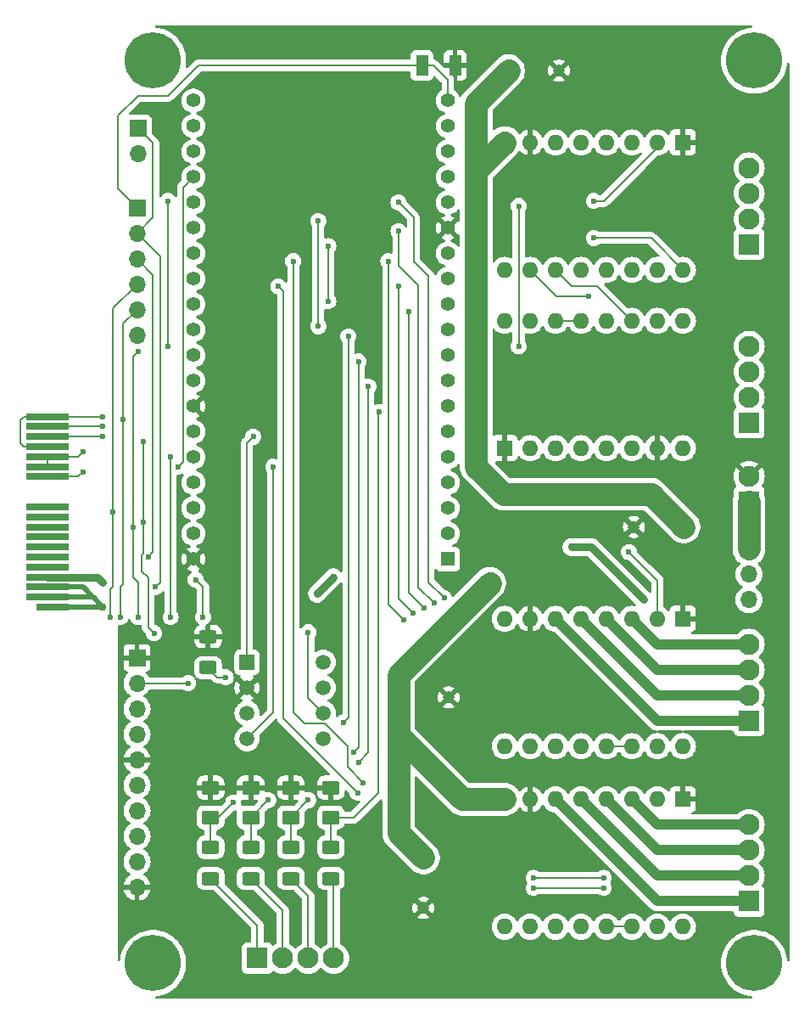
<source format=gbr>
%TF.GenerationSoftware,KiCad,Pcbnew,8.0.7*%
%TF.CreationDate,2025-01-17T12:14:05-05:00*%
%TF.ProjectId,BREAD_slice_v2,42524541-445f-4736-9c69-63655f76322e,rev?*%
%TF.SameCoordinates,Original*%
%TF.FileFunction,Copper,L1,Top*%
%TF.FilePolarity,Positive*%
%FSLAX46Y46*%
G04 Gerber Fmt 4.6, Leading zero omitted, Abs format (unit mm)*
G04 Created by KiCad (PCBNEW 8.0.7) date 2025-01-17 12:14:05*
%MOMM*%
%LPD*%
G01*
G04 APERTURE LIST*
G04 Aperture macros list*
%AMRoundRect*
0 Rectangle with rounded corners*
0 $1 Rounding radius*
0 $2 $3 $4 $5 $6 $7 $8 $9 X,Y pos of 4 corners*
0 Add a 4 corners polygon primitive as box body*
4,1,4,$2,$3,$4,$5,$6,$7,$8,$9,$2,$3,0*
0 Add four circle primitives for the rounded corners*
1,1,$1+$1,$2,$3*
1,1,$1+$1,$4,$5*
1,1,$1+$1,$6,$7*
1,1,$1+$1,$8,$9*
0 Add four rect primitives between the rounded corners*
20,1,$1+$1,$2,$3,$4,$5,0*
20,1,$1+$1,$4,$5,$6,$7,0*
20,1,$1+$1,$6,$7,$8,$9,0*
20,1,$1+$1,$8,$9,$2,$3,0*%
G04 Aperture macros list end*
%TA.AperFunction,ComponentPad*%
%ADD10R,1.408000X1.408000*%
%TD*%
%TA.AperFunction,ComponentPad*%
%ADD11C,1.408000*%
%TD*%
%TA.AperFunction,SMDPad,CuDef*%
%ADD12RoundRect,0.250000X0.625000X-0.400000X0.625000X0.400000X-0.625000X0.400000X-0.625000X-0.400000X0*%
%TD*%
%TA.AperFunction,ComponentPad*%
%ADD13R,1.700000X1.700000*%
%TD*%
%TA.AperFunction,ComponentPad*%
%ADD14O,1.700000X1.700000*%
%TD*%
%TA.AperFunction,ComponentPad*%
%ADD15R,1.600000X1.600000*%
%TD*%
%TA.AperFunction,ComponentPad*%
%ADD16O,1.600000X1.600000*%
%TD*%
%TA.AperFunction,ComponentPad*%
%ADD17C,1.200000*%
%TD*%
%TA.AperFunction,ComponentPad*%
%ADD18R,1.200000X1.200000*%
%TD*%
%TA.AperFunction,ComponentPad*%
%ADD19C,5.600000*%
%TD*%
%TA.AperFunction,SMDPad,CuDef*%
%ADD20R,1.270000X2.032000*%
%TD*%
%TA.AperFunction,ComponentPad*%
%ADD21R,2.100000X2.100000*%
%TD*%
%TA.AperFunction,ComponentPad*%
%ADD22C,2.100000*%
%TD*%
%TA.AperFunction,SMDPad,CuDef*%
%ADD23RoundRect,0.250001X0.624999X-0.462499X0.624999X0.462499X-0.624999X0.462499X-0.624999X-0.462499X0*%
%TD*%
%TA.AperFunction,ComponentPad*%
%ADD24R,1.498600X1.498600*%
%TD*%
%TA.AperFunction,ComponentPad*%
%ADD25C,1.498600*%
%TD*%
%TA.AperFunction,ConnectorPad*%
%ADD26R,3.200000X0.700000*%
%TD*%
%TA.AperFunction,ConnectorPad*%
%ADD27R,4.300000X0.700000*%
%TD*%
%TA.AperFunction,ViaPad*%
%ADD28C,0.600000*%
%TD*%
%TA.AperFunction,ViaPad*%
%ADD29C,0.750000*%
%TD*%
%TA.AperFunction,ViaPad*%
%ADD30C,2.000000*%
%TD*%
%TA.AperFunction,Conductor*%
%ADD31C,0.200000*%
%TD*%
%TA.AperFunction,Conductor*%
%ADD32C,0.750000*%
%TD*%
%TA.AperFunction,Conductor*%
%ADD33C,2.250000*%
%TD*%
%TA.AperFunction,Conductor*%
%ADD34C,1.000000*%
%TD*%
%TA.AperFunction,Conductor*%
%ADD35C,0.500000*%
%TD*%
G04 APERTURE END LIST*
D10*
%TO.P,U1,J2_1,3V3*%
%TO.N,unconnected-(U1-3V3-PadJ2_1)*%
X164427500Y-104705000D03*
D11*
%TO.P,U1,J2_2,EN*%
%TO.N,unconnected-(U1-EN-PadJ2_2)*%
X164427500Y-102165000D03*
%TO.P,U1,J2_3,SENSOR_VP*%
%TO.N,/EstpCh1*%
X164427500Y-99625000D03*
%TO.P,U1,J2_4,SENSOR_VN*%
%TO.N,/EstpCh2*%
X164427500Y-97085000D03*
%TO.P,U1,J2_5,IO34*%
%TO.N,/TX*%
X164427500Y-94545000D03*
%TO.P,U1,J2_6,IO35*%
%TO.N,/RX*%
X164427500Y-92005000D03*
%TO.P,U1,J2_7,IO32*%
%TO.N,/AG_1*%
X164427500Y-89465000D03*
%TO.P,U1,J2_8,IO33*%
%TO.N,/AG_2*%
X164427500Y-86925000D03*
%TO.P,U1,J2_9,IO25*%
%TO.N,/AG_3*%
X164427500Y-84385000D03*
%TO.P,U1,J2_10,IO26*%
%TO.N,/AG_4*%
X164427500Y-81845000D03*
%TO.P,U1,J2_11,IO27*%
%TO.N,/MS1*%
X164427500Y-79305000D03*
%TO.P,U1,J2_12,IO14*%
%TO.N,/MS2*%
X164427500Y-76765000D03*
%TO.P,U1,J2_13,IO12*%
%TO.N,/MS3*%
X164427500Y-74225000D03*
%TO.P,U1,J2_14,GND_J2_14*%
%TO.N,GND*%
X164427500Y-71685000D03*
%TO.P,U1,J2_15,IO13*%
%TO.N,/SYNC*%
X164427500Y-69145000D03*
%TO.P,U1,J2_16,SD2*%
%TO.N,unconnected-(U1-SD2-PadJ2_16)*%
X164427500Y-66605000D03*
%TO.P,U1,J2_17,SD3*%
%TO.N,unconnected-(U1-SD3-PadJ2_17)*%
X164427500Y-64065000D03*
%TO.P,U1,J2_18,CMD*%
%TO.N,unconnected-(U1-CMD-PadJ2_18)*%
X164427500Y-61525000D03*
%TO.P,U1,J2_19,EXT_5V*%
%TO.N,+5V*%
X164427500Y-58985000D03*
%TO.P,U1,J3_1,GND_J3_1*%
%TO.N,GND*%
X139027500Y-104705000D03*
%TO.P,U1,J3_2,IO23*%
%TO.N,unconnected-(U1-IO23-PadJ3_2)*%
X139027500Y-102165000D03*
%TO.P,U1,J3_3,IO22*%
%TO.N,/SCL*%
X139027500Y-99625000D03*
%TO.P,U1,J3_4,TXD0*%
%TO.N,unconnected-(U1-TXD0-PadJ3_4)*%
X139027500Y-97085000D03*
%TO.P,U1,J3_5,RXD0*%
%TO.N,unconnected-(U1-RXD0-PadJ3_5)*%
X139027500Y-94545000D03*
%TO.P,U1,J3_6,IO21*%
%TO.N,/SDA*%
X139027500Y-92005000D03*
%TO.P,U1,J3_7,GND_J3_7*%
%TO.N,GND*%
X139027500Y-89465000D03*
%TO.P,U1,J3_8,IO19*%
%TO.N,/ST_1*%
X139027500Y-86925000D03*
%TO.P,U1,J3_9,IO18*%
%TO.N,/DR_1*%
X139027500Y-84385000D03*
%TO.P,U1,J3_10,IO5*%
%TO.N,/ST_2*%
X139027500Y-81845000D03*
%TO.P,U1,J3_11,IO17*%
%TO.N,/DR_2*%
X139027500Y-79305000D03*
%TO.P,U1,J3_12,IO16*%
%TO.N,/ST_3*%
X139027500Y-76765000D03*
%TO.P,U1,J3_13,IO4*%
%TO.N,/DR_3*%
X139027500Y-74225000D03*
%TO.P,U1,J3_14,IO0*%
%TO.N,/ST_4*%
X139027500Y-71685000D03*
%TO.P,U1,J3_15,IO2*%
%TO.N,/DR_4*%
X139027500Y-69145000D03*
%TO.P,U1,J3_16,IO15*%
%TO.N,/Sl1Lt*%
X139027500Y-66605000D03*
%TO.P,U1,J3_17,SD1*%
%TO.N,unconnected-(U1-SD1-PadJ3_17)*%
X139027500Y-64065000D03*
%TO.P,U1,J3_18,SD0*%
%TO.N,unconnected-(U1-SD0-PadJ3_18)*%
X139027500Y-61525000D03*
%TO.P,U1,J3_19,CLK*%
%TO.N,unconnected-(U1-CLK-PadJ3_19)*%
X139027500Y-58985000D03*
%TD*%
D12*
%TO.P,R5,1*%
%TO.N,Net-(U2-STBY)*%
X140500000Y-115550000D03*
%TO.P,R5,2*%
%TO.N,GND*%
X140500000Y-112450000D03*
%TD*%
D13*
%TO.P,J4,1,Pin_1*%
%TO.N,+5V*%
X133400000Y-69675000D03*
D14*
%TO.P,J4,2,Pin_2*%
%TO.N,/CANH*%
X133400000Y-72215000D03*
%TO.P,J4,3,Pin_3*%
%TO.N,/CANL*%
X133400000Y-74755000D03*
%TO.P,J4,4,Pin_4*%
%TO.N,/SCL*%
X133400000Y-77295000D03*
%TO.P,J4,5,Pin_5*%
%TO.N,/SDA*%
X133400000Y-79835000D03*
%TO.P,J4,6,Pin_6*%
%TO.N,GND*%
X133400000Y-82375000D03*
%TD*%
D15*
%TO.P,A4,1,GND*%
%TO.N,GND*%
X187890000Y-110660000D03*
D16*
%TO.P,A4,2,VDD*%
%TO.N,+5V*%
X185350000Y-110660000D03*
%TO.P,A4,3,1B*%
%TO.N,/A4_1B*%
X182810000Y-110660000D03*
%TO.P,A4,4,1A*%
%TO.N,/A4_1A*%
X180270000Y-110660000D03*
%TO.P,A4,5,2A*%
%TO.N,/A4_2A*%
X177730000Y-110660000D03*
%TO.P,A4,6,2B*%
%TO.N,/A4_2B*%
X175190000Y-110660000D03*
%TO.P,A4,7,GND*%
%TO.N,GND*%
X172650000Y-110660000D03*
%TO.P,A4,8,VMOT*%
%TO.N,/M_POWER*%
X170110000Y-110660000D03*
%TO.P,A4,9,~{ENABLE}*%
%TO.N,unconnected-(A4-~{ENABLE}-Pad9)*%
X170110000Y-123360000D03*
%TO.P,A4,10,MS1*%
%TO.N,/MS3*%
X172650000Y-123360000D03*
%TO.P,A4,11,MS2*%
%TO.N,/MS2*%
X175190000Y-123360000D03*
%TO.P,A4,12,MS3*%
%TO.N,/MS1*%
X177730000Y-123360000D03*
%TO.P,A4,13,~{RESET}*%
%TO.N,Net-(A4-~{RESET})*%
X180270000Y-123360000D03*
%TO.P,A4,14,~{SLEEP}*%
X182810000Y-123360000D03*
%TO.P,A4,15,STEP*%
%TO.N,/ST_4*%
X185350000Y-123360000D03*
%TO.P,A4,16,DIR*%
%TO.N,/DR_4*%
X187890000Y-123360000D03*
%TD*%
D17*
%TO.P,C4,N*%
%TO.N,GND*%
X164500000Y-118500000D03*
D18*
%TO.P,C4,P*%
%TO.N,/M_POWER*%
X159500000Y-118500000D03*
%TD*%
D12*
%TO.P,R4,1*%
%TO.N,/A_IN4*%
X140750000Y-136550000D03*
%TO.P,R4,2*%
%TO.N,/AG_4*%
X140750000Y-133450000D03*
%TD*%
D19*
%TO.P,H4,1*%
%TO.N,N/C*%
X195000000Y-145000000D03*
%TD*%
D20*
%TO.P,C1,1*%
%TO.N,+5V*%
X161849000Y-55500000D03*
%TO.P,C1,2*%
%TO.N,GND*%
X165151000Y-55500000D03*
%TD*%
D21*
%TO.P,J10,1,Pin_1*%
%TO.N,/A1_2B*%
X194500000Y-91120000D03*
D22*
%TO.P,J10,2,Pin_2*%
%TO.N,/A1_2A*%
X194500000Y-88580000D03*
%TO.P,J10,3,Pin_3*%
%TO.N,/A1_1A*%
X194500000Y-86040000D03*
%TO.P,J10,4,Pin_4*%
%TO.N,/A1_1B*%
X194500000Y-83500000D03*
%TD*%
D23*
%TO.P,D4,1,K*%
%TO.N,/AG_4*%
X140750000Y-130487500D03*
%TO.P,D4,2,A*%
%TO.N,GND*%
X140750000Y-127512500D03*
%TD*%
%TO.P,D1,1,K*%
%TO.N,/AG_1*%
X152750000Y-130487500D03*
%TO.P,D1,2,A*%
%TO.N,GND*%
X152750000Y-127512500D03*
%TD*%
D17*
%TO.P,C3,N*%
%TO.N,GND*%
X175500000Y-56000000D03*
D18*
%TO.P,C3,P*%
%TO.N,/M_POWER*%
X170500000Y-56000000D03*
%TD*%
D21*
%TO.P,J2,1,Pin_1*%
%TO.N,/A_IN4*%
X145420000Y-144500000D03*
D22*
%TO.P,J2,2,Pin_2*%
%TO.N,/A_IN3*%
X147960000Y-144500000D03*
%TO.P,J2,3,Pin_3*%
%TO.N,/A_IN2*%
X150500000Y-144500000D03*
%TO.P,J2,4,Pin_4*%
%TO.N,/A_IN1*%
X153040000Y-144500000D03*
%TD*%
D23*
%TO.P,D3,1,K*%
%TO.N,/AG_3*%
X144750000Y-130487500D03*
%TO.P,D3,2,A*%
%TO.N,GND*%
X144750000Y-127512500D03*
%TD*%
D15*
%TO.P,A3,1,GND*%
%TO.N,GND*%
X187890000Y-128660000D03*
D16*
%TO.P,A3,2,VDD*%
%TO.N,+5V*%
X185350000Y-128660000D03*
%TO.P,A3,3,1B*%
%TO.N,/A3_1B*%
X182810000Y-128660000D03*
%TO.P,A3,4,1A*%
%TO.N,/A3_1A*%
X180270000Y-128660000D03*
%TO.P,A3,5,2A*%
%TO.N,/A3_2A*%
X177730000Y-128660000D03*
%TO.P,A3,6,2B*%
%TO.N,/A3_2B*%
X175190000Y-128660000D03*
%TO.P,A3,7,GND*%
%TO.N,GND*%
X172650000Y-128660000D03*
%TO.P,A3,8,VMOT*%
%TO.N,/M_POWER*%
X170110000Y-128660000D03*
%TO.P,A3,9,~{ENABLE}*%
%TO.N,unconnected-(A3-~{ENABLE}-Pad9)*%
X170110000Y-141360000D03*
%TO.P,A3,10,MS1*%
%TO.N,/MS3*%
X172650000Y-141360000D03*
%TO.P,A3,11,MS2*%
%TO.N,/MS2*%
X175190000Y-141360000D03*
%TO.P,A3,12,MS3*%
%TO.N,/MS1*%
X177730000Y-141360000D03*
%TO.P,A3,13,~{RESET}*%
%TO.N,Net-(A3-~{RESET})*%
X180270000Y-141360000D03*
%TO.P,A3,14,~{SLEEP}*%
X182810000Y-141360000D03*
%TO.P,A3,15,STEP*%
%TO.N,/ST_3*%
X185350000Y-141360000D03*
%TO.P,A3,16,DIR*%
%TO.N,/DR_3*%
X187890000Y-141360000D03*
%TD*%
D24*
%TO.P,U2,1,TXD*%
%TO.N,/RX*%
X144380000Y-115000000D03*
D25*
%TO.P,U2,2,VSS*%
%TO.N,GND*%
X144380000Y-117540000D03*
%TO.P,U2,3,VDD*%
%TO.N,+5V*%
X144380000Y-120080000D03*
%TO.P,U2,4,RXD*%
%TO.N,/TX*%
X144380000Y-122620000D03*
%TO.P,U2,5,SPLIT*%
%TO.N,unconnected-(U2-SPLIT-Pad5)*%
X152000000Y-122620000D03*
%TO.P,U2,6,CANL*%
%TO.N,/CANL*%
X152000000Y-120080000D03*
%TO.P,U2,7,CANH*%
%TO.N,/CANH*%
X152000000Y-117540000D03*
%TO.P,U2,8,STBY*%
%TO.N,Net-(U2-STBY)*%
X152000000Y-115000000D03*
%TD*%
D15*
%TO.P,A1,1,GND*%
%TO.N,GND*%
X170110000Y-93645000D03*
D16*
%TO.P,A1,2,VDD*%
%TO.N,+5V*%
X172650000Y-93645000D03*
%TO.P,A1,3,1B*%
%TO.N,/A1_1B*%
X175190000Y-93645000D03*
%TO.P,A1,4,1A*%
%TO.N,/A1_1A*%
X177730000Y-93645000D03*
%TO.P,A1,5,2A*%
%TO.N,/A1_2A*%
X180270000Y-93645000D03*
%TO.P,A1,6,2B*%
%TO.N,/A1_2B*%
X182810000Y-93645000D03*
%TO.P,A1,7,GND*%
%TO.N,GND*%
X185350000Y-93645000D03*
%TO.P,A1,8,VMOT*%
%TO.N,/M_POWER*%
X187890000Y-93645000D03*
%TO.P,A1,9,~{ENABLE}*%
%TO.N,unconnected-(A1-~{ENABLE}-Pad9)*%
X187890000Y-80945000D03*
%TO.P,A1,10,MS1*%
%TO.N,/MS3*%
X185350000Y-80945000D03*
%TO.P,A1,11,MS2*%
%TO.N,/MS2*%
X182810000Y-80945000D03*
%TO.P,A1,12,MS3*%
%TO.N,/MS1*%
X180270000Y-80945000D03*
%TO.P,A1,13,~{RESET}*%
%TO.N,Net-(A1-~{RESET})*%
X177730000Y-80945000D03*
%TO.P,A1,14,~{SLEEP}*%
X175190000Y-80945000D03*
%TO.P,A1,15,STEP*%
%TO.N,/ST_1*%
X172650000Y-80945000D03*
%TO.P,A1,16,DIR*%
%TO.N,/DR_1*%
X170110000Y-80945000D03*
%TD*%
D21*
%TO.P,J11,1,Pin_1*%
%TO.N,/A2_2B*%
X194500000Y-73315000D03*
D22*
%TO.P,J11,2,Pin_2*%
%TO.N,/A2_2A*%
X194500000Y-70775000D03*
%TO.P,J11,3,Pin_3*%
%TO.N,/A2_1A*%
X194500000Y-68235000D03*
%TO.P,J11,4,Pin_4*%
%TO.N,/A2_1B*%
X194500000Y-65695000D03*
%TD*%
D13*
%TO.P,J7,1,Pin_1*%
%TO.N,GND*%
X133400000Y-114550000D03*
D14*
%TO.P,J7,2,Pin_2*%
%TO.N,+5V*%
X133400000Y-117090000D03*
%TO.P,J7,3,Pin_3*%
%TO.N,/SCL*%
X133400000Y-119630000D03*
%TO.P,J7,4,Pin_4*%
%TO.N,/SDA*%
X133400000Y-122170000D03*
%TO.P,J7,5,Pin_5*%
%TO.N,GND*%
X133400000Y-124710000D03*
%TO.P,J7,6,Pin_6*%
%TO.N,/EstpCh1*%
X133400000Y-127250000D03*
%TO.P,J7,7,Pin_7*%
%TO.N,unconnected-(J7-Pin_7-Pad7)*%
X133400000Y-129790000D03*
%TO.P,J7,8,Pin_8*%
%TO.N,/SYNC*%
X133400000Y-132330000D03*
%TO.P,J7,9,Pin_9*%
%TO.N,+5V*%
X133400000Y-134870000D03*
%TO.P,J7,10,Pin_10*%
%TO.N,GND*%
X133400000Y-137410000D03*
%TD*%
D19*
%TO.P,H2,1*%
%TO.N,N/C*%
X195000000Y-55000000D03*
%TD*%
D21*
%TO.P,J8,1,Pin_1*%
%TO.N,/A3_2B*%
X194500000Y-138815000D03*
D22*
%TO.P,J8,2,Pin_2*%
%TO.N,/A3_2A*%
X194500000Y-136275000D03*
%TO.P,J8,3,Pin_3*%
%TO.N,/A3_1A*%
X194500000Y-133735000D03*
%TO.P,J8,4,Pin_4*%
%TO.N,/A3_1B*%
X194500000Y-131195000D03*
%TD*%
D13*
%TO.P,J6,1,Pin_1*%
%TO.N,/CANH*%
X133525000Y-61750000D03*
D14*
%TO.P,J6,2,Pin_2*%
%TO.N,/CANL*%
X133525000Y-64290000D03*
%TD*%
D12*
%TO.P,R3,1*%
%TO.N,/A_IN3*%
X144750000Y-136550000D03*
%TO.P,R3,2*%
%TO.N,/AG_3*%
X144750000Y-133450000D03*
%TD*%
D23*
%TO.P,D2,1,K*%
%TO.N,/AG_2*%
X148750000Y-130487500D03*
%TO.P,D2,2,A*%
%TO.N,GND*%
X148750000Y-127512500D03*
%TD*%
D17*
%TO.P,C5,N*%
%TO.N,GND*%
X162000000Y-139500000D03*
D18*
%TO.P,C5,P*%
%TO.N,/M_POWER*%
X162000000Y-134500000D03*
%TD*%
D12*
%TO.P,R2,1*%
%TO.N,/A_IN2*%
X148750000Y-136550000D03*
%TO.P,R2,2*%
%TO.N,/AG_2*%
X148750000Y-133450000D03*
%TD*%
D13*
%TO.P,J3,1,Pin_1*%
%TO.N,Net-(J3-Pin_1)*%
X194500000Y-103680000D03*
D14*
%TO.P,J3,2,Pin_2*%
%TO.N,/M_POWER*%
X194500000Y-106220000D03*
%TO.P,J3,3,Pin_3*%
%TO.N,+12V*%
X194500000Y-108760000D03*
%TD*%
D21*
%TO.P,J5,1,Pin_1*%
%TO.N,Net-(J3-Pin_1)*%
X194500000Y-99000000D03*
D22*
%TO.P,J5,2,Pin_2*%
%TO.N,GND*%
X194500000Y-96460000D03*
%TD*%
D17*
%TO.P,C2,N*%
%TO.N,GND*%
X183000000Y-101500000D03*
D18*
%TO.P,C2,P*%
%TO.N,/M_POWER*%
X188000000Y-101500000D03*
%TD*%
D19*
%TO.P,H3,1*%
%TO.N,N/C*%
X135000000Y-145000000D03*
%TD*%
%TO.P,H1,1*%
%TO.N,N/C*%
X135000000Y-55000000D03*
%TD*%
D15*
%TO.P,A2,1,GND*%
%TO.N,GND*%
X187890000Y-63160000D03*
D16*
%TO.P,A2,2,VDD*%
%TO.N,+5V*%
X185350000Y-63160000D03*
%TO.P,A2,3,1B*%
%TO.N,/A2_1B*%
X182810000Y-63160000D03*
%TO.P,A2,4,1A*%
%TO.N,/A2_1A*%
X180270000Y-63160000D03*
%TO.P,A2,5,2A*%
%TO.N,/A2_2A*%
X177730000Y-63160000D03*
%TO.P,A2,6,2B*%
%TO.N,/A2_2B*%
X175190000Y-63160000D03*
%TO.P,A2,7,GND*%
%TO.N,GND*%
X172650000Y-63160000D03*
%TO.P,A2,8,VMOT*%
%TO.N,/M_POWER*%
X170110000Y-63160000D03*
%TO.P,A2,9,~{ENABLE}*%
%TO.N,unconnected-(A2-~{ENABLE}-Pad9)*%
X170110000Y-75860000D03*
%TO.P,A2,10,MS1*%
%TO.N,/MS3*%
X172650000Y-75860000D03*
%TO.P,A2,11,MS2*%
%TO.N,/MS2*%
X175190000Y-75860000D03*
%TO.P,A2,12,MS3*%
%TO.N,/MS1*%
X177730000Y-75860000D03*
%TO.P,A2,13,~{RESET}*%
%TO.N,Net-(A2-~{RESET})*%
X180270000Y-75860000D03*
%TO.P,A2,14,~{SLEEP}*%
X182810000Y-75860000D03*
%TO.P,A2,15,STEP*%
%TO.N,/ST_2*%
X185350000Y-75860000D03*
%TO.P,A2,16,DIR*%
%TO.N,/DR_2*%
X187890000Y-75860000D03*
%TD*%
D21*
%TO.P,J9,1,Pin_1*%
%TO.N,/A4_2B*%
X194500000Y-120815000D03*
D22*
%TO.P,J9,2,Pin_2*%
%TO.N,/A4_2A*%
X194500000Y-118275000D03*
%TO.P,J9,3,Pin_3*%
%TO.N,/A4_1A*%
X194500000Y-115735000D03*
%TO.P,J9,4,Pin_4*%
%TO.N,/A4_1B*%
X194500000Y-113195000D03*
%TD*%
D12*
%TO.P,R1,1*%
%TO.N,/A_IN1*%
X152750000Y-136550000D03*
%TO.P,R1,2*%
%TO.N,/AG_1*%
X152750000Y-133450000D03*
%TD*%
D26*
%TO.P,J1,A1,A1*%
%TO.N,+12V*%
X125000000Y-109500000D03*
D27*
%TO.P,J1,A2,A2*%
X124450000Y-108500000D03*
%TO.P,J1,A3,A3*%
X124450000Y-107500000D03*
%TO.P,J1,A4,A4*%
%TO.N,GND*%
X124450000Y-106500000D03*
%TO.P,J1,A5,A5*%
%TO.N,unconnected-(J1-PadA5)*%
X124450000Y-105500000D03*
%TO.P,J1,A6,A6*%
%TO.N,unconnected-(J1-PadA6)*%
X124450000Y-104500000D03*
%TO.P,J1,A7,A7*%
%TO.N,unconnected-(J1-PadA7)*%
X124450000Y-103500000D03*
%TO.P,J1,A8,A8*%
%TO.N,unconnected-(J1-PadA8)*%
X124450000Y-102500000D03*
%TO.P,J1,A9,A9*%
%TO.N,unconnected-(J1-PadA9)*%
X124450000Y-101500000D03*
%TO.P,J1,A10,A10*%
%TO.N,unconnected-(J1-PadA10)*%
X124450000Y-100500000D03*
%TO.P,J1,A11,A11*%
%TO.N,unconnected-(J1-PadA11)*%
X124450000Y-99500000D03*
%TO.P,J1,A12,A12*%
%TO.N,/Sl1Lt*%
X124450000Y-96500000D03*
%TO.P,J1,A13,A13*%
%TO.N,+5V*%
X124450000Y-95500000D03*
%TO.P,J1,A14,A14*%
X124450000Y-94500000D03*
%TO.P,J1,A15,A15*%
%TO.N,GND*%
X124450000Y-93500000D03*
%TO.P,J1,A16,A16*%
%TO.N,/EstpCh1*%
X124450000Y-92500000D03*
%TO.P,J1,A17,A17*%
%TO.N,/EstpCh2*%
X124450000Y-91500000D03*
%TO.P,J1,A18,A18*%
%TO.N,GND*%
X124450000Y-90500000D03*
%TD*%
D28*
%TO.N,/MS1*%
X160500000Y-80000000D03*
X162052500Y-109592500D03*
D29*
%TO.N,GND*%
X138500000Y-108500000D03*
X130000000Y-107000000D03*
D28*
X130000000Y-90500000D03*
%TO.N,+5V*%
X128000000Y-94000000D03*
X179000000Y-69000000D03*
X182500000Y-104000000D03*
X136750000Y-94500000D03*
X171500000Y-69500000D03*
X138500000Y-117090000D03*
X136750000Y-110500000D03*
X171500000Y-83500000D03*
%TO.N,/MS2*%
X159500000Y-77500000D03*
X160967500Y-110092500D03*
D30*
%TO.N,/M_POWER*%
X168625000Y-107125000D03*
D28*
%TO.N,/MS3*%
X160000000Y-110750000D03*
X178500000Y-78500000D03*
X158500000Y-75000000D03*
%TO.N,/ST_2*%
X151500000Y-71000000D03*
X151500000Y-81500000D03*
%TO.N,/DR_2*%
X179000000Y-72689000D03*
X152500000Y-73500000D03*
X152500000Y-79000000D03*
%TO.N,/ST_3*%
X173000000Y-137500000D03*
X147500000Y-77500000D03*
X155424264Y-128000000D03*
X180000000Y-137500000D03*
%TO.N,/DR_3*%
X149000000Y-75000000D03*
X155976065Y-127000000D03*
X180000000Y-136500000D03*
X173000000Y-136500000D03*
%TO.N,/DR_4*%
X159500000Y-69145000D03*
X164052500Y-108592500D03*
%TO.N,/ST_4*%
X159500000Y-72000000D03*
X163052500Y-109092500D03*
%TO.N,/AG_1*%
X157562500Y-90062500D03*
%TO.N,/AG_2*%
X155500000Y-125000000D03*
X150500000Y-128737500D03*
X156500000Y-87500000D03*
%TO.N,/AG_3*%
X146500000Y-128737500D03*
X155500000Y-85000000D03*
X155000000Y-124000000D03*
%TO.N,/AG_4*%
X154500000Y-82500000D03*
X154000000Y-121000000D03*
X143000000Y-129000000D03*
D29*
%TO.N,+12V*%
X151375000Y-108175000D03*
X184000000Y-108760000D03*
X153000000Y-106500000D03*
X176750000Y-103500000D03*
X130000000Y-109500000D03*
D28*
%TO.N,/SYNC*%
X136500000Y-69000000D03*
X133500000Y-84000000D03*
X133500000Y-110500000D03*
X136500000Y-83500000D03*
X133000000Y-101500000D03*
%TO.N,/Sl1Lt*%
X128000000Y-96000000D03*
X137500000Y-95500000D03*
%TO.N,/EstpCh1*%
X135100000Y-112100000D03*
X130000000Y-92500000D03*
X134000000Y-93000000D03*
X134000000Y-101000000D03*
%TO.N,/CANL*%
X140000000Y-110500000D03*
X150500000Y-112000000D03*
X139250000Y-106750000D03*
X134500000Y-104500000D03*
%TO.N,/EstpCh2*%
X130000000Y-91500000D03*
%TO.N,/CANH*%
X135250000Y-107500000D03*
%TO.N,/SCL*%
X131000000Y-100025000D03*
X130750000Y-110500000D03*
%TO.N,/SDA*%
X132000000Y-90750000D03*
X131750000Y-110500000D03*
%TO.N,Net-(U2-STBY)*%
X142250000Y-116490700D03*
%TO.N,/RX*%
X145000000Y-92500000D03*
%TO.N,/TX*%
X147000000Y-95500000D03*
%TD*%
D31*
%TO.N,/MS1*%
X162052500Y-109592500D02*
X160500000Y-108040000D01*
X160500000Y-108040000D02*
X160500000Y-80000000D01*
%TO.N,GND*%
X124450000Y-90500000D02*
X130000000Y-90500000D01*
D32*
X124450000Y-106500000D02*
X129500000Y-106500000D01*
D31*
X122100000Y-93500000D02*
X121750000Y-93150000D01*
X124450000Y-93500000D02*
X122100000Y-93500000D01*
X122100000Y-90500000D02*
X124450000Y-90500000D01*
D32*
X129500000Y-106500000D02*
X130000000Y-107000000D01*
D31*
X121750000Y-93150000D02*
X121750000Y-90850000D01*
X121750000Y-90850000D02*
X122100000Y-90500000D01*
%TO.N,Net-(A1-~{RESET})*%
X175190000Y-80945000D02*
X177730000Y-80945000D01*
%TO.N,+5V*%
X133400000Y-69675000D02*
X131500000Y-67775000D01*
X128000000Y-94000000D02*
X127500000Y-94500000D01*
X171500000Y-73000000D02*
X171500000Y-70000000D01*
X179000000Y-69000000D02*
X180000000Y-69000000D01*
X133500000Y-58500000D02*
X136500000Y-58500000D01*
X180000000Y-69000000D02*
X185350000Y-63650000D01*
X171500000Y-73000000D02*
X171500000Y-83500000D01*
X185350000Y-63650000D02*
X185350000Y-63160000D01*
X124450000Y-94500000D02*
X124450000Y-95500000D01*
X131500000Y-60500000D02*
X133500000Y-58500000D01*
X131500000Y-67775000D02*
X131500000Y-60500000D01*
X139500000Y-55500000D02*
X162349000Y-55500000D01*
X164427500Y-58985000D02*
X163985000Y-58985000D01*
X171500000Y-70000000D02*
X171500000Y-69500000D01*
X185350000Y-106850000D02*
X182500000Y-104000000D01*
X164427500Y-56927500D02*
X164427500Y-58985000D01*
X144380000Y-120080000D02*
X144380000Y-119880000D01*
X163000000Y-55500000D02*
X164427500Y-56927500D01*
X185350000Y-110660000D02*
X185350000Y-106850000D01*
X136500000Y-58500000D02*
X139500000Y-55500000D01*
X162349000Y-55500000D02*
X163000000Y-55500000D01*
X138500000Y-117090000D02*
X133400000Y-117090000D01*
X127500000Y-94500000D02*
X124450000Y-94500000D01*
X136750000Y-110500000D02*
X136750000Y-94500000D01*
%TO.N,/MS2*%
X160967500Y-110092500D02*
X159500000Y-108625000D01*
X179365000Y-77500000D02*
X182810000Y-80945000D01*
X176830000Y-77500000D02*
X179365000Y-77500000D01*
X175190000Y-75860000D02*
X176830000Y-77500000D01*
X159500000Y-108625000D02*
X159500000Y-77500000D01*
D33*
%TO.N,/M_POWER*%
X170000000Y-98250000D02*
X167250000Y-95500000D01*
X159500000Y-132000000D02*
X162000000Y-134500000D01*
X159500000Y-122250000D02*
X165910000Y-128660000D01*
X170000000Y-98250000D02*
X184750000Y-98250000D01*
X168625000Y-107125000D02*
X159500000Y-116250000D01*
X165910000Y-128660000D02*
X170110000Y-128660000D01*
X159500000Y-116250000D02*
X159500000Y-118500000D01*
X167250000Y-95500000D02*
X167250000Y-66020000D01*
X167250000Y-66020000D02*
X170110000Y-63160000D01*
X167250000Y-66020000D02*
X167250000Y-59250000D01*
X188000000Y-101500000D02*
X184750000Y-98250000D01*
X159500000Y-122250000D02*
X159500000Y-118500000D01*
X167250000Y-59250000D02*
X170500000Y-56000000D01*
X159500000Y-122250000D02*
X159500000Y-132000000D01*
D31*
%TO.N,/MS3*%
X158500000Y-109250000D02*
X158500000Y-75000000D01*
X172650000Y-75860000D02*
X175290000Y-78500000D01*
X160000000Y-110750000D02*
X158500000Y-109250000D01*
X175290000Y-78500000D02*
X178500000Y-78500000D01*
%TO.N,/ST_2*%
X151500000Y-71000000D02*
X151500000Y-81500000D01*
%TO.N,/DR_2*%
X152500000Y-79000000D02*
X152500000Y-73500000D01*
X179000000Y-72689000D02*
X184719000Y-72689000D01*
X184719000Y-72689000D02*
X187890000Y-75860000D01*
%TO.N,Net-(A3-~{RESET})*%
X182810000Y-141360000D02*
X180270000Y-141360000D01*
%TO.N,/ST_3*%
X148000000Y-78000000D02*
X148000000Y-120575736D01*
X173000000Y-137500000D02*
X180000000Y-137500000D01*
X148000000Y-120575736D02*
X155424264Y-128000000D01*
X147500000Y-77500000D02*
X148000000Y-78000000D01*
D34*
%TO.N,/A3_1A*%
X180270000Y-128660000D02*
X185345000Y-133735000D01*
X185345000Y-133735000D02*
X194500000Y-133735000D01*
%TO.N,/A3_1B*%
X185345000Y-131195000D02*
X194500000Y-131195000D01*
X182810000Y-128660000D02*
X185345000Y-131195000D01*
%TO.N,/A3_2B*%
X185345000Y-138815000D02*
X194500000Y-138815000D01*
X175190000Y-128660000D02*
X185345000Y-138815000D01*
%TO.N,/A3_2A*%
X185345000Y-136275000D02*
X194500000Y-136275000D01*
X177730000Y-128660000D02*
X185345000Y-136275000D01*
D31*
%TO.N,/DR_3*%
X154400000Y-125423935D02*
X155976065Y-127000000D01*
X152129300Y-121129300D02*
X154400000Y-123400000D01*
X149000000Y-120023935D02*
X150105365Y-121129300D01*
X154400000Y-123400000D02*
X154400000Y-125423935D01*
X149000000Y-75000000D02*
X149000000Y-120023935D01*
X173000000Y-136500000D02*
X180000000Y-136500000D01*
X150105365Y-121129300D02*
X152129300Y-121129300D01*
%TO.N,Net-(A4-~{RESET})*%
X180270000Y-123360000D02*
X182810000Y-123360000D01*
%TO.N,/DR_4*%
X159500000Y-69145000D02*
X161000000Y-70645000D01*
X164052500Y-108552500D02*
X164052500Y-108592500D01*
X161000000Y-70645000D02*
X161000000Y-75000000D01*
X162500000Y-107000000D02*
X164052500Y-108552500D01*
X161000000Y-75000000D02*
X162500000Y-76500000D01*
X162500000Y-76500000D02*
X162500000Y-107000000D01*
D34*
%TO.N,/A4_2A*%
X185345000Y-118275000D02*
X194500000Y-118275000D01*
X177730000Y-110660000D02*
X185345000Y-118275000D01*
D31*
%TO.N,/ST_4*%
X161500000Y-77421250D02*
X161500000Y-107540000D01*
X159500000Y-75421250D02*
X161500000Y-77421250D01*
X159500000Y-72000000D02*
X159500000Y-75421250D01*
X161500000Y-107540000D02*
X163052500Y-109092500D01*
D34*
%TO.N,/A4_2B*%
X185345000Y-120815000D02*
X194500000Y-120815000D01*
X175190000Y-110660000D02*
X185345000Y-120815000D01*
%TO.N,/A4_1B*%
X182810000Y-110660000D02*
X185345000Y-113195000D01*
X185345000Y-113195000D02*
X194500000Y-113195000D01*
%TO.N,/A4_1A*%
X180270000Y-110660000D02*
X185345000Y-115735000D01*
X185345000Y-115735000D02*
X194500000Y-115735000D01*
D31*
%TO.N,/AG_1*%
X152750000Y-133450000D02*
X152750000Y-130487500D01*
X152750000Y-130487500D02*
X155012500Y-130487500D01*
X155012500Y-130487500D02*
X157500000Y-128000000D01*
X157500000Y-90125000D02*
X157562500Y-90062500D01*
X157500000Y-128000000D02*
X157500000Y-90125000D01*
X152750000Y-130487500D02*
X153012500Y-130487500D01*
%TO.N,/AG_2*%
X156500000Y-87500000D02*
X156500000Y-124000000D01*
X156500000Y-124000000D02*
X155500000Y-125000000D01*
X148750000Y-130487500D02*
X150500000Y-128737500D01*
X148750000Y-133450000D02*
X148750000Y-130487500D01*
%TO.N,/AG_3*%
X155000000Y-124000000D02*
X155500000Y-123500000D01*
X155500000Y-91500000D02*
X155500000Y-85000000D01*
X144750000Y-130487500D02*
X146500000Y-128737500D01*
X155500000Y-123500000D02*
X155500000Y-121827000D01*
X144750000Y-133450000D02*
X144750000Y-130487500D01*
X155500000Y-121827000D02*
X155500000Y-91500000D01*
%TO.N,/AG_4*%
X154000000Y-121000000D02*
X154500000Y-120500000D01*
X154500000Y-120500000D02*
X154500000Y-82500000D01*
X140750000Y-133450000D02*
X140750000Y-130487500D01*
X140750000Y-130487500D02*
X141512500Y-130487500D01*
X141512500Y-130487500D02*
X143000000Y-129000000D01*
D32*
%TO.N,+12V*%
X151375000Y-108125000D02*
X151375000Y-108175000D01*
X153000000Y-106500000D02*
X151375000Y-108125000D01*
D35*
X124450000Y-107500000D02*
X128000000Y-107500000D01*
X129000000Y-108500000D02*
X130000000Y-109500000D01*
D32*
X178740000Y-103500000D02*
X184000000Y-108760000D01*
D35*
X124450000Y-108500000D02*
X129000000Y-108500000D01*
X128000000Y-107500000D02*
X130000000Y-109500000D01*
X125000000Y-109500000D02*
X130000000Y-109500000D01*
D32*
X176750000Y-103500000D02*
X178740000Y-103500000D01*
D31*
%TO.N,/SYNC*%
X133000000Y-84500000D02*
X133000000Y-101500000D01*
X136500000Y-69000000D02*
X136500000Y-83500000D01*
X133000000Y-101500000D02*
X133000000Y-106500000D01*
X133000000Y-106500000D02*
X133500000Y-107000000D01*
X133500000Y-84000000D02*
X133000000Y-84500000D01*
X133500000Y-107000000D02*
X133500000Y-110500000D01*
%TO.N,/Sl1Lt*%
X127550000Y-96450000D02*
X124500000Y-96450000D01*
X138000000Y-67632500D02*
X139027500Y-66605000D01*
X128000000Y-96000000D02*
X127550000Y-96450000D01*
X138000000Y-95000000D02*
X138000000Y-67632500D01*
X137500000Y-95500000D02*
X138000000Y-95000000D01*
%TO.N,/EstpCh1*%
X133900000Y-105900000D02*
X133900000Y-104251471D01*
X134500000Y-111500000D02*
X134500000Y-106500000D01*
X134500000Y-106500000D02*
X133900000Y-105900000D01*
X130000000Y-92500000D02*
X124450000Y-92500000D01*
X134000000Y-104151471D02*
X134000000Y-93000000D01*
X135100000Y-112100000D02*
X134500000Y-111500000D01*
X133900000Y-104251471D02*
X134000000Y-104151471D01*
%TO.N,/CANL*%
X140000000Y-110500000D02*
X140000000Y-107500000D01*
X135000000Y-76355000D02*
X133400000Y-74755000D01*
X150500000Y-112000000D02*
X150500000Y-118580000D01*
X135000000Y-104000000D02*
X135000000Y-76355000D01*
X140000000Y-107500000D02*
X139250000Y-106750000D01*
X150500000Y-118580000D02*
X152000000Y-120080000D01*
X134500000Y-104500000D02*
X135000000Y-104000000D01*
%TO.N,/EstpCh2*%
X124450000Y-91500000D02*
X130000000Y-91500000D01*
%TO.N,/CANH*%
X135750000Y-107000000D02*
X135750000Y-74565000D01*
X133525000Y-61750000D02*
X135000000Y-63225000D01*
X135250000Y-107500000D02*
X135750000Y-107000000D01*
X135000000Y-70615000D02*
X133400000Y-72215000D01*
X135000000Y-63225000D02*
X135000000Y-70615000D01*
X135750000Y-74565000D02*
X133400000Y-72215000D01*
%TO.N,/A_IN2*%
X150500000Y-144500000D02*
X150500000Y-138300000D01*
X150500000Y-138300000D02*
X148750000Y-136550000D01*
%TO.N,/A_IN1*%
X153040000Y-136840000D02*
X152750000Y-136550000D01*
X153040000Y-144500000D02*
X153040000Y-136840000D01*
%TO.N,/A_IN3*%
X147960000Y-144500000D02*
X147960000Y-139760000D01*
X147960000Y-139760000D02*
X144750000Y-136550000D01*
%TO.N,/A_IN4*%
X145420000Y-144500000D02*
X145420000Y-141220000D01*
X145420000Y-141220000D02*
X140750000Y-136550000D01*
D33*
%TO.N,Net-(J3-Pin_1)*%
X194500000Y-99000000D02*
X194500000Y-103680000D01*
D31*
%TO.N,/SCL*%
X130750000Y-107750000D02*
X130750000Y-110500000D01*
X131000000Y-79695000D02*
X133400000Y-77295000D01*
X131000000Y-100025000D02*
X131000000Y-107500000D01*
X131000000Y-107500000D02*
X130750000Y-107750000D01*
X131000000Y-100025000D02*
X131000000Y-79695000D01*
%TO.N,/SDA*%
X132000000Y-90750000D02*
X132000000Y-81235000D01*
X131750000Y-110500000D02*
X131750000Y-107500000D01*
X132000000Y-107250000D02*
X132000000Y-90750000D01*
X131750000Y-107500000D02*
X132000000Y-107250000D01*
X132000000Y-81235000D02*
X133400000Y-79835000D01*
%TO.N,Net-(U2-STBY)*%
X141440700Y-116490700D02*
X140500000Y-115550000D01*
X142250000Y-116490700D02*
X141440700Y-116490700D01*
%TO.N,/RX*%
X145000000Y-92500000D02*
X144380000Y-93120000D01*
X144380000Y-93120000D02*
X144380000Y-115000000D01*
%TO.N,/TX*%
X144485000Y-122725000D02*
X144380000Y-122620000D01*
X147000000Y-120000000D02*
X144380000Y-122620000D01*
X147000000Y-95500000D02*
X147000000Y-120000000D01*
%TD*%
%TA.AperFunction,Conductor*%
%TO.N,GND*%
G36*
X194762148Y-51484151D02*
G01*
X194807903Y-51536955D01*
X194817847Y-51606113D01*
X194788822Y-51669669D01*
X194730044Y-51707443D01*
X194708516Y-51711738D01*
X194686724Y-51714108D01*
X194465255Y-51738194D01*
X194115726Y-51815131D01*
X193859970Y-51901306D01*
X193776565Y-51929409D01*
X193776563Y-51929410D01*
X193776552Y-51929414D01*
X193451755Y-52079680D01*
X193451751Y-52079682D01*
X193281750Y-52181969D01*
X193145081Y-52264200D01*
X193143387Y-52265488D01*
X192860172Y-52480781D01*
X192860163Y-52480789D01*
X192600331Y-52726914D01*
X192368641Y-52999680D01*
X192368634Y-52999690D01*
X192167790Y-53295913D01*
X192167784Y-53295922D01*
X192000151Y-53612111D01*
X192000142Y-53612129D01*
X191867674Y-53944600D01*
X191867672Y-53944607D01*
X191771932Y-54289434D01*
X191771926Y-54289460D01*
X191714029Y-54642614D01*
X191714028Y-54642631D01*
X191694652Y-54999997D01*
X191694652Y-55000002D01*
X191714028Y-55357368D01*
X191714029Y-55357385D01*
X191771926Y-55710539D01*
X191771932Y-55710565D01*
X191867672Y-56055392D01*
X191867674Y-56055399D01*
X192000142Y-56387870D01*
X192000151Y-56387888D01*
X192167784Y-56704077D01*
X192167787Y-56704082D01*
X192167789Y-56704085D01*
X192360897Y-56988899D01*
X192368634Y-57000309D01*
X192368641Y-57000319D01*
X192561693Y-57227597D01*
X192600332Y-57273086D01*
X192860163Y-57519211D01*
X193145081Y-57735800D01*
X193451747Y-57920315D01*
X193451749Y-57920316D01*
X193451751Y-57920317D01*
X193451755Y-57920319D01*
X193776552Y-58070585D01*
X193776565Y-58070591D01*
X194115726Y-58184868D01*
X194465254Y-58261805D01*
X194821052Y-58300500D01*
X194821058Y-58300500D01*
X195178942Y-58300500D01*
X195178948Y-58300500D01*
X195534746Y-58261805D01*
X195884274Y-58184868D01*
X196223435Y-58070591D01*
X196548253Y-57920315D01*
X196854919Y-57735800D01*
X197139837Y-57519211D01*
X197399668Y-57273086D01*
X197631365Y-57000311D01*
X197832211Y-56704085D01*
X197999853Y-56387880D01*
X198132324Y-56055403D01*
X198228071Y-55710552D01*
X198276346Y-55416087D01*
X198285970Y-55357385D01*
X198285970Y-55357382D01*
X198285972Y-55357371D01*
X198287716Y-55325201D01*
X198311001Y-55259326D01*
X198366205Y-55216497D01*
X198435800Y-55210313D01*
X198497691Y-55242736D01*
X198532228Y-55303473D01*
X198535534Y-55331915D01*
X198535534Y-144668084D01*
X198515849Y-144735123D01*
X198463045Y-144780878D01*
X198393887Y-144790822D01*
X198330331Y-144761797D01*
X198292557Y-144703019D01*
X198287716Y-144674797D01*
X198287352Y-144668084D01*
X198285972Y-144642629D01*
X198278901Y-144599500D01*
X198228073Y-144289460D01*
X198228072Y-144289459D01*
X198228071Y-144289448D01*
X198132324Y-143944597D01*
X197999853Y-143612120D01*
X197888521Y-143402127D01*
X197832215Y-143295922D01*
X197832213Y-143295919D01*
X197832211Y-143295915D01*
X197631365Y-142999689D01*
X197631361Y-142999684D01*
X197631358Y-142999680D01*
X197399668Y-142726914D01*
X197334800Y-142665468D01*
X197139837Y-142480789D01*
X197139830Y-142480783D01*
X197139827Y-142480781D01*
X197072245Y-142429407D01*
X196854919Y-142264200D01*
X196548253Y-142079685D01*
X196548252Y-142079684D01*
X196548248Y-142079682D01*
X196548244Y-142079680D01*
X196223447Y-141929414D01*
X196223441Y-141929411D01*
X196223435Y-141929409D01*
X196053854Y-141872270D01*
X195884273Y-141815131D01*
X195534744Y-141738194D01*
X195178949Y-141699500D01*
X195178948Y-141699500D01*
X194821052Y-141699500D01*
X194821050Y-141699500D01*
X194465255Y-141738194D01*
X194115726Y-141815131D01*
X193859970Y-141901306D01*
X193776565Y-141929409D01*
X193776563Y-141929410D01*
X193776552Y-141929414D01*
X193451755Y-142079680D01*
X193451751Y-142079682D01*
X193253213Y-142199139D01*
X193145081Y-142264200D01*
X193056768Y-142331333D01*
X192860172Y-142480781D01*
X192860163Y-142480789D01*
X192600331Y-142726914D01*
X192368641Y-142999680D01*
X192368634Y-142999690D01*
X192167790Y-143295913D01*
X192167784Y-143295922D01*
X192000151Y-143612111D01*
X192000142Y-143612129D01*
X191867674Y-143944600D01*
X191867672Y-143944607D01*
X191771932Y-144289434D01*
X191771926Y-144289460D01*
X191714029Y-144642614D01*
X191714028Y-144642631D01*
X191694652Y-144999997D01*
X191694652Y-145000002D01*
X191714028Y-145357368D01*
X191714029Y-145357385D01*
X191771926Y-145710539D01*
X191771932Y-145710565D01*
X191867672Y-146055392D01*
X191867674Y-146055399D01*
X192000142Y-146387870D01*
X192000151Y-146387888D01*
X192167784Y-146704077D01*
X192167790Y-146704086D01*
X192368634Y-147000309D01*
X192368641Y-147000319D01*
X192369377Y-147001185D01*
X192600332Y-147273086D01*
X192860163Y-147519211D01*
X193145081Y-147735800D01*
X193451747Y-147920315D01*
X193451749Y-147920316D01*
X193451751Y-147920317D01*
X193451755Y-147920319D01*
X193776552Y-148070585D01*
X193776565Y-148070591D01*
X194115726Y-148184868D01*
X194465254Y-148261805D01*
X194708516Y-148288261D01*
X194773034Y-148315078D01*
X194812811Y-148372519D01*
X194815219Y-148442348D01*
X194779493Y-148502393D01*
X194716976Y-148533591D01*
X194695109Y-148535534D01*
X135304891Y-148535534D01*
X135237852Y-148515849D01*
X135192097Y-148463045D01*
X135182153Y-148393887D01*
X135211178Y-148330331D01*
X135269956Y-148292557D01*
X135291483Y-148288261D01*
X135534746Y-148261805D01*
X135884274Y-148184868D01*
X136223435Y-148070591D01*
X136548253Y-147920315D01*
X136854919Y-147735800D01*
X137139837Y-147519211D01*
X137399668Y-147273086D01*
X137631365Y-147000311D01*
X137832211Y-146704085D01*
X137999853Y-146387880D01*
X138132324Y-146055403D01*
X138228071Y-145710552D01*
X138276659Y-145414179D01*
X138285970Y-145357385D01*
X138285970Y-145357382D01*
X138285972Y-145357371D01*
X138305348Y-145000000D01*
X138285972Y-144642629D01*
X138278901Y-144599500D01*
X138228073Y-144289460D01*
X138228072Y-144289459D01*
X138228071Y-144289448D01*
X138132324Y-143944597D01*
X137999853Y-143612120D01*
X137888521Y-143402127D01*
X137832215Y-143295922D01*
X137832213Y-143295919D01*
X137832211Y-143295915D01*
X137631365Y-142999689D01*
X137631361Y-142999684D01*
X137631358Y-142999680D01*
X137399668Y-142726914D01*
X137334800Y-142665468D01*
X137139837Y-142480789D01*
X137139830Y-142480783D01*
X137139827Y-142480781D01*
X137072245Y-142429407D01*
X136854919Y-142264200D01*
X136548253Y-142079685D01*
X136548252Y-142079684D01*
X136548248Y-142079682D01*
X136548244Y-142079680D01*
X136223447Y-141929414D01*
X136223441Y-141929411D01*
X136223435Y-141929409D01*
X136053854Y-141872270D01*
X135884273Y-141815131D01*
X135534744Y-141738194D01*
X135178949Y-141699500D01*
X135178948Y-141699500D01*
X134821052Y-141699500D01*
X134821050Y-141699500D01*
X134465255Y-141738194D01*
X134115726Y-141815131D01*
X133859970Y-141901306D01*
X133776565Y-141929409D01*
X133776563Y-141929410D01*
X133776552Y-141929414D01*
X133451755Y-142079680D01*
X133451751Y-142079682D01*
X133253213Y-142199139D01*
X133145081Y-142264200D01*
X133056768Y-142331333D01*
X132860172Y-142480781D01*
X132860163Y-142480789D01*
X132600331Y-142726914D01*
X132368641Y-142999680D01*
X132368634Y-142999690D01*
X132167790Y-143295913D01*
X132167784Y-143295922D01*
X132000151Y-143612111D01*
X132000142Y-143612129D01*
X131867674Y-143944600D01*
X131867672Y-143944607D01*
X131771932Y-144289434D01*
X131771926Y-144289460D01*
X131714029Y-144642614D01*
X131714028Y-144642631D01*
X131712284Y-144674797D01*
X131688999Y-144740673D01*
X131633795Y-144783502D01*
X131564200Y-144789686D01*
X131502309Y-144757263D01*
X131467772Y-144696526D01*
X131464466Y-144668084D01*
X131464466Y-117089999D01*
X132044341Y-117089999D01*
X132044341Y-117090000D01*
X132064936Y-117325403D01*
X132064938Y-117325413D01*
X132126094Y-117553655D01*
X132126096Y-117553659D01*
X132126097Y-117553663D01*
X132198839Y-117709658D01*
X132225965Y-117767830D01*
X132225967Y-117767834D01*
X132361501Y-117961395D01*
X132361506Y-117961402D01*
X132528597Y-118128493D01*
X132528603Y-118128498D01*
X132714158Y-118258425D01*
X132757783Y-118313002D01*
X132764977Y-118382500D01*
X132733454Y-118444855D01*
X132714158Y-118461575D01*
X132528597Y-118591505D01*
X132361505Y-118758597D01*
X132225965Y-118952169D01*
X132225964Y-118952171D01*
X132126098Y-119166335D01*
X132126094Y-119166344D01*
X132064938Y-119394586D01*
X132064936Y-119394596D01*
X132044341Y-119629999D01*
X132044341Y-119630000D01*
X132064936Y-119865403D01*
X132064938Y-119865413D01*
X132126094Y-120093655D01*
X132126096Y-120093659D01*
X132126097Y-120093663D01*
X132184365Y-120218619D01*
X132225965Y-120307830D01*
X132225967Y-120307834D01*
X132300489Y-120414261D01*
X132360817Y-120500419D01*
X132361501Y-120501395D01*
X132361506Y-120501402D01*
X132528597Y-120668493D01*
X132528603Y-120668498D01*
X132714158Y-120798425D01*
X132757783Y-120853002D01*
X132764977Y-120922500D01*
X132733454Y-120984855D01*
X132714158Y-121001575D01*
X132528597Y-121131505D01*
X132361505Y-121298597D01*
X132225965Y-121492169D01*
X132225964Y-121492171D01*
X132126098Y-121706335D01*
X132126094Y-121706344D01*
X132064938Y-121934586D01*
X132064936Y-121934596D01*
X132044341Y-122169999D01*
X132044341Y-122170000D01*
X132064936Y-122405403D01*
X132064938Y-122405413D01*
X132126094Y-122633655D01*
X132126096Y-122633659D01*
X132126097Y-122633663D01*
X132220852Y-122836866D01*
X132225965Y-122847830D01*
X132225967Y-122847834D01*
X132361501Y-123041395D01*
X132361506Y-123041402D01*
X132528597Y-123208493D01*
X132528603Y-123208498D01*
X132714594Y-123338730D01*
X132758219Y-123393307D01*
X132765413Y-123462805D01*
X132733890Y-123525160D01*
X132714595Y-123541880D01*
X132528922Y-123671890D01*
X132528920Y-123671891D01*
X132361891Y-123838920D01*
X132361886Y-123838926D01*
X132226400Y-124032420D01*
X132226399Y-124032422D01*
X132126570Y-124246507D01*
X132126567Y-124246513D01*
X132069364Y-124459999D01*
X132069364Y-124460000D01*
X132966988Y-124460000D01*
X132934075Y-124517007D01*
X132900000Y-124644174D01*
X132900000Y-124775826D01*
X132934075Y-124902993D01*
X132966988Y-124960000D01*
X132069364Y-124960000D01*
X132126567Y-125173486D01*
X132126570Y-125173492D01*
X132226399Y-125387578D01*
X132361894Y-125581082D01*
X132528917Y-125748105D01*
X132714595Y-125878119D01*
X132758219Y-125932696D01*
X132765412Y-126002195D01*
X132733890Y-126064549D01*
X132714595Y-126081269D01*
X132528594Y-126211508D01*
X132361505Y-126378597D01*
X132225965Y-126572169D01*
X132225964Y-126572171D01*
X132126098Y-126786335D01*
X132126094Y-126786344D01*
X132064938Y-127014586D01*
X132064936Y-127014596D01*
X132044341Y-127249999D01*
X132044341Y-127250000D01*
X132064936Y-127485403D01*
X132064938Y-127485413D01*
X132126094Y-127713655D01*
X132126096Y-127713659D01*
X132126097Y-127713663D01*
X132209545Y-127892618D01*
X132225965Y-127927830D01*
X132225967Y-127927834D01*
X132293995Y-128024987D01*
X132358923Y-128117714D01*
X132361501Y-128121395D01*
X132361506Y-128121402D01*
X132528597Y-128288493D01*
X132528603Y-128288498D01*
X132714158Y-128418425D01*
X132757783Y-128473002D01*
X132764977Y-128542500D01*
X132733454Y-128604855D01*
X132714158Y-128621575D01*
X132528597Y-128751505D01*
X132361505Y-128918597D01*
X132225965Y-129112169D01*
X132225964Y-129112171D01*
X132126098Y-129326335D01*
X132126094Y-129326344D01*
X132064938Y-129554586D01*
X132064936Y-129554596D01*
X132044341Y-129789999D01*
X132044341Y-129790000D01*
X132064936Y-130025403D01*
X132064938Y-130025413D01*
X132126094Y-130253655D01*
X132126096Y-130253659D01*
X132126097Y-130253663D01*
X132140943Y-130285500D01*
X132225965Y-130467830D01*
X132225967Y-130467834D01*
X132361501Y-130661395D01*
X132361506Y-130661402D01*
X132528597Y-130828493D01*
X132528603Y-130828498D01*
X132714158Y-130958425D01*
X132757783Y-131013002D01*
X132764977Y-131082500D01*
X132733454Y-131144855D01*
X132714158Y-131161575D01*
X132528597Y-131291505D01*
X132361505Y-131458597D01*
X132225965Y-131652169D01*
X132225964Y-131652171D01*
X132126098Y-131866335D01*
X132126094Y-131866344D01*
X132064938Y-132094586D01*
X132064936Y-132094596D01*
X132044341Y-132329999D01*
X132044341Y-132330000D01*
X132064936Y-132565403D01*
X132064938Y-132565413D01*
X132126094Y-132793655D01*
X132126096Y-132793659D01*
X132126097Y-132793663D01*
X132174379Y-132897203D01*
X132225965Y-133007830D01*
X132225967Y-133007834D01*
X132361501Y-133201395D01*
X132361506Y-133201402D01*
X132528597Y-133368493D01*
X132528603Y-133368498D01*
X132714158Y-133498425D01*
X132757783Y-133553002D01*
X132764977Y-133622500D01*
X132733454Y-133684855D01*
X132714158Y-133701575D01*
X132528597Y-133831505D01*
X132361505Y-133998597D01*
X132225965Y-134192169D01*
X132225964Y-134192171D01*
X132126098Y-134406335D01*
X132126094Y-134406344D01*
X132064938Y-134634586D01*
X132064936Y-134634596D01*
X132044341Y-134869999D01*
X132044341Y-134870000D01*
X132064936Y-135105403D01*
X132064938Y-135105413D01*
X132126094Y-135333655D01*
X132126096Y-135333659D01*
X132126097Y-135333663D01*
X132187428Y-135465187D01*
X132225965Y-135547830D01*
X132225967Y-135547834D01*
X132328619Y-135694435D01*
X132361505Y-135741401D01*
X132528599Y-135908495D01*
X132668437Y-136006411D01*
X132714594Y-136038730D01*
X132758219Y-136093307D01*
X132765413Y-136162805D01*
X132733890Y-136225160D01*
X132714595Y-136241880D01*
X132528922Y-136371890D01*
X132528920Y-136371891D01*
X132361891Y-136538920D01*
X132361886Y-136538926D01*
X132226400Y-136732420D01*
X132226399Y-136732422D01*
X132126570Y-136946507D01*
X132126567Y-136946513D01*
X132069364Y-137159999D01*
X132069364Y-137160000D01*
X132966988Y-137160000D01*
X132934075Y-137217007D01*
X132900000Y-137344174D01*
X132900000Y-137475826D01*
X132934075Y-137602993D01*
X132966988Y-137660000D01*
X132069364Y-137660000D01*
X132126567Y-137873486D01*
X132126570Y-137873492D01*
X132226399Y-138087578D01*
X132361894Y-138281082D01*
X132528917Y-138448105D01*
X132722421Y-138583600D01*
X132936507Y-138683429D01*
X132936516Y-138683433D01*
X133150000Y-138740634D01*
X133150000Y-137843012D01*
X133207007Y-137875925D01*
X133334174Y-137910000D01*
X133465826Y-137910000D01*
X133592993Y-137875925D01*
X133650000Y-137843012D01*
X133650000Y-138740633D01*
X133863483Y-138683433D01*
X133863492Y-138683429D01*
X134077578Y-138583600D01*
X134271082Y-138448105D01*
X134438105Y-138281082D01*
X134573600Y-138087578D01*
X134673429Y-137873492D01*
X134673432Y-137873486D01*
X134730636Y-137660000D01*
X133833012Y-137660000D01*
X133865925Y-137602993D01*
X133900000Y-137475826D01*
X133900000Y-137344174D01*
X133865925Y-137217007D01*
X133833012Y-137160000D01*
X134730636Y-137160000D01*
X134730635Y-137159999D01*
X134673432Y-136946513D01*
X134673429Y-136946507D01*
X134573600Y-136732422D01*
X134573599Y-136732420D01*
X134438113Y-136538926D01*
X134438108Y-136538920D01*
X134271078Y-136371890D01*
X134085405Y-136241879D01*
X134041780Y-136187302D01*
X134034588Y-136117804D01*
X134043597Y-136099983D01*
X139374500Y-136099983D01*
X139374500Y-137000001D01*
X139374501Y-137000019D01*
X139385000Y-137102796D01*
X139385001Y-137102799D01*
X139440185Y-137269331D01*
X139440187Y-137269336D01*
X139471891Y-137320737D01*
X139532288Y-137418656D01*
X139656344Y-137542712D01*
X139805666Y-137634814D01*
X139972203Y-137689999D01*
X140074991Y-137700500D01*
X140999902Y-137700499D01*
X141066941Y-137720183D01*
X141087583Y-137736818D01*
X144783181Y-141432416D01*
X144816666Y-141493739D01*
X144819500Y-141520097D01*
X144819500Y-142825500D01*
X144799815Y-142892539D01*
X144747011Y-142938294D01*
X144695500Y-142949500D01*
X144322130Y-142949500D01*
X144322123Y-142949501D01*
X144262516Y-142955908D01*
X144127671Y-143006202D01*
X144127664Y-143006206D01*
X144012455Y-143092452D01*
X144012452Y-143092455D01*
X143926206Y-143207664D01*
X143926202Y-143207671D01*
X143875908Y-143342517D01*
X143869501Y-143402116D01*
X143869500Y-143402135D01*
X143869500Y-145597870D01*
X143869501Y-145597876D01*
X143875908Y-145657483D01*
X143926202Y-145792328D01*
X143926206Y-145792335D01*
X144012452Y-145907544D01*
X144012455Y-145907547D01*
X144127664Y-145993793D01*
X144127671Y-145993797D01*
X144262517Y-146044091D01*
X144262516Y-146044091D01*
X144269444Y-146044835D01*
X144322127Y-146050500D01*
X146517872Y-146050499D01*
X146577483Y-146044091D01*
X146712331Y-145993796D01*
X146827546Y-145907546D01*
X146905087Y-145803964D01*
X146961019Y-145762095D01*
X147030711Y-145757111D01*
X147069141Y-145772549D01*
X147101416Y-145792328D01*
X147253910Y-145885777D01*
X147479381Y-145979169D01*
X147479378Y-145979169D01*
X147479384Y-145979170D01*
X147479388Y-145979172D01*
X147716698Y-146036146D01*
X147960000Y-146055294D01*
X148203302Y-146036146D01*
X148440612Y-145979172D01*
X148666089Y-145885777D01*
X148874179Y-145758259D01*
X149059759Y-145599759D01*
X149135710Y-145510832D01*
X149194216Y-145472638D01*
X149264084Y-145472139D01*
X149323131Y-145509493D01*
X149324290Y-145510832D01*
X149398632Y-145597876D01*
X149400241Y-145599759D01*
X149467827Y-145657483D01*
X149585823Y-145758261D01*
X149585826Y-145758262D01*
X149793910Y-145885777D01*
X150019381Y-145979169D01*
X150019378Y-145979169D01*
X150019384Y-145979170D01*
X150019388Y-145979172D01*
X150256698Y-146036146D01*
X150500000Y-146055294D01*
X150743302Y-146036146D01*
X150980612Y-145979172D01*
X151206089Y-145885777D01*
X151414179Y-145758259D01*
X151599759Y-145599759D01*
X151675710Y-145510832D01*
X151734216Y-145472638D01*
X151804084Y-145472139D01*
X151863131Y-145509493D01*
X151864290Y-145510832D01*
X151938632Y-145597876D01*
X151940241Y-145599759D01*
X152007827Y-145657483D01*
X152125823Y-145758261D01*
X152125826Y-145758262D01*
X152333910Y-145885777D01*
X152559381Y-145979169D01*
X152559378Y-145979169D01*
X152559384Y-145979170D01*
X152559388Y-145979172D01*
X152796698Y-146036146D01*
X153040000Y-146055294D01*
X153283302Y-146036146D01*
X153520612Y-145979172D01*
X153746089Y-145885777D01*
X153954179Y-145758259D01*
X154139759Y-145599759D01*
X154298259Y-145414179D01*
X154425777Y-145206089D01*
X154519172Y-144980612D01*
X154576146Y-144743302D01*
X154595294Y-144500000D01*
X154576146Y-144256698D01*
X154519172Y-144019388D01*
X154425777Y-143793911D01*
X154425777Y-143793910D01*
X154298262Y-143585826D01*
X154298261Y-143585823D01*
X154248755Y-143527859D01*
X154139759Y-143400241D01*
X154017063Y-143295449D01*
X153954176Y-143241738D01*
X153954173Y-143241737D01*
X153746094Y-143114226D01*
X153746093Y-143114225D01*
X153746089Y-143114223D01*
X153717044Y-143102192D01*
X153662642Y-143058349D01*
X153640579Y-142992055D01*
X153640500Y-142987632D01*
X153640500Y-141359998D01*
X168804532Y-141359998D01*
X168804532Y-141360001D01*
X168824364Y-141586686D01*
X168824366Y-141586697D01*
X168883258Y-141806488D01*
X168883261Y-141806497D01*
X168979431Y-142012732D01*
X168979432Y-142012734D01*
X169109954Y-142199141D01*
X169270858Y-142360045D01*
X169270861Y-142360047D01*
X169457266Y-142490568D01*
X169663504Y-142586739D01*
X169883308Y-142645635D01*
X170045230Y-142659801D01*
X170109998Y-142665468D01*
X170110000Y-142665468D01*
X170110002Y-142665468D01*
X170166673Y-142660509D01*
X170336692Y-142645635D01*
X170556496Y-142586739D01*
X170762734Y-142490568D01*
X170949139Y-142360047D01*
X171110047Y-142199139D01*
X171240568Y-142012734D01*
X171267618Y-141954724D01*
X171313790Y-141902285D01*
X171380983Y-141883133D01*
X171447865Y-141903348D01*
X171492382Y-141954725D01*
X171519429Y-142012728D01*
X171519432Y-142012734D01*
X171649954Y-142199141D01*
X171810858Y-142360045D01*
X171810861Y-142360047D01*
X171997266Y-142490568D01*
X172203504Y-142586739D01*
X172423308Y-142645635D01*
X172585230Y-142659801D01*
X172649998Y-142665468D01*
X172650000Y-142665468D01*
X172650002Y-142665468D01*
X172706673Y-142660509D01*
X172876692Y-142645635D01*
X173096496Y-142586739D01*
X173302734Y-142490568D01*
X173489139Y-142360047D01*
X173650047Y-142199139D01*
X173780568Y-142012734D01*
X173807618Y-141954724D01*
X173853790Y-141902285D01*
X173920983Y-141883133D01*
X173987865Y-141903348D01*
X174032382Y-141954725D01*
X174059429Y-142012728D01*
X174059432Y-142012734D01*
X174189954Y-142199141D01*
X174350858Y-142360045D01*
X174350861Y-142360047D01*
X174537266Y-142490568D01*
X174743504Y-142586739D01*
X174963308Y-142645635D01*
X175125230Y-142659801D01*
X175189998Y-142665468D01*
X175190000Y-142665468D01*
X175190002Y-142665468D01*
X175246673Y-142660509D01*
X175416692Y-142645635D01*
X175636496Y-142586739D01*
X175842734Y-142490568D01*
X176029139Y-142360047D01*
X176190047Y-142199139D01*
X176320568Y-142012734D01*
X176347618Y-141954724D01*
X176393790Y-141902285D01*
X176460983Y-141883133D01*
X176527865Y-141903348D01*
X176572382Y-141954725D01*
X176599429Y-142012728D01*
X176599432Y-142012734D01*
X176729954Y-142199141D01*
X176890858Y-142360045D01*
X176890861Y-142360047D01*
X177077266Y-142490568D01*
X177283504Y-142586739D01*
X177503308Y-142645635D01*
X177665230Y-142659801D01*
X177729998Y-142665468D01*
X177730000Y-142665468D01*
X177730002Y-142665468D01*
X177786673Y-142660509D01*
X177956692Y-142645635D01*
X178176496Y-142586739D01*
X178382734Y-142490568D01*
X178569139Y-142360047D01*
X178730047Y-142199139D01*
X178860568Y-142012734D01*
X178887618Y-141954724D01*
X178933790Y-141902285D01*
X179000983Y-141883133D01*
X179067865Y-141903348D01*
X179112382Y-141954725D01*
X179139429Y-142012728D01*
X179139432Y-142012734D01*
X179269954Y-142199141D01*
X179430858Y-142360045D01*
X179430861Y-142360047D01*
X179617266Y-142490568D01*
X179823504Y-142586739D01*
X180043308Y-142645635D01*
X180205230Y-142659801D01*
X180269998Y-142665468D01*
X180270000Y-142665468D01*
X180270002Y-142665468D01*
X180326673Y-142660509D01*
X180496692Y-142645635D01*
X180716496Y-142586739D01*
X180922734Y-142490568D01*
X181109139Y-142360047D01*
X181270047Y-142199139D01*
X181400118Y-142013375D01*
X181454693Y-141969752D01*
X181501692Y-141960500D01*
X181578308Y-141960500D01*
X181645347Y-141980185D01*
X181679880Y-142013374D01*
X181765480Y-142135624D01*
X181809954Y-142199141D01*
X181970858Y-142360045D01*
X181970861Y-142360047D01*
X182157266Y-142490568D01*
X182363504Y-142586739D01*
X182583308Y-142645635D01*
X182745230Y-142659801D01*
X182809998Y-142665468D01*
X182810000Y-142665468D01*
X182810002Y-142665468D01*
X182866673Y-142660509D01*
X183036692Y-142645635D01*
X183256496Y-142586739D01*
X183462734Y-142490568D01*
X183649139Y-142360047D01*
X183810047Y-142199139D01*
X183940568Y-142012734D01*
X183967618Y-141954724D01*
X184013790Y-141902285D01*
X184080983Y-141883133D01*
X184147865Y-141903348D01*
X184192382Y-141954725D01*
X184219429Y-142012728D01*
X184219432Y-142012734D01*
X184349954Y-142199141D01*
X184510858Y-142360045D01*
X184510861Y-142360047D01*
X184697266Y-142490568D01*
X184903504Y-142586739D01*
X185123308Y-142645635D01*
X185285230Y-142659801D01*
X185349998Y-142665468D01*
X185350000Y-142665468D01*
X185350002Y-142665468D01*
X185406673Y-142660509D01*
X185576692Y-142645635D01*
X185796496Y-142586739D01*
X186002734Y-142490568D01*
X186189139Y-142360047D01*
X186350047Y-142199139D01*
X186480568Y-142012734D01*
X186507618Y-141954724D01*
X186553790Y-141902285D01*
X186620983Y-141883133D01*
X186687865Y-141903348D01*
X186732382Y-141954725D01*
X186759429Y-142012728D01*
X186759432Y-142012734D01*
X186889954Y-142199141D01*
X187050858Y-142360045D01*
X187050861Y-142360047D01*
X187237266Y-142490568D01*
X187443504Y-142586739D01*
X187663308Y-142645635D01*
X187825230Y-142659801D01*
X187889998Y-142665468D01*
X187890000Y-142665468D01*
X187890002Y-142665468D01*
X187946673Y-142660509D01*
X188116692Y-142645635D01*
X188336496Y-142586739D01*
X188542734Y-142490568D01*
X188729139Y-142360047D01*
X188890047Y-142199139D01*
X189020568Y-142012734D01*
X189116739Y-141806496D01*
X189175635Y-141586692D01*
X189195468Y-141360000D01*
X189175635Y-141133308D01*
X189116739Y-140913504D01*
X189020568Y-140707266D01*
X188890047Y-140520861D01*
X188890045Y-140520858D01*
X188729141Y-140359954D01*
X188542734Y-140229432D01*
X188542732Y-140229431D01*
X188336497Y-140133261D01*
X188336488Y-140133258D01*
X188116697Y-140074366D01*
X188116693Y-140074365D01*
X188116692Y-140074365D01*
X188116691Y-140074364D01*
X188116686Y-140074364D01*
X187987110Y-140063028D01*
X187922041Y-140037576D01*
X187888956Y-139991886D01*
X187875796Y-140020703D01*
X187817018Y-140058477D01*
X187792890Y-140063028D01*
X187663313Y-140074364D01*
X187663302Y-140074366D01*
X187443511Y-140133258D01*
X187443502Y-140133261D01*
X187237267Y-140229431D01*
X187237265Y-140229432D01*
X187050858Y-140359954D01*
X186889954Y-140520858D01*
X186759432Y-140707265D01*
X186759431Y-140707267D01*
X186732382Y-140765275D01*
X186686209Y-140817714D01*
X186619016Y-140836866D01*
X186552135Y-140816650D01*
X186507618Y-140765275D01*
X186495746Y-140739815D01*
X186480568Y-140707266D01*
X186350047Y-140520861D01*
X186350045Y-140520858D01*
X186189141Y-140359954D01*
X186002734Y-140229432D01*
X186002732Y-140229431D01*
X185796497Y-140133261D01*
X185796488Y-140133258D01*
X185576697Y-140074366D01*
X185576693Y-140074365D01*
X185576692Y-140074365D01*
X185576691Y-140074364D01*
X185576686Y-140074364D01*
X185447110Y-140063028D01*
X185382041Y-140037576D01*
X185348956Y-139991886D01*
X185335796Y-140020703D01*
X185277018Y-140058477D01*
X185252890Y-140063028D01*
X185123313Y-140074364D01*
X185123302Y-140074366D01*
X184903511Y-140133258D01*
X184903502Y-140133261D01*
X184697267Y-140229431D01*
X184697265Y-140229432D01*
X184510858Y-140359954D01*
X184349954Y-140520858D01*
X184219432Y-140707265D01*
X184219431Y-140707267D01*
X184192382Y-140765275D01*
X184146209Y-140817714D01*
X184079016Y-140836866D01*
X184012135Y-140816650D01*
X183967618Y-140765275D01*
X183955746Y-140739815D01*
X183940568Y-140707266D01*
X183810047Y-140520861D01*
X183810045Y-140520858D01*
X183649141Y-140359954D01*
X183462734Y-140229432D01*
X183462732Y-140229431D01*
X183256497Y-140133261D01*
X183256488Y-140133258D01*
X183036697Y-140074366D01*
X183036693Y-140074365D01*
X183036692Y-140074365D01*
X183036691Y-140074364D01*
X183036686Y-140074364D01*
X182810002Y-140054532D01*
X182809998Y-140054532D01*
X182583313Y-140074364D01*
X182583302Y-140074366D01*
X182363511Y-140133258D01*
X182363502Y-140133261D01*
X182157267Y-140229431D01*
X182157265Y-140229432D01*
X181970858Y-140359954D01*
X181809954Y-140520858D01*
X181733450Y-140630118D01*
X181679881Y-140706624D01*
X181625307Y-140750248D01*
X181578308Y-140759500D01*
X181501692Y-140759500D01*
X181434653Y-140739815D01*
X181400119Y-140706625D01*
X181270047Y-140520861D01*
X181270045Y-140520858D01*
X181109141Y-140359954D01*
X180922734Y-140229432D01*
X180922732Y-140229431D01*
X180716497Y-140133261D01*
X180716488Y-140133258D01*
X180496697Y-140074366D01*
X180496693Y-140074365D01*
X180496692Y-140074365D01*
X180496691Y-140074364D01*
X180496686Y-140074364D01*
X180270002Y-140054532D01*
X180269998Y-140054532D01*
X180043313Y-140074364D01*
X180043302Y-140074366D01*
X179823511Y-140133258D01*
X179823502Y-140133261D01*
X179617267Y-140229431D01*
X179617265Y-140229432D01*
X179430858Y-140359954D01*
X179269954Y-140520858D01*
X179139432Y-140707265D01*
X179139431Y-140707267D01*
X179112382Y-140765275D01*
X179066209Y-140817714D01*
X178999016Y-140836866D01*
X178932135Y-140816650D01*
X178887618Y-140765275D01*
X178875746Y-140739815D01*
X178860568Y-140707266D01*
X178730047Y-140520861D01*
X178730045Y-140520858D01*
X178569141Y-140359954D01*
X178382734Y-140229432D01*
X178382732Y-140229431D01*
X178176497Y-140133261D01*
X178176488Y-140133258D01*
X177956697Y-140074366D01*
X177956693Y-140074365D01*
X177956692Y-140074365D01*
X177956691Y-140074364D01*
X177956686Y-140074364D01*
X177730002Y-140054532D01*
X177729998Y-140054532D01*
X177503313Y-140074364D01*
X177503302Y-140074366D01*
X177283511Y-140133258D01*
X177283502Y-140133261D01*
X177077267Y-140229431D01*
X177077265Y-140229432D01*
X176890858Y-140359954D01*
X176729954Y-140520858D01*
X176599432Y-140707265D01*
X176599431Y-140707267D01*
X176572382Y-140765275D01*
X176526209Y-140817714D01*
X176459016Y-140836866D01*
X176392135Y-140816650D01*
X176347618Y-140765275D01*
X176335746Y-140739815D01*
X176320568Y-140707266D01*
X176190047Y-140520861D01*
X176190045Y-140520858D01*
X176029141Y-140359954D01*
X175842734Y-140229432D01*
X175842732Y-140229431D01*
X175636497Y-140133261D01*
X175636488Y-140133258D01*
X175416697Y-140074366D01*
X175416693Y-140074365D01*
X175416692Y-140074365D01*
X175416691Y-140074364D01*
X175416686Y-140074364D01*
X175190002Y-140054532D01*
X175189998Y-140054532D01*
X174963313Y-140074364D01*
X174963302Y-140074366D01*
X174743511Y-140133258D01*
X174743502Y-140133261D01*
X174537267Y-140229431D01*
X174537265Y-140229432D01*
X174350858Y-140359954D01*
X174189954Y-140520858D01*
X174059432Y-140707265D01*
X174059431Y-140707267D01*
X174032382Y-140765275D01*
X173986209Y-140817714D01*
X173919016Y-140836866D01*
X173852135Y-140816650D01*
X173807618Y-140765275D01*
X173795746Y-140739815D01*
X173780568Y-140707266D01*
X173650047Y-140520861D01*
X173650045Y-140520858D01*
X173489141Y-140359954D01*
X173302734Y-140229432D01*
X173302732Y-140229431D01*
X173096497Y-140133261D01*
X173096488Y-140133258D01*
X172876697Y-140074366D01*
X172876693Y-140074365D01*
X172876692Y-140074365D01*
X172876691Y-140074364D01*
X172876686Y-140074364D01*
X172650002Y-140054532D01*
X172649998Y-140054532D01*
X172423313Y-140074364D01*
X172423302Y-140074366D01*
X172203511Y-140133258D01*
X172203502Y-140133261D01*
X171997267Y-140229431D01*
X171997265Y-140229432D01*
X171810858Y-140359954D01*
X171649954Y-140520858D01*
X171519432Y-140707265D01*
X171519431Y-140707267D01*
X171492382Y-140765275D01*
X171446209Y-140817714D01*
X171379016Y-140836866D01*
X171312135Y-140816650D01*
X171267618Y-140765275D01*
X171255746Y-140739815D01*
X171240568Y-140707266D01*
X171110047Y-140520861D01*
X171110045Y-140520858D01*
X170949141Y-140359954D01*
X170762734Y-140229432D01*
X170762732Y-140229431D01*
X170556497Y-140133261D01*
X170556488Y-140133258D01*
X170336697Y-140074366D01*
X170336693Y-140074365D01*
X170336692Y-140074365D01*
X170336691Y-140074364D01*
X170336686Y-140074364D01*
X170110002Y-140054532D01*
X170109998Y-140054532D01*
X169883313Y-140074364D01*
X169883302Y-140074366D01*
X169663511Y-140133258D01*
X169663502Y-140133261D01*
X169457267Y-140229431D01*
X169457265Y-140229432D01*
X169270858Y-140359954D01*
X169109954Y-140520858D01*
X168979432Y-140707265D01*
X168979431Y-140707267D01*
X168883261Y-140913502D01*
X168883258Y-140913511D01*
X168824366Y-141133302D01*
X168824364Y-141133313D01*
X168804532Y-141359998D01*
X153640500Y-141359998D01*
X153640500Y-139499999D01*
X160895287Y-139499999D01*
X160895287Y-139500000D01*
X160914096Y-139702989D01*
X160914097Y-139702992D01*
X160969883Y-139899063D01*
X160969886Y-139899069D01*
X161060751Y-140081551D01*
X161062533Y-140083911D01*
X161578274Y-139568171D01*
X161603963Y-139664044D01*
X161659916Y-139760956D01*
X161739044Y-139840084D01*
X161835956Y-139896037D01*
X161931827Y-139921725D01*
X161419311Y-140434240D01*
X161507585Y-140488897D01*
X161697678Y-140562539D01*
X161898072Y-140600000D01*
X162101928Y-140600000D01*
X162302322Y-140562539D01*
X162492412Y-140488899D01*
X162492416Y-140488897D01*
X162580686Y-140434241D01*
X162580686Y-140434240D01*
X162068173Y-139921725D01*
X162164044Y-139896037D01*
X162260956Y-139840084D01*
X162340084Y-139760956D01*
X162396037Y-139664044D01*
X162421725Y-139568173D01*
X162937465Y-140083912D01*
X162939247Y-140081553D01*
X162939248Y-140081551D01*
X163030113Y-139899069D01*
X163030116Y-139899063D01*
X163085902Y-139702992D01*
X163085903Y-139702989D01*
X163104713Y-139500000D01*
X163104713Y-139499999D01*
X163085903Y-139297010D01*
X163085902Y-139297007D01*
X163030116Y-139100936D01*
X163030113Y-139100930D01*
X162939249Y-138918449D01*
X162939247Y-138918447D01*
X162937465Y-138916087D01*
X162421725Y-139431826D01*
X162396037Y-139335956D01*
X162340084Y-139239044D01*
X162260956Y-139159916D01*
X162164044Y-139103963D01*
X162068172Y-139078274D01*
X162580687Y-138565758D01*
X162492413Y-138511101D01*
X162492411Y-138511100D01*
X162302321Y-138437460D01*
X162101928Y-138400000D01*
X161898072Y-138400000D01*
X161697678Y-138437460D01*
X161507588Y-138511100D01*
X161507581Y-138511104D01*
X161419312Y-138565757D01*
X161419311Y-138565758D01*
X161931828Y-139078274D01*
X161835956Y-139103963D01*
X161739044Y-139159916D01*
X161659916Y-139239044D01*
X161603963Y-139335956D01*
X161578274Y-139431827D01*
X161062533Y-138916087D01*
X161060755Y-138918442D01*
X161060754Y-138918443D01*
X160969886Y-139100930D01*
X160969883Y-139100936D01*
X160914097Y-139297007D01*
X160914096Y-139297010D01*
X160895287Y-139499999D01*
X153640500Y-139499999D01*
X153640500Y-137737225D01*
X153660185Y-137670186D01*
X153699401Y-137631688D01*
X153843656Y-137542712D01*
X153967712Y-137418656D01*
X154059814Y-137269334D01*
X154114999Y-137102797D01*
X154125500Y-137000009D01*
X154125499Y-136499996D01*
X172194435Y-136499996D01*
X172194435Y-136500003D01*
X172214630Y-136679249D01*
X172214633Y-136679262D01*
X172274209Y-136849520D01*
X172327309Y-136934029D01*
X172346309Y-137001266D01*
X172327309Y-137065971D01*
X172274209Y-137150479D01*
X172214633Y-137320737D01*
X172214630Y-137320750D01*
X172194435Y-137499996D01*
X172194435Y-137500003D01*
X172214630Y-137679249D01*
X172214631Y-137679254D01*
X172274211Y-137849523D01*
X172325589Y-137931290D01*
X172370184Y-138002262D01*
X172497738Y-138129816D01*
X172588080Y-138186582D01*
X172642765Y-138220943D01*
X172650478Y-138225789D01*
X172808496Y-138281082D01*
X172820745Y-138285368D01*
X172820750Y-138285369D01*
X172999996Y-138305565D01*
X173000000Y-138305565D01*
X173000004Y-138305565D01*
X173179249Y-138285369D01*
X173179252Y-138285368D01*
X173179255Y-138285368D01*
X173349522Y-138225789D01*
X173502262Y-138129816D01*
X173502267Y-138129810D01*
X173505097Y-138127555D01*
X173507275Y-138126665D01*
X173508158Y-138126111D01*
X173508255Y-138126265D01*
X173569783Y-138101145D01*
X173582412Y-138100500D01*
X179417588Y-138100500D01*
X179484627Y-138120185D01*
X179494903Y-138127555D01*
X179497736Y-138129814D01*
X179497738Y-138129816D01*
X179611270Y-138201152D01*
X179642765Y-138220943D01*
X179650478Y-138225789D01*
X179808496Y-138281082D01*
X179820745Y-138285368D01*
X179820750Y-138285369D01*
X179999996Y-138305565D01*
X180000000Y-138305565D01*
X180000004Y-138305565D01*
X180179249Y-138285369D01*
X180179252Y-138285368D01*
X180179255Y-138285368D01*
X180349522Y-138225789D01*
X180502262Y-138129816D01*
X180629816Y-138002262D01*
X180725789Y-137849522D01*
X180785368Y-137679255D01*
X180786390Y-137670186D01*
X180805565Y-137500003D01*
X180805565Y-137499996D01*
X180785369Y-137320750D01*
X180785368Y-137320745D01*
X180725788Y-137150475D01*
X180672691Y-137065973D01*
X180653690Y-136998736D01*
X180672691Y-136934027D01*
X180725788Y-136849524D01*
X180725789Y-136849522D01*
X180785368Y-136679255D01*
X180803503Y-136518302D01*
X180805565Y-136500003D01*
X180805565Y-136499996D01*
X180785369Y-136320750D01*
X180785368Y-136320745D01*
X180757772Y-136241880D01*
X180725789Y-136150478D01*
X180629816Y-135997738D01*
X180502262Y-135870184D01*
X180439365Y-135830663D01*
X180349523Y-135774211D01*
X180179254Y-135714631D01*
X180179249Y-135714630D01*
X180000004Y-135694435D01*
X179999996Y-135694435D01*
X179820750Y-135714630D01*
X179820745Y-135714631D01*
X179650476Y-135774211D01*
X179497736Y-135870185D01*
X179494903Y-135872445D01*
X179492724Y-135873334D01*
X179491842Y-135873889D01*
X179491744Y-135873734D01*
X179430217Y-135898855D01*
X179417588Y-135899500D01*
X173582412Y-135899500D01*
X173515373Y-135879815D01*
X173505097Y-135872445D01*
X173502263Y-135870185D01*
X173502262Y-135870184D01*
X173439365Y-135830663D01*
X173349523Y-135774211D01*
X173179254Y-135714631D01*
X173179249Y-135714630D01*
X173000004Y-135694435D01*
X172999996Y-135694435D01*
X172820750Y-135714630D01*
X172820745Y-135714631D01*
X172650476Y-135774211D01*
X172497737Y-135870184D01*
X172370184Y-135997737D01*
X172274211Y-136150476D01*
X172214631Y-136320745D01*
X172214630Y-136320750D01*
X172194435Y-136499996D01*
X154125499Y-136499996D01*
X154125499Y-136099992D01*
X154114999Y-135997203D01*
X154059814Y-135830666D01*
X153967712Y-135681344D01*
X153843656Y-135557288D01*
X153694334Y-135465186D01*
X153527797Y-135410001D01*
X153527795Y-135410000D01*
X153425010Y-135399500D01*
X152074998Y-135399500D01*
X152074981Y-135399501D01*
X151972203Y-135410000D01*
X151972200Y-135410001D01*
X151805668Y-135465185D01*
X151805663Y-135465187D01*
X151656342Y-135557289D01*
X151532289Y-135681342D01*
X151440187Y-135830663D01*
X151440185Y-135830668D01*
X151420442Y-135890249D01*
X151385001Y-135997203D01*
X151385001Y-135997204D01*
X151385000Y-135997204D01*
X151374500Y-136099983D01*
X151374500Y-137000001D01*
X151374501Y-137000019D01*
X151385000Y-137102796D01*
X151385001Y-137102799D01*
X151440185Y-137269331D01*
X151440187Y-137269336D01*
X151471891Y-137320737D01*
X151532288Y-137418656D01*
X151656344Y-137542712D01*
X151805666Y-137634814D01*
X151972203Y-137689999D01*
X152074991Y-137700500D01*
X152315500Y-137700499D01*
X152382539Y-137720183D01*
X152428294Y-137772987D01*
X152439500Y-137824499D01*
X152439500Y-142987632D01*
X152419815Y-143054671D01*
X152367011Y-143100426D01*
X152362955Y-143102192D01*
X152333911Y-143114223D01*
X152333908Y-143114224D01*
X152333905Y-143114226D01*
X152125826Y-143241737D01*
X152125823Y-143241738D01*
X151940241Y-143400241D01*
X151864290Y-143489168D01*
X151805783Y-143527361D01*
X151735915Y-143527859D01*
X151676869Y-143490505D01*
X151675710Y-143489168D01*
X151657844Y-143468250D01*
X151599759Y-143400241D01*
X151477063Y-143295449D01*
X151414176Y-143241738D01*
X151414173Y-143241737D01*
X151206094Y-143114226D01*
X151206093Y-143114225D01*
X151206089Y-143114223D01*
X151177044Y-143102192D01*
X151122642Y-143058349D01*
X151100579Y-142992055D01*
X151100500Y-142987632D01*
X151100500Y-138389060D01*
X151100501Y-138389047D01*
X151100501Y-138220944D01*
X151076083Y-138129816D01*
X151059577Y-138068216D01*
X151021499Y-138002262D01*
X150980524Y-137931290D01*
X150980518Y-137931282D01*
X150160097Y-137110862D01*
X150126612Y-137049539D01*
X150124420Y-137010577D01*
X150125500Y-137000009D01*
X150125499Y-136099992D01*
X150114999Y-135997203D01*
X150059814Y-135830666D01*
X149967712Y-135681344D01*
X149843656Y-135557288D01*
X149694334Y-135465186D01*
X149527797Y-135410001D01*
X149527795Y-135410000D01*
X149425010Y-135399500D01*
X148074998Y-135399500D01*
X148074981Y-135399501D01*
X147972203Y-135410000D01*
X147972200Y-135410001D01*
X147805668Y-135465185D01*
X147805663Y-135465187D01*
X147656342Y-135557289D01*
X147532289Y-135681342D01*
X147440187Y-135830663D01*
X147440185Y-135830668D01*
X147420442Y-135890249D01*
X147385001Y-135997203D01*
X147385001Y-135997204D01*
X147385000Y-135997204D01*
X147374500Y-136099983D01*
X147374500Y-137000001D01*
X147374501Y-137000019D01*
X147385000Y-137102796D01*
X147385001Y-137102799D01*
X147440185Y-137269331D01*
X147440187Y-137269336D01*
X147471891Y-137320737D01*
X147532288Y-137418656D01*
X147656344Y-137542712D01*
X147805666Y-137634814D01*
X147972203Y-137689999D01*
X148074991Y-137700500D01*
X148999901Y-137700499D01*
X149066940Y-137720183D01*
X149087582Y-137736818D01*
X149863181Y-138512416D01*
X149896666Y-138573739D01*
X149899500Y-138600097D01*
X149899500Y-142987632D01*
X149879815Y-143054671D01*
X149827011Y-143100426D01*
X149822955Y-143102192D01*
X149793911Y-143114223D01*
X149793908Y-143114224D01*
X149793905Y-143114226D01*
X149585826Y-143241737D01*
X149585823Y-143241738D01*
X149400241Y-143400241D01*
X149324290Y-143489168D01*
X149265783Y-143527361D01*
X149195915Y-143527859D01*
X149136869Y-143490505D01*
X149135710Y-143489168D01*
X149117844Y-143468250D01*
X149059759Y-143400241D01*
X148937063Y-143295449D01*
X148874176Y-143241738D01*
X148874173Y-143241737D01*
X148666094Y-143114226D01*
X148666093Y-143114225D01*
X148666089Y-143114223D01*
X148637044Y-143102192D01*
X148582642Y-143058349D01*
X148560579Y-142992055D01*
X148560500Y-142987632D01*
X148560500Y-139849060D01*
X148560501Y-139849047D01*
X148560501Y-139680944D01*
X148555973Y-139664044D01*
X148519577Y-139528216D01*
X148470983Y-139444048D01*
X148440524Y-139391290D01*
X148440518Y-139391282D01*
X146160097Y-137110862D01*
X146126612Y-137049539D01*
X146124420Y-137010577D01*
X146125500Y-137000009D01*
X146125499Y-136099992D01*
X146114999Y-135997203D01*
X146059814Y-135830666D01*
X145967712Y-135681344D01*
X145843656Y-135557288D01*
X145694334Y-135465186D01*
X145527797Y-135410001D01*
X145527795Y-135410000D01*
X145425010Y-135399500D01*
X144074998Y-135399500D01*
X144074981Y-135399501D01*
X143972203Y-135410000D01*
X143972200Y-135410001D01*
X143805668Y-135465185D01*
X143805663Y-135465187D01*
X143656342Y-135557289D01*
X143532289Y-135681342D01*
X143440187Y-135830663D01*
X143440185Y-135830668D01*
X143420442Y-135890249D01*
X143385001Y-135997203D01*
X143385001Y-135997204D01*
X143385000Y-135997204D01*
X143374500Y-136099983D01*
X143374500Y-137000001D01*
X143374501Y-137000019D01*
X143385000Y-137102796D01*
X143385001Y-137102799D01*
X143440185Y-137269331D01*
X143440187Y-137269336D01*
X143471891Y-137320737D01*
X143532288Y-137418656D01*
X143656344Y-137542712D01*
X143805666Y-137634814D01*
X143972203Y-137689999D01*
X144074991Y-137700500D01*
X144999902Y-137700499D01*
X145066941Y-137720183D01*
X145087583Y-137736818D01*
X147323181Y-139972416D01*
X147356666Y-140033739D01*
X147359500Y-140060097D01*
X147359500Y-142987632D01*
X147339815Y-143054671D01*
X147287011Y-143100426D01*
X147282955Y-143102192D01*
X147253911Y-143114223D01*
X147253908Y-143114224D01*
X147253905Y-143114226D01*
X147069142Y-143227449D01*
X147001696Y-143245694D01*
X146935094Y-143224578D01*
X146905086Y-143196033D01*
X146827547Y-143092455D01*
X146827544Y-143092452D01*
X146712335Y-143006206D01*
X146712328Y-143006202D01*
X146577482Y-142955908D01*
X146577483Y-142955908D01*
X146517883Y-142949501D01*
X146517881Y-142949500D01*
X146517873Y-142949500D01*
X146517865Y-142949500D01*
X146144500Y-142949500D01*
X146077461Y-142929815D01*
X146031706Y-142877011D01*
X146020500Y-142825500D01*
X146020500Y-141140945D01*
X146020500Y-141140943D01*
X145979577Y-140988216D01*
X145979573Y-140988209D01*
X145900524Y-140851290D01*
X145900521Y-140851286D01*
X145900520Y-140851284D01*
X145788716Y-140739480D01*
X145788715Y-140739479D01*
X145784385Y-140735149D01*
X145784374Y-140735139D01*
X142160097Y-137110862D01*
X142126612Y-137049539D01*
X142124420Y-137010577D01*
X142125500Y-137000009D01*
X142125499Y-136099992D01*
X142114999Y-135997203D01*
X142059814Y-135830666D01*
X141967712Y-135681344D01*
X141843656Y-135557288D01*
X141694334Y-135465186D01*
X141527797Y-135410001D01*
X141527795Y-135410000D01*
X141425010Y-135399500D01*
X140074998Y-135399500D01*
X140074981Y-135399501D01*
X139972203Y-135410000D01*
X139972200Y-135410001D01*
X139805668Y-135465185D01*
X139805663Y-135465187D01*
X139656342Y-135557289D01*
X139532289Y-135681342D01*
X139440187Y-135830663D01*
X139440185Y-135830668D01*
X139420442Y-135890249D01*
X139385001Y-135997203D01*
X139385001Y-135997204D01*
X139385000Y-135997204D01*
X139374500Y-136099983D01*
X134043597Y-136099983D01*
X134066110Y-136055449D01*
X134085406Y-136038730D01*
X134095449Y-136031698D01*
X134271401Y-135908495D01*
X134438495Y-135741401D01*
X134574035Y-135547830D01*
X134673903Y-135333663D01*
X134735063Y-135105408D01*
X134755659Y-134870000D01*
X134735063Y-134634592D01*
X134673903Y-134406337D01*
X134574035Y-134192171D01*
X134558045Y-134169334D01*
X134438494Y-133998597D01*
X134271402Y-133831506D01*
X134271396Y-133831501D01*
X134085842Y-133701575D01*
X134042217Y-133646998D01*
X134035023Y-133577500D01*
X134066546Y-133515145D01*
X134085842Y-133498425D01*
X134167770Y-133441058D01*
X134271401Y-133368495D01*
X134438495Y-133201401D01*
X134574035Y-133007830D01*
X134673903Y-132793663D01*
X134735063Y-132565408D01*
X134755659Y-132330000D01*
X134735063Y-132094592D01*
X134673903Y-131866337D01*
X134574035Y-131652171D01*
X134561881Y-131634812D01*
X134438494Y-131458597D01*
X134271402Y-131291506D01*
X134271396Y-131291501D01*
X134085842Y-131161575D01*
X134042217Y-131106998D01*
X134035023Y-131037500D01*
X134066546Y-130975145D01*
X134085842Y-130958425D01*
X134231811Y-130856216D01*
X134271401Y-130828495D01*
X134438495Y-130661401D01*
X134574035Y-130467830D01*
X134673903Y-130253663D01*
X134735063Y-130025408D01*
X134739475Y-129974984D01*
X139374500Y-129974984D01*
X139374500Y-131000015D01*
X139385000Y-131102795D01*
X139385001Y-131102797D01*
X139398938Y-131144855D01*
X139440186Y-131269335D01*
X139440187Y-131269337D01*
X139532286Y-131418651D01*
X139532289Y-131418655D01*
X139656344Y-131542710D01*
X139656348Y-131542713D01*
X139805662Y-131634812D01*
X139805664Y-131634813D01*
X139805666Y-131634814D01*
X139972203Y-131689999D01*
X140038102Y-131696731D01*
X140102794Y-131723127D01*
X140142945Y-131780307D01*
X140149500Y-131820089D01*
X140149500Y-132179911D01*
X140129815Y-132246950D01*
X140077011Y-132292705D01*
X140038102Y-132303269D01*
X139972202Y-132310001D01*
X139972200Y-132310001D01*
X139805668Y-132365185D01*
X139805663Y-132365187D01*
X139656342Y-132457289D01*
X139532289Y-132581342D01*
X139440187Y-132730663D01*
X139440185Y-132730668D01*
X139419313Y-132793655D01*
X139385001Y-132897203D01*
X139385001Y-132897204D01*
X139385000Y-132897204D01*
X139374500Y-132999983D01*
X139374500Y-133900001D01*
X139374501Y-133900019D01*
X139385000Y-134002796D01*
X139385001Y-134002799D01*
X139440185Y-134169331D01*
X139440186Y-134169334D01*
X139532288Y-134318656D01*
X139656344Y-134442712D01*
X139805666Y-134534814D01*
X139972203Y-134589999D01*
X140074991Y-134600500D01*
X141425008Y-134600499D01*
X141527797Y-134589999D01*
X141694334Y-134534814D01*
X141843656Y-134442712D01*
X141967712Y-134318656D01*
X142059814Y-134169334D01*
X142114999Y-134002797D01*
X142125500Y-133900009D01*
X142125499Y-132999992D01*
X142114999Y-132897203D01*
X142059814Y-132730666D01*
X141967712Y-132581344D01*
X141843656Y-132457288D01*
X141719389Y-132380640D01*
X141694336Y-132365187D01*
X141694331Y-132365185D01*
X141692862Y-132364698D01*
X141527797Y-132310001D01*
X141527794Y-132310000D01*
X141461897Y-132303268D01*
X141397205Y-132276871D01*
X141357054Y-132219690D01*
X141350500Y-132179910D01*
X141350500Y-131820089D01*
X141370185Y-131753050D01*
X141422989Y-131707295D01*
X141461896Y-131696731D01*
X141527797Y-131689999D01*
X141694334Y-131634814D01*
X141843655Y-131542711D01*
X141967711Y-131418655D01*
X142059814Y-131269334D01*
X142114999Y-131102797D01*
X142125500Y-131000008D01*
X142125500Y-130775096D01*
X142145185Y-130708057D01*
X142161815Y-130687419D01*
X143018535Y-129830698D01*
X143079856Y-129797215D01*
X143092311Y-129795163D01*
X143179255Y-129785368D01*
X143179258Y-129785367D01*
X143217688Y-129771920D01*
X143287466Y-129768357D01*
X143348094Y-129803086D01*
X143380321Y-129865079D01*
X143382001Y-129901563D01*
X143374500Y-129974982D01*
X143374500Y-131000015D01*
X143385000Y-131102795D01*
X143385001Y-131102797D01*
X143398938Y-131144855D01*
X143440186Y-131269335D01*
X143440187Y-131269337D01*
X143532286Y-131418651D01*
X143532289Y-131418655D01*
X143656344Y-131542710D01*
X143656348Y-131542713D01*
X143805662Y-131634812D01*
X143805664Y-131634813D01*
X143805666Y-131634814D01*
X143972203Y-131689999D01*
X144038102Y-131696731D01*
X144102794Y-131723127D01*
X144142945Y-131780307D01*
X144149500Y-131820089D01*
X144149500Y-132179911D01*
X144129815Y-132246950D01*
X144077011Y-132292705D01*
X144038102Y-132303269D01*
X143972202Y-132310001D01*
X143972200Y-132310001D01*
X143805668Y-132365185D01*
X143805663Y-132365187D01*
X143656342Y-132457289D01*
X143532289Y-132581342D01*
X143440187Y-132730663D01*
X143440185Y-132730668D01*
X143419313Y-132793655D01*
X143385001Y-132897203D01*
X143385001Y-132897204D01*
X143385000Y-132897204D01*
X143374500Y-132999983D01*
X143374500Y-133900001D01*
X143374501Y-133900019D01*
X143385000Y-134002796D01*
X143385001Y-134002799D01*
X143440185Y-134169331D01*
X143440186Y-134169334D01*
X143532288Y-134318656D01*
X143656344Y-134442712D01*
X143805666Y-134534814D01*
X143972203Y-134589999D01*
X144074991Y-134600500D01*
X145425008Y-134600499D01*
X145527797Y-134589999D01*
X145694334Y-134534814D01*
X145843656Y-134442712D01*
X145967712Y-134318656D01*
X146059814Y-134169334D01*
X146114999Y-134002797D01*
X146125500Y-133900009D01*
X146125499Y-132999992D01*
X146114999Y-132897203D01*
X146059814Y-132730666D01*
X145967712Y-132581344D01*
X145843656Y-132457288D01*
X145719389Y-132380640D01*
X145694336Y-132365187D01*
X145694331Y-132365185D01*
X145692862Y-132364698D01*
X145527797Y-132310001D01*
X145527794Y-132310000D01*
X145461897Y-132303268D01*
X145397205Y-132276871D01*
X145357054Y-132219690D01*
X145350500Y-132179910D01*
X145350500Y-131820089D01*
X145370185Y-131753050D01*
X145422989Y-131707295D01*
X145461896Y-131696731D01*
X145527797Y-131689999D01*
X145694334Y-131634814D01*
X145843655Y-131542711D01*
X145967711Y-131418655D01*
X146059814Y-131269334D01*
X146114999Y-131102797D01*
X146125500Y-131000008D01*
X146125500Y-130012596D01*
X146136544Y-129974984D01*
X147374500Y-129974984D01*
X147374500Y-131000015D01*
X147385000Y-131102795D01*
X147385001Y-131102797D01*
X147398938Y-131144855D01*
X147440186Y-131269335D01*
X147440187Y-131269337D01*
X147532286Y-131418651D01*
X147532289Y-131418655D01*
X147656344Y-131542710D01*
X147656348Y-131542713D01*
X147805662Y-131634812D01*
X147805664Y-131634813D01*
X147805666Y-131634814D01*
X147972203Y-131689999D01*
X148038102Y-131696731D01*
X148102794Y-131723127D01*
X148142945Y-131780307D01*
X148149500Y-131820089D01*
X148149500Y-132179911D01*
X148129815Y-132246950D01*
X148077011Y-132292705D01*
X148038102Y-132303269D01*
X147972202Y-132310001D01*
X147972200Y-132310001D01*
X147805668Y-132365185D01*
X147805663Y-132365187D01*
X147656342Y-132457289D01*
X147532289Y-132581342D01*
X147440187Y-132730663D01*
X147440185Y-132730668D01*
X147419313Y-132793655D01*
X147385001Y-132897203D01*
X147385001Y-132897204D01*
X147385000Y-132897204D01*
X147374500Y-132999983D01*
X147374500Y-133900001D01*
X147374501Y-133900019D01*
X147385000Y-134002796D01*
X147385001Y-134002799D01*
X147440185Y-134169331D01*
X147440186Y-134169334D01*
X147532288Y-134318656D01*
X147656344Y-134442712D01*
X147805666Y-134534814D01*
X147972203Y-134589999D01*
X148074991Y-134600500D01*
X149425008Y-134600499D01*
X149527797Y-134589999D01*
X149694334Y-134534814D01*
X149843656Y-134442712D01*
X149967712Y-134318656D01*
X150059814Y-134169334D01*
X150114999Y-134002797D01*
X150125500Y-133900009D01*
X150125499Y-132999992D01*
X150114999Y-132897203D01*
X150059814Y-132730666D01*
X149967712Y-132581344D01*
X149843656Y-132457288D01*
X149719389Y-132380640D01*
X149694336Y-132365187D01*
X149694331Y-132365185D01*
X149692862Y-132364698D01*
X149527797Y-132310001D01*
X149527794Y-132310000D01*
X149461897Y-132303268D01*
X149397205Y-132276871D01*
X149357054Y-132219690D01*
X149350500Y-132179910D01*
X149350500Y-131820089D01*
X149370185Y-131753050D01*
X149422989Y-131707295D01*
X149461896Y-131696731D01*
X149527797Y-131689999D01*
X149694334Y-131634814D01*
X149843655Y-131542711D01*
X149967711Y-131418655D01*
X150059814Y-131269334D01*
X150114999Y-131102797D01*
X150125500Y-131000008D01*
X150125500Y-130012596D01*
X150145185Y-129945557D01*
X150161819Y-129924915D01*
X150318377Y-129768357D01*
X150518536Y-129568198D01*
X150579857Y-129534715D01*
X150592310Y-129532663D01*
X150679255Y-129522868D01*
X150849522Y-129463289D01*
X151002262Y-129367316D01*
X151129816Y-129239762D01*
X151225789Y-129087022D01*
X151285368Y-128916755D01*
X151286392Y-128907668D01*
X151305565Y-128737503D01*
X151305565Y-128737496D01*
X151285369Y-128558250D01*
X151285366Y-128558237D01*
X151245783Y-128445115D01*
X151242697Y-128384679D01*
X151204435Y-128353762D01*
X151201391Y-128349149D01*
X151195054Y-128339063D01*
X151129816Y-128235238D01*
X151002262Y-128107684D01*
X150934769Y-128065275D01*
X150870648Y-128024985D01*
X151375000Y-128024985D01*
X151385493Y-128127689D01*
X151385494Y-128127696D01*
X151424091Y-128244173D01*
X151426101Y-128302617D01*
X151463586Y-128331890D01*
X151468363Y-128339063D01*
X151532684Y-128443344D01*
X151656655Y-128567315D01*
X151805876Y-128659356D01*
X151805881Y-128659358D01*
X151972303Y-128714505D01*
X151972310Y-128714506D01*
X152075014Y-128724999D01*
X152075027Y-128725000D01*
X152500000Y-128725000D01*
X152500000Y-127762500D01*
X151375000Y-127762500D01*
X151375000Y-128024985D01*
X150870648Y-128024985D01*
X150849523Y-128011711D01*
X150679254Y-127952131D01*
X150679249Y-127952130D01*
X150500004Y-127931935D01*
X150499996Y-127931935D01*
X150320750Y-127952130D01*
X150320737Y-127952133D01*
X150289955Y-127962905D01*
X150220176Y-127966467D01*
X150159549Y-127931739D01*
X150127321Y-127869745D01*
X150125000Y-127845864D01*
X150125000Y-127762500D01*
X149000000Y-127762500D01*
X149000000Y-128725000D01*
X149363902Y-128725000D01*
X149430941Y-128744685D01*
X149476696Y-128797489D01*
X149486640Y-128866647D01*
X149457615Y-128930203D01*
X149451585Y-128936678D01*
X149227385Y-129160880D01*
X149150084Y-129238181D01*
X149088761Y-129271666D01*
X149062403Y-129274500D01*
X148074984Y-129274500D01*
X147972204Y-129285000D01*
X147972203Y-129285001D01*
X147805664Y-129340186D01*
X147805662Y-129340187D01*
X147656348Y-129432286D01*
X147656344Y-129432289D01*
X147532289Y-129556344D01*
X147532286Y-129556348D01*
X147440187Y-129705662D01*
X147440186Y-129705664D01*
X147385001Y-129872203D01*
X147385000Y-129872204D01*
X147374500Y-129974984D01*
X146136544Y-129974984D01*
X146145185Y-129945557D01*
X146161819Y-129924915D01*
X146318377Y-129768357D01*
X146518536Y-129568198D01*
X146579857Y-129534715D01*
X146592310Y-129532663D01*
X146679255Y-129522868D01*
X146849522Y-129463289D01*
X147002262Y-129367316D01*
X147129816Y-129239762D01*
X147225789Y-129087022D01*
X147285368Y-128916755D01*
X147286392Y-128907668D01*
X147305565Y-128737503D01*
X147305565Y-128737496D01*
X147285369Y-128558250D01*
X147285366Y-128558237D01*
X147245783Y-128445115D01*
X147242697Y-128384679D01*
X147204435Y-128353762D01*
X147201391Y-128349149D01*
X147195054Y-128339063D01*
X147129816Y-128235238D01*
X147002262Y-128107684D01*
X146934769Y-128065275D01*
X146870648Y-128024985D01*
X147375000Y-128024985D01*
X147385493Y-128127689D01*
X147385494Y-128127696D01*
X147424091Y-128244173D01*
X147426101Y-128302617D01*
X147463586Y-128331890D01*
X147468363Y-128339063D01*
X147532684Y-128443344D01*
X147656655Y-128567315D01*
X147805876Y-128659356D01*
X147805881Y-128659358D01*
X147972303Y-128714505D01*
X147972310Y-128714506D01*
X148075014Y-128724999D01*
X148075027Y-128725000D01*
X148500000Y-128725000D01*
X148500000Y-127762500D01*
X147375000Y-127762500D01*
X147375000Y-128024985D01*
X146870648Y-128024985D01*
X146849523Y-128011711D01*
X146679254Y-127952131D01*
X146679249Y-127952130D01*
X146500004Y-127931935D01*
X146499996Y-127931935D01*
X146320750Y-127952130D01*
X146320737Y-127952133D01*
X146289955Y-127962905D01*
X146220176Y-127966467D01*
X146159549Y-127931739D01*
X146127321Y-127869745D01*
X146125000Y-127845864D01*
X146125000Y-127762500D01*
X145000000Y-127762500D01*
X145000000Y-128725000D01*
X145363902Y-128725000D01*
X145430941Y-128744685D01*
X145476696Y-128797489D01*
X145486640Y-128866647D01*
X145457615Y-128930203D01*
X145451585Y-128936678D01*
X145227385Y-129160880D01*
X145150084Y-129238181D01*
X145088761Y-129271666D01*
X145062403Y-129274500D01*
X144074984Y-129274500D01*
X143972204Y-129285000D01*
X143972202Y-129285001D01*
X143949659Y-129292471D01*
X143879831Y-129294871D01*
X143819790Y-129259138D01*
X143788599Y-129196617D01*
X143787438Y-129160880D01*
X143805565Y-129000002D01*
X143805565Y-128999996D01*
X143787377Y-128838571D01*
X143799432Y-128769750D01*
X143846781Y-128718370D01*
X143914391Y-128700746D01*
X143949602Y-128706982D01*
X143972306Y-128714505D01*
X143972310Y-128714506D01*
X144075014Y-128724999D01*
X144075027Y-128725000D01*
X144500000Y-128725000D01*
X144500000Y-127762500D01*
X143375000Y-127762500D01*
X143375000Y-128024987D01*
X143382523Y-128098619D01*
X143369754Y-128167312D01*
X143321873Y-128218196D01*
X143254083Y-128235117D01*
X143218210Y-128228262D01*
X143179262Y-128214633D01*
X143179249Y-128214630D01*
X143000004Y-128194435D01*
X142999996Y-128194435D01*
X142820750Y-128214630D01*
X142820745Y-128214631D01*
X142650476Y-128274211D01*
X142497737Y-128370184D01*
X142370184Y-128497737D01*
X142274210Y-128650478D01*
X142214630Y-128820750D01*
X142204837Y-128907668D01*
X142177770Y-128972082D01*
X142169298Y-128981465D01*
X141835005Y-129315758D01*
X141773682Y-129349243D01*
X141703990Y-129344259D01*
X141694916Y-129340458D01*
X141694339Y-129340189D01*
X141694334Y-129340186D01*
X141527797Y-129285001D01*
X141527795Y-129285000D01*
X141425015Y-129274500D01*
X141425008Y-129274500D01*
X140074992Y-129274500D01*
X140074984Y-129274500D01*
X139972204Y-129285000D01*
X139972203Y-129285001D01*
X139805664Y-129340186D01*
X139805662Y-129340187D01*
X139656348Y-129432286D01*
X139656344Y-129432289D01*
X139532289Y-129556344D01*
X139532286Y-129556348D01*
X139440187Y-129705662D01*
X139440186Y-129705664D01*
X139385001Y-129872203D01*
X139385000Y-129872204D01*
X139374500Y-129974984D01*
X134739475Y-129974984D01*
X134755659Y-129790000D01*
X134735063Y-129554592D01*
X134673903Y-129326337D01*
X134574035Y-129112171D01*
X134570062Y-129106496D01*
X134438494Y-128918597D01*
X134271402Y-128751506D01*
X134271396Y-128751501D01*
X134085842Y-128621575D01*
X134042217Y-128566998D01*
X134035023Y-128497500D01*
X134066546Y-128435145D01*
X134085842Y-128418425D01*
X134134036Y-128384679D01*
X134271401Y-128288495D01*
X134438495Y-128121401D01*
X134506006Y-128024985D01*
X139375000Y-128024985D01*
X139385493Y-128127689D01*
X139385494Y-128127696D01*
X139440641Y-128294118D01*
X139440643Y-128294123D01*
X139532684Y-128443344D01*
X139656655Y-128567315D01*
X139805876Y-128659356D01*
X139805881Y-128659358D01*
X139972303Y-128714505D01*
X139972310Y-128714506D01*
X140075014Y-128724999D01*
X140075027Y-128725000D01*
X140500000Y-128725000D01*
X141000000Y-128725000D01*
X141424973Y-128725000D01*
X141424985Y-128724999D01*
X141527689Y-128714506D01*
X141527696Y-128714505D01*
X141694118Y-128659358D01*
X141694123Y-128659356D01*
X141843344Y-128567315D01*
X141967315Y-128443344D01*
X142059356Y-128294123D01*
X142059358Y-128294118D01*
X142114505Y-128127696D01*
X142114506Y-128127689D01*
X142124999Y-128024985D01*
X142125000Y-128024972D01*
X142125000Y-127762500D01*
X141000000Y-127762500D01*
X141000000Y-128725000D01*
X140500000Y-128725000D01*
X140500000Y-127762500D01*
X139375000Y-127762500D01*
X139375000Y-128024985D01*
X134506006Y-128024985D01*
X134574035Y-127927830D01*
X134673903Y-127713663D01*
X134735063Y-127485408D01*
X134755659Y-127250000D01*
X134735063Y-127014592D01*
X134731157Y-127000014D01*
X139375000Y-127000014D01*
X139375000Y-127262500D01*
X140500000Y-127262500D01*
X141000000Y-127262500D01*
X142125000Y-127262500D01*
X142125000Y-127000027D01*
X142124999Y-127000014D01*
X143375000Y-127000014D01*
X143375000Y-127262500D01*
X144500000Y-127262500D01*
X145000000Y-127262500D01*
X146125000Y-127262500D01*
X146125000Y-127000027D01*
X146124999Y-127000014D01*
X147375000Y-127000014D01*
X147375000Y-127262500D01*
X148500000Y-127262500D01*
X149000000Y-127262500D01*
X150125000Y-127262500D01*
X150125000Y-127000027D01*
X150124999Y-127000014D01*
X150114506Y-126897310D01*
X150114505Y-126897303D01*
X150059358Y-126730881D01*
X150059356Y-126730876D01*
X149967315Y-126581655D01*
X149843344Y-126457684D01*
X149694123Y-126365643D01*
X149694118Y-126365641D01*
X149527696Y-126310494D01*
X149527689Y-126310493D01*
X149424985Y-126300000D01*
X149000000Y-126300000D01*
X149000000Y-127262500D01*
X148500000Y-127262500D01*
X148500000Y-126300000D01*
X148075014Y-126300000D01*
X147972310Y-126310493D01*
X147972303Y-126310494D01*
X147805881Y-126365641D01*
X147805876Y-126365643D01*
X147656655Y-126457684D01*
X147532684Y-126581655D01*
X147440643Y-126730876D01*
X147440641Y-126730881D01*
X147385494Y-126897303D01*
X147385493Y-126897310D01*
X147375000Y-127000014D01*
X146124999Y-127000014D01*
X146114506Y-126897310D01*
X146114505Y-126897303D01*
X146059358Y-126730881D01*
X146059356Y-126730876D01*
X145967315Y-126581655D01*
X145843344Y-126457684D01*
X145694123Y-126365643D01*
X145694118Y-126365641D01*
X145527696Y-126310494D01*
X145527689Y-126310493D01*
X145424985Y-126300000D01*
X145000000Y-126300000D01*
X145000000Y-127262500D01*
X144500000Y-127262500D01*
X144500000Y-126300000D01*
X144075014Y-126300000D01*
X143972310Y-126310493D01*
X143972303Y-126310494D01*
X143805881Y-126365641D01*
X143805876Y-126365643D01*
X143656655Y-126457684D01*
X143532684Y-126581655D01*
X143440643Y-126730876D01*
X143440641Y-126730881D01*
X143385494Y-126897303D01*
X143385493Y-126897310D01*
X143375000Y-127000014D01*
X142124999Y-127000014D01*
X142114506Y-126897310D01*
X142114505Y-126897303D01*
X142059358Y-126730881D01*
X142059356Y-126730876D01*
X141967315Y-126581655D01*
X141843344Y-126457684D01*
X141694123Y-126365643D01*
X141694118Y-126365641D01*
X141527696Y-126310494D01*
X141527689Y-126310493D01*
X141424985Y-126300000D01*
X141000000Y-126300000D01*
X141000000Y-127262500D01*
X140500000Y-127262500D01*
X140500000Y-126300000D01*
X140075014Y-126300000D01*
X139972310Y-126310493D01*
X139972303Y-126310494D01*
X139805881Y-126365641D01*
X139805876Y-126365643D01*
X139656655Y-126457684D01*
X139532684Y-126581655D01*
X139440643Y-126730876D01*
X139440641Y-126730881D01*
X139385494Y-126897303D01*
X139385493Y-126897310D01*
X139375000Y-127000014D01*
X134731157Y-127000014D01*
X134688626Y-126841285D01*
X134673905Y-126786344D01*
X134673904Y-126786343D01*
X134673903Y-126786337D01*
X134574035Y-126572171D01*
X134547739Y-126534615D01*
X134438494Y-126378597D01*
X134271402Y-126211506D01*
X134271401Y-126211505D01*
X134085405Y-126081269D01*
X134041781Y-126026692D01*
X134034588Y-125957193D01*
X134066110Y-125894839D01*
X134085405Y-125878119D01*
X134271082Y-125748105D01*
X134438105Y-125581082D01*
X134573600Y-125387578D01*
X134673429Y-125173492D01*
X134673432Y-125173486D01*
X134730636Y-124960000D01*
X133833012Y-124960000D01*
X133865925Y-124902993D01*
X133900000Y-124775826D01*
X133900000Y-124644174D01*
X133865925Y-124517007D01*
X133833012Y-124460000D01*
X134730636Y-124460000D01*
X134730635Y-124459999D01*
X134673432Y-124246513D01*
X134673429Y-124246507D01*
X134573600Y-124032422D01*
X134573599Y-124032420D01*
X134438113Y-123838926D01*
X134438108Y-123838920D01*
X134271078Y-123671890D01*
X134085405Y-123541879D01*
X134041780Y-123487302D01*
X134034588Y-123417804D01*
X134066110Y-123355449D01*
X134085406Y-123338730D01*
X134216000Y-123247287D01*
X134271401Y-123208495D01*
X134438495Y-123041401D01*
X134574035Y-122847830D01*
X134673903Y-122633663D01*
X134735063Y-122405408D01*
X134755659Y-122170000D01*
X134735063Y-121934592D01*
X134685051Y-121747941D01*
X134673905Y-121706344D01*
X134673904Y-121706343D01*
X134673903Y-121706337D01*
X134574035Y-121492171D01*
X134556642Y-121467330D01*
X134438494Y-121298597D01*
X134271402Y-121131506D01*
X134271396Y-121131501D01*
X134085842Y-121001575D01*
X134042217Y-120946998D01*
X134035023Y-120877500D01*
X134066546Y-120815145D01*
X134085842Y-120798425D01*
X134216000Y-120707287D01*
X134271401Y-120668495D01*
X134438495Y-120501401D01*
X134574035Y-120307830D01*
X134673903Y-120093663D01*
X134735063Y-119865408D01*
X134755659Y-119630000D01*
X134735063Y-119394592D01*
X134673903Y-119166337D01*
X134574035Y-118952171D01*
X134571617Y-118948717D01*
X134438494Y-118758597D01*
X134271402Y-118591506D01*
X134271396Y-118591501D01*
X134085842Y-118461575D01*
X134042217Y-118406998D01*
X134035023Y-118337500D01*
X134066546Y-118275145D01*
X134085842Y-118258425D01*
X134113521Y-118239044D01*
X134271401Y-118128495D01*
X134438495Y-117961401D01*
X134574035Y-117767830D01*
X134576707Y-117762097D01*
X134622878Y-117709658D01*
X134689091Y-117690500D01*
X137917588Y-117690500D01*
X137984627Y-117710185D01*
X137994903Y-117717555D01*
X137997736Y-117719814D01*
X137997738Y-117719816D01*
X138111270Y-117791152D01*
X138116418Y-117794388D01*
X138150478Y-117815789D01*
X138320745Y-117875368D01*
X138320750Y-117875369D01*
X138499996Y-117895565D01*
X138500000Y-117895565D01*
X138500004Y-117895565D01*
X138679249Y-117875369D01*
X138679252Y-117875368D01*
X138679255Y-117875368D01*
X138849522Y-117815789D01*
X139002262Y-117719816D01*
X139129816Y-117592262D01*
X139225789Y-117439522D01*
X139285368Y-117269255D01*
X139285369Y-117269249D01*
X139305565Y-117090003D01*
X139305565Y-117089996D01*
X139285369Y-116910750D01*
X139285368Y-116910745D01*
X139252273Y-116816166D01*
X139225789Y-116740478D01*
X139223489Y-116736818D01*
X139171700Y-116654396D01*
X139152700Y-116587160D01*
X139168288Y-116536007D01*
X139117487Y-116542354D01*
X139054480Y-116512157D01*
X139049723Y-116507645D01*
X139002262Y-116460184D01*
X138849523Y-116364211D01*
X138679254Y-116304631D01*
X138679249Y-116304630D01*
X138500004Y-116284435D01*
X138499996Y-116284435D01*
X138320750Y-116304630D01*
X138320745Y-116304631D01*
X138150476Y-116364211D01*
X137997736Y-116460185D01*
X137994903Y-116462445D01*
X137992724Y-116463334D01*
X137991842Y-116463889D01*
X137991744Y-116463734D01*
X137930217Y-116488855D01*
X137917588Y-116489500D01*
X134689091Y-116489500D01*
X134622052Y-116469815D01*
X134576711Y-116417909D01*
X134574037Y-116412175D01*
X134574034Y-116412170D01*
X134574033Y-116412169D01*
X134498734Y-116304630D01*
X134438496Y-116218600D01*
X134377514Y-116157618D01*
X134316179Y-116096283D01*
X134282696Y-116034963D01*
X134287680Y-115965271D01*
X134329551Y-115909337D01*
X134360529Y-115892422D01*
X134492086Y-115843354D01*
X134492093Y-115843350D01*
X134607187Y-115757190D01*
X134607190Y-115757187D01*
X134693350Y-115642093D01*
X134693354Y-115642086D01*
X134743596Y-115507379D01*
X134743598Y-115507372D01*
X134749999Y-115447844D01*
X134750000Y-115447827D01*
X134750000Y-115099983D01*
X139124500Y-115099983D01*
X139124500Y-116000001D01*
X139124501Y-116000019D01*
X139135000Y-116102796D01*
X139135001Y-116102799D01*
X139190185Y-116269331D01*
X139190189Y-116269340D01*
X139242943Y-116354868D01*
X139261383Y-116422260D01*
X139245602Y-116472539D01*
X139295592Y-116465872D01*
X139358848Y-116495544D01*
X139364375Y-116500743D01*
X139406344Y-116542712D01*
X139555666Y-116634814D01*
X139722203Y-116689999D01*
X139824991Y-116700500D01*
X140749901Y-116700499D01*
X140816940Y-116720183D01*
X140837582Y-116736818D01*
X141071984Y-116971220D01*
X141071986Y-116971221D01*
X141071990Y-116971224D01*
X141130493Y-117005000D01*
X141208916Y-117050277D01*
X141361643Y-117091201D01*
X141361645Y-117091201D01*
X141527354Y-117091201D01*
X141527370Y-117091200D01*
X141667588Y-117091200D01*
X141734627Y-117110885D01*
X141744903Y-117118255D01*
X141747736Y-117120514D01*
X141747738Y-117120516D01*
X141900478Y-117216489D01*
X142051272Y-117269254D01*
X142070745Y-117276068D01*
X142070750Y-117276069D01*
X142249996Y-117296265D01*
X142250000Y-117296265D01*
X142250004Y-117296265D01*
X142429249Y-117276069D01*
X142429252Y-117276068D01*
X142429255Y-117276068D01*
X142599522Y-117216489D01*
X142752262Y-117120516D01*
X142879816Y-116992962D01*
X142975789Y-116840222D01*
X143035368Y-116669955D01*
X143037709Y-116649179D01*
X143055565Y-116490703D01*
X143055565Y-116490696D01*
X143035369Y-116311450D01*
X143035368Y-116311445D01*
X143011555Y-116243391D01*
X142975789Y-116141178D01*
X142954215Y-116106844D01*
X142919444Y-116051505D01*
X142879816Y-115988438D01*
X142752262Y-115860884D01*
X142680984Y-115816097D01*
X142599523Y-115764911D01*
X142429254Y-115705331D01*
X142429249Y-115705330D01*
X142250004Y-115685135D01*
X142249996Y-115685135D01*
X142070750Y-115705330D01*
X142070742Y-115705332D01*
X142040453Y-115715931D01*
X141970674Y-115719492D01*
X141910047Y-115684763D01*
X141877820Y-115622769D01*
X141875499Y-115598889D01*
X141875499Y-115099998D01*
X141875498Y-115099981D01*
X141864999Y-114997203D01*
X141864998Y-114997200D01*
X141849390Y-114950099D01*
X141809814Y-114830666D01*
X141717712Y-114681344D01*
X141593656Y-114557288D01*
X141444334Y-114465186D01*
X141277797Y-114410001D01*
X141277795Y-114410000D01*
X141175010Y-114399500D01*
X139824998Y-114399500D01*
X139824981Y-114399501D01*
X139722203Y-114410000D01*
X139722200Y-114410001D01*
X139555668Y-114465185D01*
X139555663Y-114465187D01*
X139406342Y-114557289D01*
X139282289Y-114681342D01*
X139190187Y-114830663D01*
X139190186Y-114830666D01*
X139135001Y-114997203D01*
X139135001Y-114997204D01*
X139135000Y-114997204D01*
X139124500Y-115099983D01*
X134750000Y-115099983D01*
X134750000Y-114800000D01*
X133833012Y-114800000D01*
X133865925Y-114742993D01*
X133900000Y-114615826D01*
X133900000Y-114484174D01*
X133865925Y-114357007D01*
X133833012Y-114300000D01*
X134750000Y-114300000D01*
X134750000Y-113652172D01*
X134749999Y-113652155D01*
X134743598Y-113592627D01*
X134743596Y-113592620D01*
X134693354Y-113457913D01*
X134693350Y-113457906D01*
X134607190Y-113342812D01*
X134607187Y-113342809D01*
X134492093Y-113256649D01*
X134492086Y-113256645D01*
X134357379Y-113206403D01*
X134357372Y-113206401D01*
X134297844Y-113200000D01*
X133650000Y-113200000D01*
X133650000Y-114116988D01*
X133592993Y-114084075D01*
X133465826Y-114050000D01*
X133334174Y-114050000D01*
X133207007Y-114084075D01*
X133150000Y-114116988D01*
X133150000Y-113200000D01*
X132502155Y-113200000D01*
X132442627Y-113206401D01*
X132442620Y-113206403D01*
X132307913Y-113256645D01*
X132307906Y-113256649D01*
X132192812Y-113342809D01*
X132192809Y-113342812D01*
X132106649Y-113457906D01*
X132106645Y-113457913D01*
X132056403Y-113592620D01*
X132056401Y-113592627D01*
X132050000Y-113652155D01*
X132050000Y-114300000D01*
X132966988Y-114300000D01*
X132934075Y-114357007D01*
X132900000Y-114484174D01*
X132900000Y-114615826D01*
X132934075Y-114742993D01*
X132966988Y-114800000D01*
X132050000Y-114800000D01*
X132050000Y-115447844D01*
X132056401Y-115507372D01*
X132056403Y-115507379D01*
X132106645Y-115642086D01*
X132106649Y-115642093D01*
X132192809Y-115757187D01*
X132192812Y-115757190D01*
X132307906Y-115843350D01*
X132307913Y-115843354D01*
X132439470Y-115892421D01*
X132495403Y-115934292D01*
X132519821Y-115999756D01*
X132504970Y-116068029D01*
X132483819Y-116096284D01*
X132361503Y-116218600D01*
X132225965Y-116412169D01*
X132225964Y-116412171D01*
X132126098Y-116626335D01*
X132126094Y-116626344D01*
X132064938Y-116854586D01*
X132064936Y-116854596D01*
X132044341Y-117089999D01*
X131464466Y-117089999D01*
X131464466Y-111412149D01*
X131484151Y-111345110D01*
X131536955Y-111299355D01*
X131602350Y-111288929D01*
X131749997Y-111305565D01*
X131750000Y-111305565D01*
X131750004Y-111305565D01*
X131929249Y-111285369D01*
X131929252Y-111285368D01*
X131929255Y-111285368D01*
X132099522Y-111225789D01*
X132252262Y-111129816D01*
X132379816Y-111002262D01*
X132475789Y-110849522D01*
X132507958Y-110757587D01*
X132548680Y-110700812D01*
X132613633Y-110675065D01*
X132682194Y-110688521D01*
X132732597Y-110736908D01*
X132742042Y-110757588D01*
X132774211Y-110849523D01*
X132851699Y-110972843D01*
X132870184Y-111002262D01*
X132997738Y-111129816D01*
X133081651Y-111182542D01*
X133144821Y-111222235D01*
X133150478Y-111225789D01*
X133288860Y-111274211D01*
X133320745Y-111285368D01*
X133320750Y-111285369D01*
X133499996Y-111305565D01*
X133500000Y-111305565D01*
X133500004Y-111305565D01*
X133679249Y-111285369D01*
X133679250Y-111285368D01*
X133679255Y-111285368D01*
X133734545Y-111266020D01*
X133804322Y-111262458D01*
X133864950Y-111297186D01*
X133897178Y-111359179D01*
X133899500Y-111383062D01*
X133899500Y-111413330D01*
X133899499Y-111413348D01*
X133899499Y-111579054D01*
X133899498Y-111579054D01*
X133940423Y-111731787D01*
X133951215Y-111750477D01*
X133951216Y-111750478D01*
X133985132Y-111809223D01*
X134019479Y-111868714D01*
X134019481Y-111868717D01*
X134138349Y-111987585D01*
X134138355Y-111987590D01*
X134269298Y-112118533D01*
X134302783Y-112179856D01*
X134304837Y-112192330D01*
X134314630Y-112279249D01*
X134374210Y-112449521D01*
X134411054Y-112508158D01*
X134470184Y-112602262D01*
X134597738Y-112729816D01*
X134750478Y-112825789D01*
X134920745Y-112885368D01*
X134920750Y-112885369D01*
X135099996Y-112905565D01*
X135100000Y-112905565D01*
X135100004Y-112905565D01*
X135149519Y-112899986D01*
X139125001Y-112899986D01*
X139135494Y-113002697D01*
X139190641Y-113169119D01*
X139190643Y-113169124D01*
X139282684Y-113318345D01*
X139406654Y-113442315D01*
X139555875Y-113534356D01*
X139555880Y-113534358D01*
X139722302Y-113589505D01*
X139722309Y-113589506D01*
X139825019Y-113599999D01*
X140249999Y-113599999D01*
X140750000Y-113599999D01*
X141174972Y-113599999D01*
X141174986Y-113599998D01*
X141277697Y-113589505D01*
X141444119Y-113534358D01*
X141444124Y-113534356D01*
X141593345Y-113442315D01*
X141717315Y-113318345D01*
X141809356Y-113169124D01*
X141809358Y-113169119D01*
X141864505Y-113002697D01*
X141864506Y-113002690D01*
X141874999Y-112899986D01*
X141875000Y-112899973D01*
X141875000Y-112700000D01*
X140750000Y-112700000D01*
X140750000Y-113599999D01*
X140249999Y-113599999D01*
X140250000Y-113599998D01*
X140250000Y-112700000D01*
X139125001Y-112700000D01*
X139125001Y-112899986D01*
X135149519Y-112899986D01*
X135279249Y-112885369D01*
X135279252Y-112885368D01*
X135279255Y-112885368D01*
X135449522Y-112825789D01*
X135602262Y-112729816D01*
X135729816Y-112602262D01*
X135825789Y-112449522D01*
X135885368Y-112279255D01*
X135895512Y-112189224D01*
X135905565Y-112100003D01*
X135905565Y-112099996D01*
X135885369Y-111920750D01*
X135885368Y-111920745D01*
X135867162Y-111868716D01*
X135825789Y-111750478D01*
X135814043Y-111731785D01*
X135762955Y-111650478D01*
X135729816Y-111597738D01*
X135602262Y-111470184D01*
X135527319Y-111423094D01*
X135449521Y-111374210D01*
X135279249Y-111314630D01*
X135210616Y-111306897D01*
X135146202Y-111279830D01*
X135106647Y-111222235D01*
X135100500Y-111183677D01*
X135100500Y-108427476D01*
X135120185Y-108360437D01*
X135172989Y-108314682D01*
X135238385Y-108304256D01*
X135250000Y-108305565D01*
X135250001Y-108305564D01*
X135250002Y-108305565D01*
X135250004Y-108305565D01*
X135429249Y-108285369D01*
X135429252Y-108285368D01*
X135429255Y-108285368D01*
X135599522Y-108225789D01*
X135752262Y-108129816D01*
X135879816Y-108002262D01*
X135920506Y-107937503D01*
X135972841Y-107891213D01*
X136041894Y-107880565D01*
X136105743Y-107908940D01*
X136144115Y-107967330D01*
X136149500Y-108003476D01*
X136149500Y-109917587D01*
X136129815Y-109984626D01*
X136122450Y-109994896D01*
X136120186Y-109997734D01*
X136024211Y-110150476D01*
X135964631Y-110320745D01*
X135964630Y-110320750D01*
X135944435Y-110499996D01*
X135944435Y-110500003D01*
X135964630Y-110679249D01*
X135964631Y-110679254D01*
X136024211Y-110849523D01*
X136101699Y-110972843D01*
X136120184Y-111002262D01*
X136247738Y-111129816D01*
X136331651Y-111182542D01*
X136394821Y-111222235D01*
X136400478Y-111225789D01*
X136538860Y-111274211D01*
X136570745Y-111285368D01*
X136570750Y-111285369D01*
X136749996Y-111305565D01*
X136750000Y-111305565D01*
X136750004Y-111305565D01*
X136929249Y-111285369D01*
X136929252Y-111285368D01*
X136929255Y-111285368D01*
X137099522Y-111225789D01*
X137252262Y-111129816D01*
X137379816Y-111002262D01*
X137475789Y-110849522D01*
X137535368Y-110679255D01*
X137535840Y-110675065D01*
X137555565Y-110500003D01*
X137555565Y-110499996D01*
X137535369Y-110320750D01*
X137535368Y-110320745D01*
X137532125Y-110311478D01*
X137475789Y-110150478D01*
X137467607Y-110137457D01*
X137402540Y-110033903D01*
X137379816Y-109997738D01*
X137379814Y-109997736D01*
X137379813Y-109997734D01*
X137377550Y-109994896D01*
X137376659Y-109992715D01*
X137376111Y-109991842D01*
X137376264Y-109991745D01*
X137351144Y-109930209D01*
X137350500Y-109917587D01*
X137350500Y-96427476D01*
X137370185Y-96360437D01*
X137422989Y-96314682D01*
X137488385Y-96304256D01*
X137500000Y-96305565D01*
X137500001Y-96305564D01*
X137500002Y-96305565D01*
X137500004Y-96305565D01*
X137679249Y-96285369D01*
X137679252Y-96285368D01*
X137679255Y-96285368D01*
X137849522Y-96225789D01*
X137881514Y-96205686D01*
X137948750Y-96186686D01*
X138015585Y-96207053D01*
X138060800Y-96260320D01*
X138070039Y-96329576D01*
X138046442Y-96385406D01*
X137999026Y-96448195D01*
X137899526Y-96648018D01*
X137899523Y-96648024D01*
X137838437Y-96862723D01*
X137838436Y-96862726D01*
X137817840Y-97084999D01*
X137817840Y-97085000D01*
X137838436Y-97307273D01*
X137838437Y-97307276D01*
X137899523Y-97521975D01*
X137899526Y-97521981D01*
X137999026Y-97721804D01*
X138133551Y-97899944D01*
X138188539Y-97950072D01*
X138298517Y-98050330D01*
X138298524Y-98050334D01*
X138298525Y-98050335D01*
X138488304Y-98167841D01*
X138488305Y-98167841D01*
X138488308Y-98167843D01*
X138672952Y-98239374D01*
X138728351Y-98281946D01*
X138751942Y-98347713D01*
X138736231Y-98415793D01*
X138686207Y-98464572D01*
X138672961Y-98470621D01*
X138566875Y-98511720D01*
X138488310Y-98542156D01*
X138488304Y-98542158D01*
X138298525Y-98659664D01*
X138298515Y-98659671D01*
X138133551Y-98810055D01*
X137999026Y-98988195D01*
X137899526Y-99188018D01*
X137899523Y-99188024D01*
X137838437Y-99402723D01*
X137838436Y-99402726D01*
X137817840Y-99624999D01*
X137817840Y-99625000D01*
X137838436Y-99847273D01*
X137838437Y-99847276D01*
X137899523Y-100061975D01*
X137899526Y-100061981D01*
X137963022Y-100189498D01*
X137999026Y-100261804D01*
X138133550Y-100439943D01*
X138298517Y-100590330D01*
X138298524Y-100590334D01*
X138298525Y-100590335D01*
X138488304Y-100707841D01*
X138488305Y-100707841D01*
X138488308Y-100707843D01*
X138672952Y-100779374D01*
X138728351Y-100821946D01*
X138751942Y-100887713D01*
X138736231Y-100955793D01*
X138686207Y-101004572D01*
X138672961Y-101010621D01*
X138529716Y-101066115D01*
X138488310Y-101082156D01*
X138488304Y-101082158D01*
X138298525Y-101199664D01*
X138298515Y-101199671D01*
X138133551Y-101350055D01*
X137999026Y-101528195D01*
X137899526Y-101728018D01*
X137899523Y-101728024D01*
X137838437Y-101942723D01*
X137838436Y-101942726D01*
X137817840Y-102164999D01*
X137817840Y-102165000D01*
X137838436Y-102387273D01*
X137838437Y-102387276D01*
X137899523Y-102601975D01*
X137899526Y-102601981D01*
X137960632Y-102724698D01*
X137999026Y-102801804D01*
X138119323Y-102961104D01*
X138133551Y-102979944D01*
X138136421Y-102982560D01*
X138298517Y-103130330D01*
X138298524Y-103130334D01*
X138298525Y-103130335D01*
X138488304Y-103247841D01*
X138488306Y-103247842D01*
X138488308Y-103247843D01*
X138673642Y-103319642D01*
X138729042Y-103362213D01*
X138752633Y-103427979D01*
X138736922Y-103496060D01*
X138686899Y-103544839D01*
X138673641Y-103550893D01*
X138488542Y-103622601D01*
X138488526Y-103622609D01*
X138371266Y-103695212D01*
X138371265Y-103695213D01*
X138938915Y-104262861D01*
X138853806Y-104285667D01*
X138751194Y-104344910D01*
X138667410Y-104428694D01*
X138608167Y-104531306D01*
X138585361Y-104616414D01*
X138015782Y-104046834D01*
X137999448Y-104068466D01*
X137900000Y-104268186D01*
X137899993Y-104268204D01*
X137838929Y-104482818D01*
X137818342Y-104704999D01*
X137818342Y-104705000D01*
X137838929Y-104927181D01*
X137899993Y-105141795D01*
X137899998Y-105141808D01*
X137999453Y-105341541D01*
X138015781Y-105363163D01*
X138015782Y-105363163D01*
X138585361Y-104793584D01*
X138608167Y-104878694D01*
X138667410Y-104981306D01*
X138751194Y-105065090D01*
X138853806Y-105124333D01*
X138938914Y-105147137D01*
X138371265Y-105714785D01*
X138488533Y-105787394D01*
X138488534Y-105787395D01*
X138696596Y-105867998D01*
X138733761Y-105874945D01*
X138796042Y-105906612D01*
X138831317Y-105966924D01*
X138828384Y-106036732D01*
X138788176Y-106093873D01*
X138776953Y-106101826D01*
X138747739Y-106120183D01*
X138747737Y-106120184D01*
X138620184Y-106247737D01*
X138524211Y-106400476D01*
X138464631Y-106570745D01*
X138464630Y-106570750D01*
X138444435Y-106749996D01*
X138444435Y-106750003D01*
X138464630Y-106929249D01*
X138464631Y-106929254D01*
X138524211Y-107099523D01*
X138598715Y-107218095D01*
X138620184Y-107252262D01*
X138747738Y-107379816D01*
X138900478Y-107475789D01*
X139070745Y-107535368D01*
X139157669Y-107545161D01*
X139222080Y-107572226D01*
X139231465Y-107580700D01*
X139363181Y-107712416D01*
X139396666Y-107773739D01*
X139399500Y-107800097D01*
X139399500Y-109917587D01*
X139379815Y-109984626D01*
X139372450Y-109994896D01*
X139370186Y-109997734D01*
X139274211Y-110150476D01*
X139214631Y-110320745D01*
X139214630Y-110320750D01*
X139194435Y-110499996D01*
X139194435Y-110500003D01*
X139214630Y-110679249D01*
X139214631Y-110679254D01*
X139274211Y-110849523D01*
X139351699Y-110972843D01*
X139370184Y-111002262D01*
X139497738Y-111129816D01*
X139547285Y-111160949D01*
X139593576Y-111213283D01*
X139604225Y-111282336D01*
X139575849Y-111346184D01*
X139546411Y-111371480D01*
X139406656Y-111457682D01*
X139282684Y-111581654D01*
X139190643Y-111730875D01*
X139190641Y-111730880D01*
X139135494Y-111897302D01*
X139135493Y-111897309D01*
X139125000Y-112000013D01*
X139125000Y-112200000D01*
X140250000Y-112200000D01*
X140750000Y-112200000D01*
X141874999Y-112200000D01*
X141874999Y-112000022D01*
X141874998Y-112000013D01*
X141864505Y-111897302D01*
X141809358Y-111730880D01*
X141809356Y-111730875D01*
X141717315Y-111581654D01*
X141593345Y-111457684D01*
X141444124Y-111365643D01*
X141444119Y-111365641D01*
X141277697Y-111310494D01*
X141277690Y-111310493D01*
X141174986Y-111300000D01*
X140750000Y-111300000D01*
X140750000Y-112200000D01*
X140250000Y-112200000D01*
X140250000Y-111348596D01*
X140269685Y-111281557D01*
X140322489Y-111235802D01*
X140333048Y-111231554D01*
X140349519Y-111225790D01*
X140349518Y-111225790D01*
X140349522Y-111225789D01*
X140502262Y-111129816D01*
X140629816Y-111002262D01*
X140725789Y-110849522D01*
X140785368Y-110679255D01*
X140785840Y-110675065D01*
X140805565Y-110500003D01*
X140805565Y-110499996D01*
X140785369Y-110320750D01*
X140785368Y-110320745D01*
X140782125Y-110311478D01*
X140725789Y-110150478D01*
X140717607Y-110137457D01*
X140652540Y-110033903D01*
X140629816Y-109997738D01*
X140629814Y-109997736D01*
X140629813Y-109997734D01*
X140627550Y-109994896D01*
X140626659Y-109992715D01*
X140626111Y-109991842D01*
X140626264Y-109991745D01*
X140601144Y-109930209D01*
X140600500Y-109917587D01*
X140600500Y-107420940D01*
X140598271Y-107412621D01*
X140598271Y-107412622D01*
X140575880Y-107329058D01*
X140559577Y-107268215D01*
X140530639Y-107218095D01*
X140480520Y-107131284D01*
X140368716Y-107019480D01*
X140368715Y-107019479D01*
X140364385Y-107015149D01*
X140364374Y-107015139D01*
X140080700Y-106731465D01*
X140047215Y-106670142D01*
X140045163Y-106657686D01*
X140035368Y-106570745D01*
X139975789Y-106400478D01*
X139879816Y-106247738D01*
X139752262Y-106120184D01*
X139739159Y-106111951D01*
X139599521Y-106024210D01*
X139578169Y-106016739D01*
X139521393Y-105976017D01*
X139495645Y-105911065D01*
X139509101Y-105842503D01*
X139557488Y-105792100D01*
X139563858Y-105788694D01*
X139566464Y-105787396D01*
X139683733Y-105714785D01*
X139116085Y-105147137D01*
X139201194Y-105124333D01*
X139303806Y-105065090D01*
X139387590Y-104981306D01*
X139446833Y-104878694D01*
X139469638Y-104793585D01*
X140039216Y-105363163D01*
X140055546Y-105341541D01*
X140155001Y-105141808D01*
X140155006Y-105141795D01*
X140216070Y-104927181D01*
X140236658Y-104705000D01*
X140236658Y-104704999D01*
X140216070Y-104482818D01*
X140155006Y-104268204D01*
X140155001Y-104268191D01*
X140055544Y-104068455D01*
X140039217Y-104046834D01*
X140039216Y-104046834D01*
X139469637Y-104616413D01*
X139446833Y-104531306D01*
X139387590Y-104428694D01*
X139303806Y-104344910D01*
X139201194Y-104285667D01*
X139116084Y-104262861D01*
X139683733Y-103695213D01*
X139683732Y-103695212D01*
X139566471Y-103622607D01*
X139566465Y-103622604D01*
X139381358Y-103550894D01*
X139325956Y-103508321D01*
X139302366Y-103442554D01*
X139318077Y-103374474D01*
X139368101Y-103325695D01*
X139381337Y-103319649D01*
X139566692Y-103247843D01*
X139756483Y-103130330D01*
X139921450Y-102979943D01*
X140055974Y-102801804D01*
X140155474Y-102601980D01*
X140155474Y-102601977D01*
X140155476Y-102601975D01*
X140216562Y-102387276D01*
X140216563Y-102387273D01*
X140219837Y-102351947D01*
X140237160Y-102165000D01*
X140216563Y-101942726D01*
X140187359Y-101840084D01*
X140155476Y-101728024D01*
X140155473Y-101728018D01*
X140119499Y-101655773D01*
X140055974Y-101528196D01*
X139921450Y-101350057D01*
X139756483Y-101199670D01*
X139756479Y-101199667D01*
X139756474Y-101199664D01*
X139566695Y-101082158D01*
X139566686Y-101082154D01*
X139480930Y-101048932D01*
X139382047Y-101010625D01*
X139326648Y-100968054D01*
X139303057Y-100902288D01*
X139318768Y-100834207D01*
X139368792Y-100785428D01*
X139382038Y-100779378D01*
X139566692Y-100707843D01*
X139756483Y-100590330D01*
X139921450Y-100439943D01*
X140055974Y-100261804D01*
X140155474Y-100061980D01*
X140155474Y-100061977D01*
X140155476Y-100061975D01*
X140216562Y-99847276D01*
X140216563Y-99847273D01*
X140217657Y-99835473D01*
X140237160Y-99625000D01*
X140216563Y-99402726D01*
X140189879Y-99308942D01*
X140155476Y-99188024D01*
X140155473Y-99188018D01*
X140119499Y-99115773D01*
X140055974Y-98988196D01*
X139921450Y-98810057D01*
X139756483Y-98659670D01*
X139756479Y-98659667D01*
X139756474Y-98659664D01*
X139566695Y-98542158D01*
X139566686Y-98542154D01*
X139480930Y-98508932D01*
X139382047Y-98470625D01*
X139326648Y-98428054D01*
X139303057Y-98362288D01*
X139318768Y-98294207D01*
X139368792Y-98245428D01*
X139382038Y-98239378D01*
X139566692Y-98167843D01*
X139756483Y-98050330D01*
X139921450Y-97899943D01*
X140055974Y-97721804D01*
X140155474Y-97521980D01*
X140155474Y-97521977D01*
X140155476Y-97521975D01*
X140193313Y-97388988D01*
X140216563Y-97307274D01*
X140237160Y-97085000D01*
X140216563Y-96862726D01*
X140182666Y-96743589D01*
X140155476Y-96648024D01*
X140155473Y-96648018D01*
X140142769Y-96622505D01*
X140055974Y-96448196D01*
X139921450Y-96270057D01*
X139756483Y-96119670D01*
X139756479Y-96119667D01*
X139756474Y-96119664D01*
X139566695Y-96002158D01*
X139566686Y-96002154D01*
X139480930Y-95968932D01*
X139382047Y-95930625D01*
X139326648Y-95888054D01*
X139303057Y-95822288D01*
X139318768Y-95754207D01*
X139368792Y-95705428D01*
X139382038Y-95699378D01*
X139566692Y-95627843D01*
X139756483Y-95510330D01*
X139921450Y-95359943D01*
X140055974Y-95181804D01*
X140155474Y-94981980D01*
X140155474Y-94981977D01*
X140155476Y-94981975D01*
X140205654Y-94805614D01*
X140216563Y-94767274D01*
X140237160Y-94545000D01*
X140228563Y-94452230D01*
X140216563Y-94322726D01*
X140216562Y-94322723D01*
X140155476Y-94108024D01*
X140155473Y-94108018D01*
X140116159Y-94029064D01*
X140055974Y-93908196D01*
X139921450Y-93730057D01*
X139904528Y-93714631D01*
X139756484Y-93579671D01*
X139756474Y-93579664D01*
X139566695Y-93462158D01*
X139566686Y-93462154D01*
X139480930Y-93428932D01*
X139382047Y-93390625D01*
X139326648Y-93348054D01*
X139303057Y-93282288D01*
X139318768Y-93214207D01*
X139368792Y-93165428D01*
X139382038Y-93159378D01*
X139566692Y-93087843D01*
X139756483Y-92970330D01*
X139921450Y-92819943D01*
X139932087Y-92805858D01*
X139956735Y-92773218D01*
X140055974Y-92641804D01*
X140155474Y-92441980D01*
X140155474Y-92441977D01*
X140155476Y-92441975D01*
X140202277Y-92277483D01*
X140216563Y-92227274D01*
X140237160Y-92005000D01*
X140216563Y-91782726D01*
X140197189Y-91714632D01*
X140155476Y-91568024D01*
X140155473Y-91568018D01*
X140119499Y-91495773D01*
X140055974Y-91368196D01*
X139921450Y-91190057D01*
X139756483Y-91039670D01*
X139756479Y-91039667D01*
X139756474Y-91039664D01*
X139566695Y-90922158D01*
X139566689Y-90922156D01*
X139566684Y-90922154D01*
X139381355Y-90850357D01*
X139325957Y-90807786D01*
X139302366Y-90742019D01*
X139318077Y-90673939D01*
X139368101Y-90625160D01*
X139381359Y-90619105D01*
X139566464Y-90547395D01*
X139566468Y-90547393D01*
X139683733Y-90474785D01*
X139116085Y-89907137D01*
X139201194Y-89884333D01*
X139303806Y-89825090D01*
X139387590Y-89741306D01*
X139446833Y-89638694D01*
X139469638Y-89553585D01*
X140039216Y-90123163D01*
X140055546Y-90101541D01*
X140155001Y-89901808D01*
X140155006Y-89901795D01*
X140216070Y-89687181D01*
X140236658Y-89465000D01*
X140236658Y-89464999D01*
X140216070Y-89242818D01*
X140155006Y-89028204D01*
X140155001Y-89028191D01*
X140055544Y-88828455D01*
X140039217Y-88806834D01*
X140039216Y-88806834D01*
X139469637Y-89376413D01*
X139446833Y-89291306D01*
X139387590Y-89188694D01*
X139303806Y-89104910D01*
X139201194Y-89045667D01*
X139116084Y-89022861D01*
X139683733Y-88455213D01*
X139683732Y-88455212D01*
X139566471Y-88382607D01*
X139566465Y-88382604D01*
X139381358Y-88310894D01*
X139325956Y-88268321D01*
X139302366Y-88202554D01*
X139318077Y-88134474D01*
X139368101Y-88085695D01*
X139381337Y-88079649D01*
X139566692Y-88007843D01*
X139756483Y-87890330D01*
X139921450Y-87739943D01*
X140055974Y-87561804D01*
X140155474Y-87361980D01*
X140155474Y-87361977D01*
X140155476Y-87361975D01*
X140190454Y-87239036D01*
X140216563Y-87147274D01*
X140237160Y-86925000D01*
X140232080Y-86870184D01*
X140216563Y-86702726D01*
X140216562Y-86702723D01*
X140155476Y-86488024D01*
X140155473Y-86488018D01*
X140119499Y-86415773D01*
X140055974Y-86288196D01*
X139921450Y-86110057D01*
X139756483Y-85959670D01*
X139756479Y-85959667D01*
X139756474Y-85959664D01*
X139566695Y-85842158D01*
X139566686Y-85842154D01*
X139480930Y-85808932D01*
X139382047Y-85770625D01*
X139326648Y-85728054D01*
X139303057Y-85662288D01*
X139318768Y-85594207D01*
X139368792Y-85545428D01*
X139382038Y-85539378D01*
X139566692Y-85467843D01*
X139756483Y-85350330D01*
X139921450Y-85199943D01*
X140055974Y-85021804D01*
X140155474Y-84821980D01*
X140155474Y-84821977D01*
X140155476Y-84821975D01*
X140190454Y-84699036D01*
X140216563Y-84607274D01*
X140237160Y-84385000D01*
X140233872Y-84349522D01*
X140216563Y-84162726D01*
X140216562Y-84162723D01*
X140155476Y-83948024D01*
X140155473Y-83948018D01*
X140142769Y-83922505D01*
X140055974Y-83748196D01*
X139921450Y-83570057D01*
X139756483Y-83419670D01*
X139756479Y-83419667D01*
X139756474Y-83419664D01*
X139566695Y-83302158D01*
X139566686Y-83302154D01*
X139480930Y-83268932D01*
X139382047Y-83230625D01*
X139326648Y-83188054D01*
X139303057Y-83122288D01*
X139318768Y-83054207D01*
X139368792Y-83005428D01*
X139382038Y-82999378D01*
X139566692Y-82927843D01*
X139756483Y-82810330D01*
X139921450Y-82659943D01*
X140055974Y-82481804D01*
X140155474Y-82281980D01*
X140155474Y-82281977D01*
X140155476Y-82281975D01*
X140198768Y-82129816D01*
X140216563Y-82067274D01*
X140237160Y-81845000D01*
X140216563Y-81622726D01*
X140197223Y-81554752D01*
X140155476Y-81408024D01*
X140155473Y-81408018D01*
X140119499Y-81335773D01*
X140055974Y-81208196D01*
X139921450Y-81030057D01*
X139871614Y-80984626D01*
X139756484Y-80879671D01*
X139756474Y-80879664D01*
X139566695Y-80762158D01*
X139566686Y-80762154D01*
X139480930Y-80728932D01*
X139382047Y-80690625D01*
X139326648Y-80648054D01*
X139303057Y-80582288D01*
X139318768Y-80514207D01*
X139368792Y-80465428D01*
X139382038Y-80459378D01*
X139566692Y-80387843D01*
X139756483Y-80270330D01*
X139921450Y-80119943D01*
X140055974Y-79941804D01*
X140155474Y-79741980D01*
X140155474Y-79741977D01*
X140155476Y-79741975D01*
X140216562Y-79527276D01*
X140216563Y-79527273D01*
X140237160Y-79305000D01*
X140237160Y-79304999D01*
X140216563Y-79082726D01*
X140216562Y-79082723D01*
X140155476Y-78868024D01*
X140155473Y-78868018D01*
X140119499Y-78795773D01*
X140055974Y-78668196D01*
X139921450Y-78490057D01*
X139897717Y-78468422D01*
X139756484Y-78339671D01*
X139756474Y-78339664D01*
X139566695Y-78222158D01*
X139566686Y-78222154D01*
X139480930Y-78188932D01*
X139382047Y-78150625D01*
X139326648Y-78108054D01*
X139303057Y-78042288D01*
X139318768Y-77974207D01*
X139368792Y-77925428D01*
X139382038Y-77919378D01*
X139566692Y-77847843D01*
X139756483Y-77730330D01*
X139921450Y-77579943D01*
X140055974Y-77401804D01*
X140155474Y-77201980D01*
X140155474Y-77201977D01*
X140155476Y-77201975D01*
X140194857Y-77063562D01*
X140216563Y-76987274D01*
X140237160Y-76765000D01*
X140232492Y-76714630D01*
X140216563Y-76542726D01*
X140216562Y-76542723D01*
X140155476Y-76328024D01*
X140155473Y-76328018D01*
X140143516Y-76304005D01*
X140055974Y-76128196D01*
X139921450Y-75950057D01*
X139756483Y-75799670D01*
X139756479Y-75799667D01*
X139756474Y-75799664D01*
X139566695Y-75682158D01*
X139566686Y-75682154D01*
X139480930Y-75648932D01*
X139382047Y-75610625D01*
X139326648Y-75568054D01*
X139303057Y-75502288D01*
X139318768Y-75434207D01*
X139368792Y-75385428D01*
X139382038Y-75379378D01*
X139566692Y-75307843D01*
X139756483Y-75190330D01*
X139921450Y-75039943D01*
X140055974Y-74861804D01*
X140155474Y-74661980D01*
X140155474Y-74661977D01*
X140155476Y-74661975D01*
X140195987Y-74519592D01*
X140216563Y-74447274D01*
X140237160Y-74225000D01*
X140216563Y-74002726D01*
X140182668Y-73883597D01*
X140155476Y-73788024D01*
X140155473Y-73788018D01*
X140105989Y-73688641D01*
X140055974Y-73588196D01*
X139921450Y-73410057D01*
X139756483Y-73259670D01*
X139756479Y-73259667D01*
X139756474Y-73259664D01*
X139566695Y-73142158D01*
X139566686Y-73142154D01*
X139480930Y-73108932D01*
X139382047Y-73070625D01*
X139326648Y-73028054D01*
X139303057Y-72962288D01*
X139318768Y-72894207D01*
X139368792Y-72845428D01*
X139382038Y-72839378D01*
X139566692Y-72767843D01*
X139756483Y-72650330D01*
X139921450Y-72499943D01*
X140055974Y-72321804D01*
X140155474Y-72121980D01*
X140155474Y-72121977D01*
X140155476Y-72121975D01*
X140195987Y-71979590D01*
X140216563Y-71907274D01*
X140237160Y-71685000D01*
X140216563Y-71462726D01*
X140179211Y-71331446D01*
X140155476Y-71248024D01*
X140155473Y-71248018D01*
X140128792Y-71194435D01*
X140055974Y-71048196D01*
X140019575Y-70999996D01*
X150694435Y-70999996D01*
X150694435Y-71000003D01*
X150714630Y-71179249D01*
X150714631Y-71179254D01*
X150774211Y-71349523D01*
X150811391Y-71408694D01*
X150867341Y-71497738D01*
X150870185Y-71502263D01*
X150872445Y-71505097D01*
X150873334Y-71507275D01*
X150873889Y-71508158D01*
X150873734Y-71508255D01*
X150898855Y-71569783D01*
X150899500Y-71582412D01*
X150899500Y-80917587D01*
X150879815Y-80984626D01*
X150872450Y-80994896D01*
X150870186Y-80997734D01*
X150774211Y-81150476D01*
X150714631Y-81320745D01*
X150714630Y-81320750D01*
X150694435Y-81499996D01*
X150694435Y-81500003D01*
X150714630Y-81679249D01*
X150714631Y-81679254D01*
X150774211Y-81849523D01*
X150852992Y-81974901D01*
X150870184Y-82002262D01*
X150997738Y-82129816D01*
X151150478Y-82225789D01*
X151221007Y-82250468D01*
X151320745Y-82285368D01*
X151320750Y-82285369D01*
X151499996Y-82305565D01*
X151500000Y-82305565D01*
X151500004Y-82305565D01*
X151679249Y-82285369D01*
X151679252Y-82285368D01*
X151679255Y-82285368D01*
X151849522Y-82225789D01*
X152002262Y-82129816D01*
X152129816Y-82002262D01*
X152225789Y-81849522D01*
X152285368Y-81679255D01*
X152285369Y-81679249D01*
X152305565Y-81500003D01*
X152305565Y-81499996D01*
X152285369Y-81320750D01*
X152285368Y-81320745D01*
X152271286Y-81280501D01*
X152225789Y-81150478D01*
X152129816Y-80997738D01*
X152129814Y-80997736D01*
X152129813Y-80997734D01*
X152127550Y-80994896D01*
X152126659Y-80992715D01*
X152126111Y-80991842D01*
X152126264Y-80991745D01*
X152101144Y-80930209D01*
X152100500Y-80917587D01*
X152100500Y-79883062D01*
X152120185Y-79816023D01*
X152172989Y-79770268D01*
X152242147Y-79760324D01*
X152265448Y-79766018D01*
X152320745Y-79785368D01*
X152320748Y-79785368D01*
X152320750Y-79785369D01*
X152499996Y-79805565D01*
X152500000Y-79805565D01*
X152500004Y-79805565D01*
X152679249Y-79785369D01*
X152679252Y-79785368D01*
X152679255Y-79785368D01*
X152849522Y-79725789D01*
X153002262Y-79629816D01*
X153129816Y-79502262D01*
X153225789Y-79349522D01*
X153285368Y-79179255D01*
X153289699Y-79140816D01*
X153305565Y-79000003D01*
X153305565Y-78999996D01*
X153285369Y-78820750D01*
X153285368Y-78820745D01*
X153257289Y-78740501D01*
X153225789Y-78650478D01*
X153129816Y-78497738D01*
X153129814Y-78497736D01*
X153129813Y-78497734D01*
X153127550Y-78494896D01*
X153126659Y-78492715D01*
X153126111Y-78491842D01*
X153126264Y-78491745D01*
X153101144Y-78430209D01*
X153100500Y-78417587D01*
X153100500Y-74082412D01*
X153120185Y-74015373D01*
X153127555Y-74005097D01*
X153129810Y-74002267D01*
X153129816Y-74002262D01*
X153225789Y-73849522D01*
X153285368Y-73679255D01*
X153287581Y-73659616D01*
X153305565Y-73500003D01*
X153305565Y-73499996D01*
X153285369Y-73320750D01*
X153285368Y-73320745D01*
X153261836Y-73253495D01*
X153225789Y-73150478D01*
X153220559Y-73142155D01*
X153129815Y-72997737D01*
X153002262Y-72870184D01*
X152849523Y-72774211D01*
X152679254Y-72714631D01*
X152679249Y-72714630D01*
X152500004Y-72694435D01*
X152499996Y-72694435D01*
X152320750Y-72714630D01*
X152320739Y-72714633D01*
X152265453Y-72733978D01*
X152195674Y-72737539D01*
X152135047Y-72702809D01*
X152102821Y-72640816D01*
X152100500Y-72616936D01*
X152100500Y-71582412D01*
X152120185Y-71515373D01*
X152127555Y-71505097D01*
X152129810Y-71502267D01*
X152129816Y-71502262D01*
X152225789Y-71349522D01*
X152285368Y-71179255D01*
X152298841Y-71059681D01*
X152305565Y-71000003D01*
X152305565Y-70999996D01*
X152285369Y-70820750D01*
X152285368Y-70820745D01*
X152266678Y-70767331D01*
X152225789Y-70650478D01*
X152129816Y-70497738D01*
X152002262Y-70370184D01*
X151969344Y-70349500D01*
X151849523Y-70274211D01*
X151679254Y-70214631D01*
X151679249Y-70214630D01*
X151500004Y-70194435D01*
X151499996Y-70194435D01*
X151320750Y-70214630D01*
X151320745Y-70214631D01*
X151150476Y-70274211D01*
X150997737Y-70370184D01*
X150870184Y-70497737D01*
X150774211Y-70650476D01*
X150714631Y-70820745D01*
X150714630Y-70820750D01*
X150694435Y-70999996D01*
X140019575Y-70999996D01*
X139921450Y-70870057D01*
X139907583Y-70857416D01*
X139756484Y-70719671D01*
X139756474Y-70719664D01*
X139566695Y-70602158D01*
X139566686Y-70602154D01*
X139471992Y-70565470D01*
X139382047Y-70530625D01*
X139326648Y-70488054D01*
X139303057Y-70422288D01*
X139318768Y-70354207D01*
X139368792Y-70305428D01*
X139382038Y-70299378D01*
X139566692Y-70227843D01*
X139756483Y-70110330D01*
X139921450Y-69959943D01*
X140055974Y-69781804D01*
X140155474Y-69581980D01*
X140155474Y-69581977D01*
X140155476Y-69581975D01*
X140196884Y-69436437D01*
X140216563Y-69367274D01*
X140237160Y-69145000D01*
X140235442Y-69126465D01*
X140216563Y-68922726D01*
X140216562Y-68922723D01*
X140155476Y-68708024D01*
X140155473Y-68708018D01*
X140055974Y-68508196D01*
X139921450Y-68330057D01*
X139756483Y-68179670D01*
X139756479Y-68179667D01*
X139756474Y-68179664D01*
X139566695Y-68062158D01*
X139566686Y-68062154D01*
X139480930Y-68028932D01*
X139382047Y-67990625D01*
X139326648Y-67948054D01*
X139303057Y-67882288D01*
X139318768Y-67814207D01*
X139368792Y-67765428D01*
X139382038Y-67759378D01*
X139566692Y-67687843D01*
X139756483Y-67570330D01*
X139921450Y-67419943D01*
X140055974Y-67241804D01*
X140155474Y-67041980D01*
X140155474Y-67041977D01*
X140155476Y-67041975D01*
X140190588Y-66918567D01*
X140216563Y-66827274D01*
X140237160Y-66605000D01*
X140216563Y-66382726D01*
X140207691Y-66351544D01*
X140155476Y-66168024D01*
X140155473Y-66168018D01*
X140055974Y-65968196D01*
X139921450Y-65790057D01*
X139756483Y-65639670D01*
X139756479Y-65639667D01*
X139756474Y-65639664D01*
X139566695Y-65522158D01*
X139566686Y-65522154D01*
X139480930Y-65488932D01*
X139382047Y-65450625D01*
X139326648Y-65408054D01*
X139303057Y-65342288D01*
X139318768Y-65274207D01*
X139368792Y-65225428D01*
X139382038Y-65219378D01*
X139566692Y-65147843D01*
X139756483Y-65030330D01*
X139921450Y-64879943D01*
X140055974Y-64701804D01*
X140155474Y-64501980D01*
X140155474Y-64501977D01*
X140155476Y-64501975D01*
X140210318Y-64309222D01*
X140216563Y-64287274D01*
X140237160Y-64065000D01*
X140234081Y-64031778D01*
X140216563Y-63842726D01*
X140216562Y-63842723D01*
X140155476Y-63628024D01*
X140155473Y-63628018D01*
X140121604Y-63560000D01*
X140055974Y-63428196D01*
X139921450Y-63250057D01*
X139880428Y-63212661D01*
X139774358Y-63115965D01*
X139756483Y-63099670D01*
X139756479Y-63099667D01*
X139756474Y-63099664D01*
X139566695Y-62982158D01*
X139566686Y-62982154D01*
X139440598Y-62933308D01*
X139382047Y-62910625D01*
X139326648Y-62868054D01*
X139303057Y-62802288D01*
X139318768Y-62734207D01*
X139368792Y-62685428D01*
X139382038Y-62679378D01*
X139566692Y-62607843D01*
X139756483Y-62490330D01*
X139921450Y-62339943D01*
X140055974Y-62161804D01*
X140155474Y-61961980D01*
X140155474Y-61961977D01*
X140155476Y-61961975D01*
X140210168Y-61769750D01*
X140216563Y-61747274D01*
X140237160Y-61525000D01*
X140216563Y-61302726D01*
X140207691Y-61271544D01*
X140155476Y-61088024D01*
X140155473Y-61088018D01*
X140055974Y-60888196D01*
X139921450Y-60710057D01*
X139756483Y-60559670D01*
X139756479Y-60559667D01*
X139756474Y-60559664D01*
X139566695Y-60442158D01*
X139566686Y-60442154D01*
X139456584Y-60399501D01*
X139382047Y-60370625D01*
X139326648Y-60328054D01*
X139303057Y-60262288D01*
X139318768Y-60194207D01*
X139368792Y-60145428D01*
X139382038Y-60139378D01*
X139566692Y-60067843D01*
X139756483Y-59950330D01*
X139921450Y-59799943D01*
X140055974Y-59621804D01*
X140155474Y-59421980D01*
X140155474Y-59421977D01*
X140155476Y-59421975D01*
X140216562Y-59207276D01*
X140216563Y-59207273D01*
X140237160Y-58985000D01*
X140237160Y-58984999D01*
X140216563Y-58762726D01*
X140216562Y-58762723D01*
X140155476Y-58548024D01*
X140155473Y-58548018D01*
X140055974Y-58348196D01*
X139921450Y-58170057D01*
X139756483Y-58019670D01*
X139756479Y-58019667D01*
X139756474Y-58019664D01*
X139566695Y-57902158D01*
X139566689Y-57902156D01*
X139358539Y-57821518D01*
X139139113Y-57780500D01*
X138915887Y-57780500D01*
X138696461Y-57821518D01*
X138568607Y-57871049D01*
X138488310Y-57902156D01*
X138488304Y-57902158D01*
X138298525Y-58019664D01*
X138298515Y-58019671D01*
X138133551Y-58170055D01*
X137999026Y-58348195D01*
X137899526Y-58548018D01*
X137899523Y-58548024D01*
X137838437Y-58762723D01*
X137838436Y-58762726D01*
X137817840Y-58984999D01*
X137817840Y-58985000D01*
X137838436Y-59207273D01*
X137838437Y-59207276D01*
X137899523Y-59421975D01*
X137899526Y-59421981D01*
X137942409Y-59508102D01*
X137999026Y-59621804D01*
X138133550Y-59799943D01*
X138298517Y-59950330D01*
X138298524Y-59950334D01*
X138298525Y-59950335D01*
X138488304Y-60067841D01*
X138488305Y-60067841D01*
X138488308Y-60067843D01*
X138672952Y-60139374D01*
X138728351Y-60181946D01*
X138751942Y-60247713D01*
X138736231Y-60315793D01*
X138686207Y-60364572D01*
X138672961Y-60370621D01*
X138581875Y-60405909D01*
X138488310Y-60442156D01*
X138488304Y-60442158D01*
X138298525Y-60559664D01*
X138298515Y-60559671D01*
X138133551Y-60710055D01*
X137999026Y-60888195D01*
X137899526Y-61088018D01*
X137899523Y-61088024D01*
X137838437Y-61302723D01*
X137838436Y-61302726D01*
X137817840Y-61524999D01*
X137817840Y-61525000D01*
X137838436Y-61747273D01*
X137838437Y-61747276D01*
X137899523Y-61961975D01*
X137899526Y-61961981D01*
X137977171Y-62117913D01*
X137999026Y-62161804D01*
X138133548Y-62339941D01*
X138133551Y-62339944D01*
X138147623Y-62352772D01*
X138298517Y-62490330D01*
X138298524Y-62490334D01*
X138298525Y-62490335D01*
X138488304Y-62607841D01*
X138488305Y-62607841D01*
X138488308Y-62607843D01*
X138672952Y-62679374D01*
X138728351Y-62721946D01*
X138751942Y-62787713D01*
X138736231Y-62855793D01*
X138686207Y-62904572D01*
X138672961Y-62910621D01*
X138551834Y-62957547D01*
X138488310Y-62982156D01*
X138488304Y-62982158D01*
X138298525Y-63099664D01*
X138298515Y-63099671D01*
X138133551Y-63250055D01*
X137999026Y-63428195D01*
X137899526Y-63628018D01*
X137899523Y-63628024D01*
X137838437Y-63842723D01*
X137838436Y-63842726D01*
X137817840Y-64064999D01*
X137817840Y-64065000D01*
X137838436Y-64287273D01*
X137838437Y-64287276D01*
X137899523Y-64501975D01*
X137899526Y-64501981D01*
X137945964Y-64595241D01*
X137999026Y-64701804D01*
X138133550Y-64879943D01*
X138298517Y-65030330D01*
X138298524Y-65030334D01*
X138298525Y-65030335D01*
X138488304Y-65147841D01*
X138488305Y-65147841D01*
X138488308Y-65147843D01*
X138672952Y-65219374D01*
X138728351Y-65261946D01*
X138751942Y-65327713D01*
X138736231Y-65395793D01*
X138686207Y-65444572D01*
X138672961Y-65450621D01*
X138529716Y-65506115D01*
X138488310Y-65522156D01*
X138488304Y-65522158D01*
X138298525Y-65639664D01*
X138298515Y-65639671D01*
X138133551Y-65790055D01*
X137999026Y-65968195D01*
X137899526Y-66168018D01*
X137899523Y-66168024D01*
X137838437Y-66382723D01*
X137838436Y-66382726D01*
X137817840Y-66604999D01*
X137817840Y-66605000D01*
X137838436Y-66827273D01*
X137838437Y-66827276D01*
X137844533Y-66848700D01*
X137843946Y-66918567D01*
X137812948Y-66970315D01*
X137631286Y-67151978D01*
X137519481Y-67263782D01*
X137519479Y-67263785D01*
X137514597Y-67272242D01*
X137486550Y-67320821D01*
X137440423Y-67400715D01*
X137399499Y-67553443D01*
X137399499Y-67553445D01*
X137399499Y-67721546D01*
X137399500Y-67721559D01*
X137399500Y-68496523D01*
X137379815Y-68563562D01*
X137327011Y-68609317D01*
X137257853Y-68619261D01*
X137194297Y-68590236D01*
X137170507Y-68562496D01*
X137129817Y-68497739D01*
X137002262Y-68370184D01*
X136849523Y-68274211D01*
X136679254Y-68214631D01*
X136679249Y-68214630D01*
X136500004Y-68194435D01*
X136499996Y-68194435D01*
X136320750Y-68214630D01*
X136320745Y-68214631D01*
X136150476Y-68274211D01*
X135997737Y-68370184D01*
X135870182Y-68497739D01*
X135829493Y-68562496D01*
X135777158Y-68608787D01*
X135708105Y-68619434D01*
X135644257Y-68591059D01*
X135605885Y-68532669D01*
X135600500Y-68496523D01*
X135600500Y-63314059D01*
X135600501Y-63314046D01*
X135600501Y-63145945D01*
X135600501Y-63145943D01*
X135559577Y-62993215D01*
X135532456Y-62946241D01*
X135524989Y-62933307D01*
X135524988Y-62933306D01*
X135480521Y-62856286D01*
X135480520Y-62856284D01*
X135368716Y-62744480D01*
X135368715Y-62744479D01*
X135364385Y-62740149D01*
X135364374Y-62740139D01*
X134911818Y-62287583D01*
X134878333Y-62226260D01*
X134875499Y-62199902D01*
X134875499Y-60852129D01*
X134875498Y-60852123D01*
X134869091Y-60792516D01*
X134818797Y-60657671D01*
X134818793Y-60657664D01*
X134732547Y-60542455D01*
X134732544Y-60542452D01*
X134617335Y-60456206D01*
X134617328Y-60456202D01*
X134482482Y-60405908D01*
X134482483Y-60405908D01*
X134422883Y-60399501D01*
X134422881Y-60399500D01*
X134422873Y-60399500D01*
X134422865Y-60399500D01*
X132749096Y-60399500D01*
X132682057Y-60379815D01*
X132636302Y-60327011D01*
X132626358Y-60257853D01*
X132655383Y-60194297D01*
X132661401Y-60187833D01*
X133712416Y-59136819D01*
X133773739Y-59103334D01*
X133800097Y-59100500D01*
X136413331Y-59100500D01*
X136413347Y-59100501D01*
X136420943Y-59100501D01*
X136579054Y-59100501D01*
X136579057Y-59100501D01*
X136731785Y-59059577D01*
X136781904Y-59030639D01*
X136868716Y-58980520D01*
X136980520Y-58868716D01*
X136980520Y-58868714D01*
X136990728Y-58858507D01*
X136990729Y-58858504D01*
X139712417Y-56136819D01*
X139773740Y-56103334D01*
X139800098Y-56100500D01*
X160589501Y-56100500D01*
X160656540Y-56120185D01*
X160702295Y-56172989D01*
X160713501Y-56224500D01*
X160713501Y-56563876D01*
X160719908Y-56623483D01*
X160770202Y-56758328D01*
X160770206Y-56758335D01*
X160856452Y-56873544D01*
X160856455Y-56873547D01*
X160971664Y-56959793D01*
X160971671Y-56959797D01*
X161106517Y-57010091D01*
X161106516Y-57010091D01*
X161113444Y-57010835D01*
X161166127Y-57016500D01*
X162531872Y-57016499D01*
X162591483Y-57010091D01*
X162726331Y-56959796D01*
X162841546Y-56873546D01*
X162927796Y-56758331D01*
X162978091Y-56623483D01*
X162979135Y-56613768D01*
X163005868Y-56549220D01*
X163063259Y-56509369D01*
X163133084Y-56506871D01*
X163190105Y-56539340D01*
X163790681Y-57139916D01*
X163824166Y-57201239D01*
X163827000Y-57227597D01*
X163827000Y-57871049D01*
X163807315Y-57938088D01*
X163768278Y-57976476D01*
X163698515Y-58019671D01*
X163533551Y-58170054D01*
X163399026Y-58348195D01*
X163299526Y-58548018D01*
X163299523Y-58548024D01*
X163238437Y-58762723D01*
X163238436Y-58762726D01*
X163217840Y-58984999D01*
X163217840Y-58985000D01*
X163238436Y-59207273D01*
X163238437Y-59207276D01*
X163299523Y-59421975D01*
X163299526Y-59421981D01*
X163342409Y-59508102D01*
X163399026Y-59621804D01*
X163533550Y-59799943D01*
X163698517Y-59950330D01*
X163698524Y-59950334D01*
X163698525Y-59950335D01*
X163888304Y-60067841D01*
X163888305Y-60067841D01*
X163888308Y-60067843D01*
X164072952Y-60139374D01*
X164128351Y-60181946D01*
X164151942Y-60247713D01*
X164136231Y-60315793D01*
X164086207Y-60364572D01*
X164072961Y-60370621D01*
X163981875Y-60405909D01*
X163888310Y-60442156D01*
X163888304Y-60442158D01*
X163698525Y-60559664D01*
X163698515Y-60559671D01*
X163533551Y-60710055D01*
X163399026Y-60888195D01*
X163299526Y-61088018D01*
X163299523Y-61088024D01*
X163238437Y-61302723D01*
X163238436Y-61302726D01*
X163217840Y-61524999D01*
X163217840Y-61525000D01*
X163238436Y-61747273D01*
X163238437Y-61747276D01*
X163299523Y-61961975D01*
X163299526Y-61961981D01*
X163377171Y-62117913D01*
X163399026Y-62161804D01*
X163533548Y-62339941D01*
X163533551Y-62339944D01*
X163547623Y-62352772D01*
X163698517Y-62490330D01*
X163698524Y-62490334D01*
X163698525Y-62490335D01*
X163888304Y-62607841D01*
X163888305Y-62607841D01*
X163888308Y-62607843D01*
X164072952Y-62679374D01*
X164128351Y-62721946D01*
X164151942Y-62787713D01*
X164136231Y-62855793D01*
X164086207Y-62904572D01*
X164072961Y-62910621D01*
X163951834Y-62957547D01*
X163888310Y-62982156D01*
X163888304Y-62982158D01*
X163698525Y-63099664D01*
X163698515Y-63099671D01*
X163533551Y-63250055D01*
X163399026Y-63428195D01*
X163299526Y-63628018D01*
X163299523Y-63628024D01*
X163238437Y-63842723D01*
X163238436Y-63842726D01*
X163217840Y-64064999D01*
X163217840Y-64065000D01*
X163238436Y-64287273D01*
X163238437Y-64287276D01*
X163299523Y-64501975D01*
X163299526Y-64501981D01*
X163345964Y-64595241D01*
X163399026Y-64701804D01*
X163533550Y-64879943D01*
X163698517Y-65030330D01*
X163698524Y-65030334D01*
X163698525Y-65030335D01*
X163888304Y-65147841D01*
X163888305Y-65147841D01*
X163888308Y-65147843D01*
X164072952Y-65219374D01*
X164128351Y-65261946D01*
X164151942Y-65327713D01*
X164136231Y-65395793D01*
X164086207Y-65444572D01*
X164072961Y-65450621D01*
X163929716Y-65506115D01*
X163888310Y-65522156D01*
X163888304Y-65522158D01*
X163698525Y-65639664D01*
X163698515Y-65639671D01*
X163533551Y-65790055D01*
X163399026Y-65968195D01*
X163299526Y-66168018D01*
X163299523Y-66168024D01*
X163238437Y-66382723D01*
X163238436Y-66382726D01*
X163217840Y-66604999D01*
X163217840Y-66605000D01*
X163238436Y-66827273D01*
X163238437Y-66827276D01*
X163299523Y-67041975D01*
X163299526Y-67041981D01*
X163345964Y-67135241D01*
X163399026Y-67241804D01*
X163533550Y-67419943D01*
X163698517Y-67570330D01*
X163698524Y-67570334D01*
X163698525Y-67570335D01*
X163888304Y-67687841D01*
X163888305Y-67687841D01*
X163888308Y-67687843D01*
X164072952Y-67759374D01*
X164128351Y-67801946D01*
X164151942Y-67867713D01*
X164136231Y-67935793D01*
X164086207Y-67984572D01*
X164072961Y-67990621D01*
X163929716Y-68046115D01*
X163888310Y-68062156D01*
X163888304Y-68062158D01*
X163698525Y-68179664D01*
X163698515Y-68179671D01*
X163533551Y-68330055D01*
X163399026Y-68508195D01*
X163299526Y-68708018D01*
X163299523Y-68708024D01*
X163238437Y-68922723D01*
X163238436Y-68922726D01*
X163217840Y-69144999D01*
X163217840Y-69145000D01*
X163238436Y-69367273D01*
X163238437Y-69367276D01*
X163299523Y-69581975D01*
X163299526Y-69581981D01*
X163345964Y-69675241D01*
X163399026Y-69781804D01*
X163533550Y-69959943D01*
X163698517Y-70110330D01*
X163698524Y-70110334D01*
X163698525Y-70110335D01*
X163888304Y-70227841D01*
X163888306Y-70227842D01*
X163888308Y-70227843D01*
X164073642Y-70299642D01*
X164129042Y-70342213D01*
X164152633Y-70407979D01*
X164136922Y-70476060D01*
X164086899Y-70524839D01*
X164073641Y-70530893D01*
X163888542Y-70602601D01*
X163888526Y-70602609D01*
X163771266Y-70675212D01*
X163771265Y-70675213D01*
X164338915Y-71242861D01*
X164253806Y-71265667D01*
X164151194Y-71324910D01*
X164067410Y-71408694D01*
X164008167Y-71511306D01*
X163985361Y-71596414D01*
X163415782Y-71026834D01*
X163399448Y-71048466D01*
X163300000Y-71248186D01*
X163299993Y-71248204D01*
X163238929Y-71462818D01*
X163218342Y-71684999D01*
X163218342Y-71685000D01*
X163238929Y-71907181D01*
X163299993Y-72121795D01*
X163299998Y-72121808D01*
X163399453Y-72321541D01*
X163415781Y-72343163D01*
X163415782Y-72343163D01*
X163985361Y-71773584D01*
X164008167Y-71858694D01*
X164067410Y-71961306D01*
X164151194Y-72045090D01*
X164253806Y-72104333D01*
X164338914Y-72127137D01*
X163771265Y-72694785D01*
X163888534Y-72767394D01*
X164073641Y-72839105D01*
X164129042Y-72881678D01*
X164152633Y-72947445D01*
X164136922Y-73015525D01*
X164086898Y-73064304D01*
X164073647Y-73070355D01*
X164032246Y-73086395D01*
X163888310Y-73142155D01*
X163888304Y-73142158D01*
X163698525Y-73259664D01*
X163698515Y-73259671D01*
X163533551Y-73410055D01*
X163399026Y-73588195D01*
X163299526Y-73788018D01*
X163299523Y-73788024D01*
X163238437Y-74002723D01*
X163238436Y-74002726D01*
X163217840Y-74224999D01*
X163217840Y-74225000D01*
X163238436Y-74447273D01*
X163238437Y-74447276D01*
X163299523Y-74661975D01*
X163299526Y-74661981D01*
X163378581Y-74820745D01*
X163399026Y-74861804D01*
X163533550Y-75039943D01*
X163698517Y-75190330D01*
X163698524Y-75190334D01*
X163698525Y-75190335D01*
X163888304Y-75307841D01*
X163888305Y-75307841D01*
X163888308Y-75307843D01*
X164072952Y-75379374D01*
X164128351Y-75421946D01*
X164151942Y-75487713D01*
X164136231Y-75555793D01*
X164086207Y-75604572D01*
X164072961Y-75610621D01*
X163957727Y-75655264D01*
X163888310Y-75682156D01*
X163888304Y-75682158D01*
X163698525Y-75799664D01*
X163698515Y-75799671D01*
X163533551Y-75950055D01*
X163399026Y-76128195D01*
X163299941Y-76327184D01*
X163252438Y-76378421D01*
X163184775Y-76395842D01*
X163118435Y-76373916D01*
X163074480Y-76319605D01*
X163069168Y-76304013D01*
X163059577Y-76268216D01*
X163003073Y-76170347D01*
X162980524Y-76131290D01*
X162980521Y-76131286D01*
X162980520Y-76131284D01*
X162868716Y-76019480D01*
X162868715Y-76019479D01*
X162864385Y-76015149D01*
X162864374Y-76015139D01*
X161636819Y-74787584D01*
X161603334Y-74726261D01*
X161600500Y-74699903D01*
X161600500Y-70565945D01*
X161600500Y-70565943D01*
X161600391Y-70565537D01*
X161600392Y-70565464D01*
X161600373Y-70565470D01*
X161588050Y-70519480D01*
X161579701Y-70488321D01*
X161559577Y-70413216D01*
X161559573Y-70413209D01*
X161480524Y-70276290D01*
X161480521Y-70276286D01*
X161480520Y-70276284D01*
X161368716Y-70164480D01*
X161368715Y-70164479D01*
X161364385Y-70160149D01*
X161364374Y-70160139D01*
X160330700Y-69126465D01*
X160297215Y-69065142D01*
X160295163Y-69052686D01*
X160285368Y-68965745D01*
X160225789Y-68795478D01*
X160129816Y-68642738D01*
X160002262Y-68515184D01*
X159991139Y-68508195D01*
X159849523Y-68419211D01*
X159679254Y-68359631D01*
X159679249Y-68359630D01*
X159500004Y-68339435D01*
X159499996Y-68339435D01*
X159320750Y-68359630D01*
X159320745Y-68359631D01*
X159150476Y-68419211D01*
X158997737Y-68515184D01*
X158870184Y-68642737D01*
X158774211Y-68795476D01*
X158714631Y-68965745D01*
X158714630Y-68965750D01*
X158694435Y-69144996D01*
X158694435Y-69145003D01*
X158714630Y-69324249D01*
X158714631Y-69324254D01*
X158774211Y-69494523D01*
X158829165Y-69581981D01*
X158870184Y-69647262D01*
X158997738Y-69774816D01*
X159150478Y-69870789D01*
X159320745Y-69930368D01*
X159407669Y-69940161D01*
X159472080Y-69967226D01*
X159481465Y-69975700D01*
X160363181Y-70857416D01*
X160396666Y-70918739D01*
X160399500Y-70945097D01*
X160399500Y-71496523D01*
X160379815Y-71563562D01*
X160327011Y-71609317D01*
X160257853Y-71619261D01*
X160194297Y-71590236D01*
X160170507Y-71562496D01*
X160129817Y-71497739D01*
X160002262Y-71370184D01*
X159849523Y-71274211D01*
X159679254Y-71214631D01*
X159679249Y-71214630D01*
X159500004Y-71194435D01*
X159499996Y-71194435D01*
X159320750Y-71214630D01*
X159320745Y-71214631D01*
X159150476Y-71274211D01*
X158997737Y-71370184D01*
X158870184Y-71497737D01*
X158774211Y-71650476D01*
X158714631Y-71820745D01*
X158714630Y-71820750D01*
X158694435Y-71999996D01*
X158694435Y-72000003D01*
X158714630Y-72179249D01*
X158714631Y-72179254D01*
X158774211Y-72349523D01*
X158870185Y-72502263D01*
X158872445Y-72505097D01*
X158873334Y-72507275D01*
X158873889Y-72508158D01*
X158873734Y-72508255D01*
X158898855Y-72569783D01*
X158899500Y-72582412D01*
X158899500Y-74116936D01*
X158879815Y-74183975D01*
X158827011Y-74229730D01*
X158757853Y-74239674D01*
X158734547Y-74233978D01*
X158679260Y-74214633D01*
X158679249Y-74214630D01*
X158500004Y-74194435D01*
X158499996Y-74194435D01*
X158320750Y-74214630D01*
X158320745Y-74214631D01*
X158150476Y-74274211D01*
X157997737Y-74370184D01*
X157870184Y-74497737D01*
X157774211Y-74650476D01*
X157714631Y-74820745D01*
X157714630Y-74820750D01*
X157694435Y-74999996D01*
X157694435Y-75000003D01*
X157714630Y-75179249D01*
X157714631Y-75179254D01*
X157774211Y-75349523D01*
X157834515Y-75445496D01*
X157861042Y-75487713D01*
X157870185Y-75502263D01*
X157872445Y-75505097D01*
X157873334Y-75507275D01*
X157873889Y-75508158D01*
X157873734Y-75508255D01*
X157898855Y-75569783D01*
X157899500Y-75582412D01*
X157899500Y-89157644D01*
X157879815Y-89224683D01*
X157827011Y-89270438D01*
X157757853Y-89280382D01*
X157747916Y-89278537D01*
X157741755Y-89277131D01*
X157562504Y-89256935D01*
X157562496Y-89256935D01*
X157383250Y-89277130D01*
X157383242Y-89277132D01*
X157265454Y-89318348D01*
X157195675Y-89321909D01*
X157135048Y-89287180D01*
X157102821Y-89225187D01*
X157100500Y-89201306D01*
X157100500Y-88082412D01*
X157120185Y-88015373D01*
X157127555Y-88005097D01*
X157129810Y-88002267D01*
X157129816Y-88002262D01*
X157225789Y-87849522D01*
X157285368Y-87679255D01*
X157286881Y-87665826D01*
X157305565Y-87500003D01*
X157305565Y-87499996D01*
X157285369Y-87320750D01*
X157285368Y-87320745D01*
X157249020Y-87216869D01*
X157225789Y-87150478D01*
X157129816Y-86997738D01*
X157002262Y-86870184D01*
X156872069Y-86788378D01*
X156849523Y-86774211D01*
X156679254Y-86714631D01*
X156679249Y-86714630D01*
X156500004Y-86694435D01*
X156499996Y-86694435D01*
X156320750Y-86714630D01*
X156320739Y-86714633D01*
X156265453Y-86733978D01*
X156195674Y-86737539D01*
X156135047Y-86702809D01*
X156102821Y-86640816D01*
X156100500Y-86616936D01*
X156100500Y-85582412D01*
X156120185Y-85515373D01*
X156127555Y-85505097D01*
X156129810Y-85502267D01*
X156129816Y-85502262D01*
X156225789Y-85349522D01*
X156285368Y-85179255D01*
X156286568Y-85168605D01*
X156305565Y-85000003D01*
X156305565Y-84999996D01*
X156285369Y-84820750D01*
X156285368Y-84820745D01*
X156271720Y-84781741D01*
X156225789Y-84650478D01*
X156198641Y-84607273D01*
X156186582Y-84588080D01*
X156129816Y-84497738D01*
X156002262Y-84370184D01*
X155969379Y-84349522D01*
X155849523Y-84274211D01*
X155679254Y-84214631D01*
X155679249Y-84214630D01*
X155500004Y-84194435D01*
X155499996Y-84194435D01*
X155320750Y-84214630D01*
X155320739Y-84214633D01*
X155265453Y-84233978D01*
X155195674Y-84237539D01*
X155135047Y-84202809D01*
X155102821Y-84140816D01*
X155100500Y-84116936D01*
X155100500Y-83082412D01*
X155120185Y-83015373D01*
X155127555Y-83005097D01*
X155129810Y-83002267D01*
X155129816Y-83002262D01*
X155225789Y-82849522D01*
X155285368Y-82679255D01*
X155291075Y-82628605D01*
X155305565Y-82500003D01*
X155305565Y-82499996D01*
X155285369Y-82320750D01*
X155285368Y-82320745D01*
X155271804Y-82281981D01*
X155225789Y-82150478D01*
X155203008Y-82114223D01*
X155173508Y-82067273D01*
X155129816Y-81997738D01*
X155002262Y-81870184D01*
X154962182Y-81845000D01*
X154849523Y-81774211D01*
X154679254Y-81714631D01*
X154679249Y-81714630D01*
X154500004Y-81694435D01*
X154499996Y-81694435D01*
X154320750Y-81714630D01*
X154320745Y-81714631D01*
X154150476Y-81774211D01*
X153997737Y-81870184D01*
X153870184Y-81997737D01*
X153774211Y-82150476D01*
X153714631Y-82320745D01*
X153714630Y-82320750D01*
X153694435Y-82499996D01*
X153694435Y-82500003D01*
X153714630Y-82679249D01*
X153714631Y-82679254D01*
X153774211Y-82849523D01*
X153816979Y-82917587D01*
X153867341Y-82997738D01*
X153870185Y-83002263D01*
X153872445Y-83005097D01*
X153873334Y-83007275D01*
X153873889Y-83008158D01*
X153873734Y-83008255D01*
X153898855Y-83069783D01*
X153899500Y-83082412D01*
X153899500Y-105862750D01*
X153879815Y-105929789D01*
X153827011Y-105975544D01*
X153757853Y-105985488D01*
X153694297Y-105956463D01*
X153682852Y-105944707D01*
X153637571Y-105899427D01*
X153633101Y-105894717D01*
X153589050Y-105845793D01*
X153589046Y-105845790D01*
X153578245Y-105837942D01*
X153563451Y-105825307D01*
X153558099Y-105819955D01*
X153516411Y-105792100D01*
X153502713Y-105782947D01*
X153498719Y-105780163D01*
X153440162Y-105737619D01*
X153433972Y-105734863D01*
X153415530Y-105724693D01*
X153414706Y-105724142D01*
X153347092Y-105696135D01*
X153344112Y-105694854D01*
X153272033Y-105662763D01*
X153271847Y-105662724D01*
X153261342Y-105659466D01*
X153261207Y-105659914D01*
X153255374Y-105658145D01*
X153177207Y-105642596D01*
X153175619Y-105642269D01*
X153092020Y-105624500D01*
X153092019Y-105624500D01*
X152907981Y-105624500D01*
X152824394Y-105642267D01*
X152822806Y-105642593D01*
X152744624Y-105658144D01*
X152738801Y-105659911D01*
X152738665Y-105659462D01*
X152728157Y-105662723D01*
X152728017Y-105662753D01*
X152727965Y-105662764D01*
X152655867Y-105694863D01*
X152652889Y-105696142D01*
X152585298Y-105724140D01*
X152585289Y-105724145D01*
X152584462Y-105724698D01*
X152566029Y-105734862D01*
X152559848Y-105737614D01*
X152559840Y-105737618D01*
X152501271Y-105780169D01*
X152497282Y-105782948D01*
X152441908Y-105819949D01*
X152441892Y-105819962D01*
X152436538Y-105825316D01*
X152421755Y-105837941D01*
X152410954Y-105845788D01*
X152366896Y-105894719D01*
X152362428Y-105899426D01*
X151199440Y-107062416D01*
X150816901Y-107444955D01*
X150786067Y-107475789D01*
X150694953Y-107566902D01*
X150599145Y-107710288D01*
X150599138Y-107710301D01*
X150533146Y-107869621D01*
X150533143Y-107869633D01*
X150499500Y-108038766D01*
X150499500Y-108122620D01*
X150498821Y-108135580D01*
X150494678Y-108174999D01*
X150498821Y-108214418D01*
X150499500Y-108227379D01*
X150499500Y-108261229D01*
X150507383Y-108300863D01*
X150509085Y-108312087D01*
X150513914Y-108358027D01*
X150524135Y-108389485D01*
X150527820Y-108403607D01*
X150533143Y-108430368D01*
X150533144Y-108430370D01*
X150533145Y-108430374D01*
X150551116Y-108473760D01*
X150554484Y-108482890D01*
X150570786Y-108533060D01*
X150570787Y-108533061D01*
X150584035Y-108556008D01*
X150591206Y-108570548D01*
X150599142Y-108589705D01*
X150599143Y-108589708D01*
X150628878Y-108634209D01*
X150633163Y-108641099D01*
X150662803Y-108692438D01*
X150662808Y-108692445D01*
X150676140Y-108707251D01*
X150687091Y-108721330D01*
X150694956Y-108733100D01*
X150694958Y-108733103D01*
X150737426Y-108775570D01*
X150741897Y-108780281D01*
X150785947Y-108829205D01*
X150796752Y-108837055D01*
X150811547Y-108849691D01*
X150816901Y-108855045D01*
X150872310Y-108892067D01*
X150876285Y-108894839D01*
X150934836Y-108937379D01*
X150934839Y-108937381D01*
X150941013Y-108940130D01*
X150959465Y-108950303D01*
X150960295Y-108950858D01*
X150960297Y-108950859D01*
X150960299Y-108950860D01*
X151003473Y-108968743D01*
X151027903Y-108978862D01*
X151030809Y-108980109D01*
X151102966Y-109012236D01*
X151103130Y-109012270D01*
X151113657Y-109015543D01*
X151113796Y-109015086D01*
X151119615Y-109016850D01*
X151119626Y-109016855D01*
X151151701Y-109023234D01*
X151197832Y-109032411D01*
X151199363Y-109032725D01*
X151282981Y-109050500D01*
X151282982Y-109050500D01*
X151467017Y-109050500D01*
X151467019Y-109050500D01*
X151550656Y-109032721D01*
X151552164Y-109032411D01*
X151630374Y-109016855D01*
X151630379Y-109016853D01*
X151636203Y-109015087D01*
X151636342Y-109015547D01*
X151646875Y-109012269D01*
X151647034Y-109012236D01*
X151719137Y-108980133D01*
X151722085Y-108978866D01*
X151789705Y-108950858D01*
X151790514Y-108950317D01*
X151808981Y-108940131D01*
X151815161Y-108937381D01*
X151873741Y-108894818D01*
X151877683Y-108892071D01*
X151933099Y-108855045D01*
X151938448Y-108849694D01*
X151953246Y-108837055D01*
X151964050Y-108829207D01*
X152008122Y-108780257D01*
X152012554Y-108775588D01*
X152055045Y-108733099D01*
X152062911Y-108721325D01*
X152073852Y-108707257D01*
X152087195Y-108692440D01*
X152116859Y-108641058D01*
X152121101Y-108634237D01*
X152148954Y-108592553D01*
X152164361Y-108573781D01*
X153563455Y-107174687D01*
X153578245Y-107162056D01*
X153589050Y-107154207D01*
X153633122Y-107105257D01*
X153637554Y-107100588D01*
X153675728Y-107062416D01*
X153684356Y-107053789D01*
X153685302Y-107054735D01*
X153737383Y-107019253D01*
X153807228Y-107017377D01*
X153866999Y-107053559D01*
X153897720Y-107116313D01*
X153899500Y-107137249D01*
X153899500Y-120099092D01*
X153879815Y-120166131D01*
X153827011Y-120211886D01*
X153816463Y-120216130D01*
X153760093Y-120235854D01*
X153650478Y-120274210D01*
X153497739Y-120370183D01*
X153440289Y-120427633D01*
X153378965Y-120461117D01*
X153309274Y-120456132D01*
X153253340Y-120414261D01*
X153228924Y-120348796D01*
X153232834Y-120307855D01*
X153232841Y-120307830D01*
X153235514Y-120297854D01*
X153254574Y-120080000D01*
X153235514Y-119862146D01*
X153178914Y-119650910D01*
X153086493Y-119452713D01*
X152961059Y-119273575D01*
X152806425Y-119118941D01*
X152627287Y-118993507D01*
X152474756Y-118922380D01*
X152422319Y-118876210D01*
X152403167Y-118809016D01*
X152423383Y-118742135D01*
X152474756Y-118697619D01*
X152627287Y-118626493D01*
X152806425Y-118501059D01*
X152961059Y-118346425D01*
X153086493Y-118167287D01*
X153178914Y-117969090D01*
X153235514Y-117757854D01*
X153254574Y-117540000D01*
X153235514Y-117322146D01*
X153178914Y-117110910D01*
X153086493Y-116912713D01*
X152961059Y-116733575D01*
X152806425Y-116578941D01*
X152627287Y-116453507D01*
X152474756Y-116382380D01*
X152422319Y-116336210D01*
X152403167Y-116269016D01*
X152423383Y-116202135D01*
X152474756Y-116157619D01*
X152627287Y-116086493D01*
X152806425Y-115961059D01*
X152961059Y-115806425D01*
X153086493Y-115627287D01*
X153178914Y-115429090D01*
X153235514Y-115217854D01*
X153254574Y-115000000D01*
X153235514Y-114782146D01*
X153178914Y-114570910D01*
X153086493Y-114372713D01*
X152961059Y-114193575D01*
X152806425Y-114038941D01*
X152627287Y-113913507D01*
X152627288Y-113913507D01*
X152627286Y-113913506D01*
X152525217Y-113865911D01*
X152429090Y-113821086D01*
X152429086Y-113821085D01*
X152429082Y-113821083D01*
X152217859Y-113764487D01*
X152217849Y-113764485D01*
X152000001Y-113745426D01*
X151999999Y-113745426D01*
X151782150Y-113764485D01*
X151782140Y-113764487D01*
X151570917Y-113821083D01*
X151570908Y-113821087D01*
X151372713Y-113913506D01*
X151324698Y-113947126D01*
X151295622Y-113967486D01*
X151229418Y-113989813D01*
X151161650Y-113972803D01*
X151113837Y-113921855D01*
X151100500Y-113865911D01*
X151100500Y-112582412D01*
X151120185Y-112515373D01*
X151127555Y-112505097D01*
X151129810Y-112502267D01*
X151129816Y-112502262D01*
X151225789Y-112349522D01*
X151285368Y-112179255D01*
X151285369Y-112179249D01*
X151305565Y-112000003D01*
X151305565Y-111999996D01*
X151285369Y-111820750D01*
X151285368Y-111820745D01*
X151274657Y-111790134D01*
X151225789Y-111650478D01*
X151219020Y-111639706D01*
X151153461Y-111535369D01*
X151129816Y-111497738D01*
X151002262Y-111370184D01*
X150967905Y-111348596D01*
X150849523Y-111274211D01*
X150679254Y-111214631D01*
X150679249Y-111214630D01*
X150500004Y-111194435D01*
X150499996Y-111194435D01*
X150320750Y-111214630D01*
X150320745Y-111214631D01*
X150150476Y-111274211D01*
X149997737Y-111370184D01*
X149870182Y-111497739D01*
X149829493Y-111562496D01*
X149777158Y-111608787D01*
X149708105Y-111619434D01*
X149644257Y-111591059D01*
X149605885Y-111532669D01*
X149600500Y-111496523D01*
X149600500Y-75582412D01*
X149620185Y-75515373D01*
X149627555Y-75505097D01*
X149629810Y-75502267D01*
X149629816Y-75502262D01*
X149725789Y-75349522D01*
X149785368Y-75179255D01*
X149785599Y-75177207D01*
X149805565Y-75000003D01*
X149805565Y-74999996D01*
X149785369Y-74820750D01*
X149785368Y-74820745D01*
X149773764Y-74787584D01*
X149725789Y-74650478D01*
X149714971Y-74633262D01*
X149643544Y-74519586D01*
X149629816Y-74497738D01*
X149502262Y-74370184D01*
X149488634Y-74361621D01*
X149349523Y-74274211D01*
X149179254Y-74214631D01*
X149179249Y-74214630D01*
X149000004Y-74194435D01*
X148999996Y-74194435D01*
X148820750Y-74214630D01*
X148820745Y-74214631D01*
X148650476Y-74274211D01*
X148497737Y-74370184D01*
X148370184Y-74497737D01*
X148274211Y-74650476D01*
X148214631Y-74820745D01*
X148214630Y-74820750D01*
X148194435Y-74999996D01*
X148194435Y-75000003D01*
X148214630Y-75179249D01*
X148214631Y-75179254D01*
X148274211Y-75349523D01*
X148334515Y-75445496D01*
X148361042Y-75487713D01*
X148370185Y-75502263D01*
X148372445Y-75505097D01*
X148373334Y-75507275D01*
X148373889Y-75508158D01*
X148373734Y-75508255D01*
X148398855Y-75569783D01*
X148399500Y-75582412D01*
X148399500Y-76996523D01*
X148379815Y-77063562D01*
X148327011Y-77109317D01*
X148257853Y-77119261D01*
X148194297Y-77090236D01*
X148170507Y-77062496D01*
X148129817Y-76997739D01*
X148002262Y-76870184D01*
X147849523Y-76774211D01*
X147679254Y-76714631D01*
X147679249Y-76714630D01*
X147500004Y-76694435D01*
X147499996Y-76694435D01*
X147320750Y-76714630D01*
X147320745Y-76714631D01*
X147150476Y-76774211D01*
X146997737Y-76870184D01*
X146870184Y-76997737D01*
X146774211Y-77150476D01*
X146714631Y-77320745D01*
X146714630Y-77320750D01*
X146694435Y-77499996D01*
X146694435Y-77500003D01*
X146714630Y-77679249D01*
X146714631Y-77679254D01*
X146774211Y-77849523D01*
X146805614Y-77899500D01*
X146870184Y-78002262D01*
X146997738Y-78129816D01*
X147150478Y-78225789D01*
X147316455Y-78283867D01*
X147373230Y-78324588D01*
X147398978Y-78389540D01*
X147399500Y-78400908D01*
X147399500Y-94616936D01*
X147379815Y-94683975D01*
X147327011Y-94729730D01*
X147257853Y-94739674D01*
X147234547Y-94733978D01*
X147179260Y-94714633D01*
X147179249Y-94714630D01*
X147000004Y-94694435D01*
X146999996Y-94694435D01*
X146820750Y-94714630D01*
X146820745Y-94714631D01*
X146650476Y-94774211D01*
X146497737Y-94870184D01*
X146370184Y-94997737D01*
X146274211Y-95150476D01*
X146214631Y-95320745D01*
X146214630Y-95320750D01*
X146194435Y-95499996D01*
X146194435Y-95500003D01*
X146214630Y-95679249D01*
X146214631Y-95679254D01*
X146274211Y-95849523D01*
X146319449Y-95921518D01*
X146370117Y-96002156D01*
X146370185Y-96002263D01*
X146372445Y-96005097D01*
X146373334Y-96007275D01*
X146373889Y-96008158D01*
X146373734Y-96008255D01*
X146398855Y-96069783D01*
X146399500Y-96082412D01*
X146399500Y-119699901D01*
X146379815Y-119766940D01*
X146363181Y-119787582D01*
X145833655Y-120317108D01*
X145772332Y-120350593D01*
X145702640Y-120345609D01*
X145646707Y-120303737D01*
X145622290Y-120238273D01*
X145622446Y-120218619D01*
X145622664Y-120216134D01*
X145634574Y-120080000D01*
X145615514Y-119862146D01*
X145558914Y-119650910D01*
X145466493Y-119452713D01*
X145341059Y-119273575D01*
X145186425Y-119118941D01*
X145007287Y-118993507D01*
X145007288Y-118993507D01*
X145007286Y-118993506D01*
X144854166Y-118922105D01*
X144801727Y-118875932D01*
X144782575Y-118808739D01*
X144802791Y-118741858D01*
X144854167Y-118697341D01*
X145007032Y-118626059D01*
X145007034Y-118626058D01*
X145069069Y-118582621D01*
X144505573Y-118019125D01*
X144571179Y-118001546D01*
X144684121Y-117936339D01*
X144776339Y-117844121D01*
X144841546Y-117731179D01*
X144859125Y-117665573D01*
X145422621Y-118229069D01*
X145466057Y-118167035D01*
X145558440Y-117968919D01*
X145558444Y-117968910D01*
X145615018Y-117757771D01*
X145615020Y-117757761D01*
X145634072Y-117540001D01*
X145634072Y-117539998D01*
X145615020Y-117322238D01*
X145615018Y-117322228D01*
X145558444Y-117111089D01*
X145558440Y-117111080D01*
X145466055Y-116912960D01*
X145422622Y-116850930D01*
X145422621Y-116850929D01*
X144859124Y-117414426D01*
X144841546Y-117348821D01*
X144776339Y-117235879D01*
X144684121Y-117143661D01*
X144571179Y-117078454D01*
X144505572Y-117060874D01*
X145069069Y-116497377D01*
X145037645Y-116475374D01*
X144994020Y-116420798D01*
X144986826Y-116351299D01*
X145018348Y-116288944D01*
X145078578Y-116253530D01*
X145108767Y-116249799D01*
X145177172Y-116249799D01*
X145236783Y-116243391D01*
X145371631Y-116193096D01*
X145486846Y-116106846D01*
X145573096Y-115991631D01*
X145623391Y-115856783D01*
X145629800Y-115797173D01*
X145629799Y-114202828D01*
X145623391Y-114143217D01*
X145619213Y-114132016D01*
X145573097Y-114008371D01*
X145573093Y-114008364D01*
X145486847Y-113893155D01*
X145486844Y-113893152D01*
X145371635Y-113806906D01*
X145371628Y-113806902D01*
X145236782Y-113756608D01*
X145236783Y-113756608D01*
X145177183Y-113750201D01*
X145177181Y-113750200D01*
X145177173Y-113750200D01*
X145177165Y-113750200D01*
X145104500Y-113750200D01*
X145037461Y-113730515D01*
X144991706Y-113677711D01*
X144980500Y-113626200D01*
X144980500Y-93420097D01*
X145000185Y-93353058D01*
X145016819Y-93332416D01*
X145018535Y-93330700D01*
X145079858Y-93297215D01*
X145092315Y-93295163D01*
X145179255Y-93285368D01*
X145349522Y-93225789D01*
X145502262Y-93129816D01*
X145629816Y-93002262D01*
X145725789Y-92849522D01*
X145785368Y-92679255D01*
X145786158Y-92672242D01*
X145805565Y-92500003D01*
X145805565Y-92499996D01*
X145785369Y-92320750D01*
X145785368Y-92320745D01*
X145749375Y-92217883D01*
X145725789Y-92150478D01*
X145629816Y-91997738D01*
X145502262Y-91870184D01*
X145363074Y-91782726D01*
X145349523Y-91774211D01*
X145179254Y-91714631D01*
X145179249Y-91714630D01*
X145000004Y-91694435D01*
X144999996Y-91694435D01*
X144820750Y-91714630D01*
X144820745Y-91714631D01*
X144650476Y-91774211D01*
X144497737Y-91870184D01*
X144370184Y-91997737D01*
X144274210Y-92150478D01*
X144214630Y-92320750D01*
X144204837Y-92407668D01*
X144177770Y-92472082D01*
X144169299Y-92481465D01*
X144011286Y-92639478D01*
X143899481Y-92751282D01*
X143899479Y-92751285D01*
X143886816Y-92773218D01*
X143859840Y-92819943D01*
X143820423Y-92888215D01*
X143779499Y-93040943D01*
X143779499Y-93040945D01*
X143779499Y-93209046D01*
X143779500Y-93209059D01*
X143779500Y-113626200D01*
X143759815Y-113693239D01*
X143707011Y-113738994D01*
X143655502Y-113750200D01*
X143582830Y-113750200D01*
X143582823Y-113750201D01*
X143523216Y-113756608D01*
X143388371Y-113806902D01*
X143388364Y-113806906D01*
X143273155Y-113893152D01*
X143273152Y-113893155D01*
X143186906Y-114008364D01*
X143186902Y-114008371D01*
X143136608Y-114143217D01*
X143130954Y-114195816D01*
X143130201Y-114202823D01*
X143130200Y-114202835D01*
X143130200Y-115797170D01*
X143130201Y-115797176D01*
X143136608Y-115856783D01*
X143186902Y-115991628D01*
X143186906Y-115991635D01*
X143273152Y-116106844D01*
X143273155Y-116106847D01*
X143388364Y-116193093D01*
X143388371Y-116193097D01*
X143523217Y-116243391D01*
X143523216Y-116243391D01*
X143530144Y-116244135D01*
X143582827Y-116249800D01*
X143651231Y-116249799D01*
X143718268Y-116269483D01*
X143764024Y-116322286D01*
X143773968Y-116391444D01*
X143744944Y-116455000D01*
X143722353Y-116475374D01*
X143690930Y-116497376D01*
X143690929Y-116497376D01*
X144254428Y-117060874D01*
X144188821Y-117078454D01*
X144075879Y-117143661D01*
X143983661Y-117235879D01*
X143918454Y-117348821D01*
X143900874Y-117414427D01*
X143337377Y-116850930D01*
X143293942Y-116912964D01*
X143201559Y-117111080D01*
X143201555Y-117111089D01*
X143144981Y-117322228D01*
X143144979Y-117322238D01*
X143125928Y-117539998D01*
X143125928Y-117540001D01*
X143144979Y-117757761D01*
X143144981Y-117757771D01*
X143201555Y-117968910D01*
X143201559Y-117968919D01*
X143293944Y-118167039D01*
X143337376Y-118229068D01*
X143337377Y-118229069D01*
X143900874Y-117665572D01*
X143918454Y-117731179D01*
X143983661Y-117844121D01*
X144075879Y-117936339D01*
X144188821Y-118001546D01*
X144254427Y-118019125D01*
X143690929Y-118582621D01*
X143690930Y-118582622D01*
X143752961Y-118626056D01*
X143752963Y-118626057D01*
X143905832Y-118697341D01*
X143958272Y-118743513D01*
X143977424Y-118810706D01*
X143957209Y-118877588D01*
X143905833Y-118922105D01*
X143752713Y-118993506D01*
X143657007Y-119060521D01*
X143573575Y-119118941D01*
X143573573Y-119118942D01*
X143573570Y-119118945D01*
X143418945Y-119273570D01*
X143418942Y-119273573D01*
X143418941Y-119273575D01*
X143400275Y-119300233D01*
X143293506Y-119452713D01*
X143201087Y-119650908D01*
X143201083Y-119650917D01*
X143144487Y-119862140D01*
X143144485Y-119862150D01*
X143125426Y-120079999D01*
X143125426Y-120080000D01*
X143144485Y-120297849D01*
X143144487Y-120297859D01*
X143201083Y-120509082D01*
X143201085Y-120509086D01*
X143201086Y-120509090D01*
X143201098Y-120509115D01*
X143293506Y-120707286D01*
X143293507Y-120707287D01*
X143418941Y-120886425D01*
X143573575Y-121041059D01*
X143752713Y-121166493D01*
X143905241Y-121237618D01*
X143957680Y-121283790D01*
X143976832Y-121350984D01*
X143956616Y-121417865D01*
X143905241Y-121462382D01*
X143752713Y-121533506D01*
X143639620Y-121612696D01*
X143573575Y-121658941D01*
X143573573Y-121658942D01*
X143573570Y-121658945D01*
X143418945Y-121813570D01*
X143418942Y-121813573D01*
X143418941Y-121813575D01*
X143393129Y-121850439D01*
X143293506Y-121992713D01*
X143201087Y-122190908D01*
X143201083Y-122190917D01*
X143144487Y-122402140D01*
X143144485Y-122402150D01*
X143125426Y-122619999D01*
X143125426Y-122620000D01*
X143144485Y-122837849D01*
X143144487Y-122837859D01*
X143201083Y-123049082D01*
X143201085Y-123049086D01*
X143201086Y-123049090D01*
X143213148Y-123074957D01*
X143293506Y-123247286D01*
X143293507Y-123247287D01*
X143418941Y-123426425D01*
X143573575Y-123581059D01*
X143752713Y-123706493D01*
X143950910Y-123798914D01*
X143950916Y-123798915D01*
X143950917Y-123798916D01*
X143979210Y-123806497D01*
X144162146Y-123855514D01*
X144336429Y-123870762D01*
X144379999Y-123874574D01*
X144380000Y-123874574D01*
X144380001Y-123874574D01*
X144416309Y-123871397D01*
X144597854Y-123855514D01*
X144809090Y-123798914D01*
X145007287Y-123706493D01*
X145186425Y-123581059D01*
X145341059Y-123426425D01*
X145466493Y-123247287D01*
X145558914Y-123049090D01*
X145615514Y-122837854D01*
X145634574Y-122620000D01*
X145615514Y-122402146D01*
X145598450Y-122338463D01*
X145600113Y-122268614D01*
X145630542Y-122218691D01*
X147204298Y-120644935D01*
X147265620Y-120611452D01*
X147335312Y-120616436D01*
X147391245Y-120658308D01*
X147411753Y-120700524D01*
X147440423Y-120807521D01*
X147440424Y-120807524D01*
X147444361Y-120814342D01*
X147444364Y-120814347D01*
X147519477Y-120944448D01*
X147519481Y-120944453D01*
X147638349Y-121063321D01*
X147638355Y-121063326D01*
X152663348Y-126088319D01*
X152696833Y-126149642D01*
X152691849Y-126219334D01*
X152649977Y-126275267D01*
X152584513Y-126299684D01*
X152575667Y-126300000D01*
X152075014Y-126300000D01*
X151972310Y-126310493D01*
X151972303Y-126310494D01*
X151805881Y-126365641D01*
X151805876Y-126365643D01*
X151656655Y-126457684D01*
X151532684Y-126581655D01*
X151440643Y-126730876D01*
X151440641Y-126730881D01*
X151385494Y-126897303D01*
X151385493Y-126897310D01*
X151375000Y-127000014D01*
X151375000Y-127262500D01*
X152626000Y-127262500D01*
X152693039Y-127282185D01*
X152738794Y-127334989D01*
X152750000Y-127386500D01*
X152750000Y-127512500D01*
X152876000Y-127512500D01*
X152943039Y-127532185D01*
X152988794Y-127584989D01*
X153000000Y-127636500D01*
X153000000Y-128725000D01*
X153424973Y-128725000D01*
X153424985Y-128724999D01*
X153527689Y-128714506D01*
X153527696Y-128714505D01*
X153694118Y-128659358D01*
X153694123Y-128659356D01*
X153843344Y-128567315D01*
X153967315Y-128443344D01*
X154059356Y-128294123D01*
X154059358Y-128294118D01*
X154114505Y-128127696D01*
X154114506Y-128127689D01*
X154124999Y-128024985D01*
X154125000Y-128024972D01*
X154125000Y-127849333D01*
X154144685Y-127782294D01*
X154197489Y-127736539D01*
X154266647Y-127726595D01*
X154330203Y-127755620D01*
X154336681Y-127761652D01*
X154593562Y-128018533D01*
X154627047Y-128079856D01*
X154629101Y-128092330D01*
X154638894Y-128179249D01*
X154698474Y-128349521D01*
X154757427Y-128443344D01*
X154794448Y-128502262D01*
X154922002Y-128629816D01*
X154958788Y-128652930D01*
X155073484Y-128724999D01*
X155074742Y-128725789D01*
X155245009Y-128785368D01*
X155245014Y-128785369D01*
X155424260Y-128805565D01*
X155424264Y-128805565D01*
X155424267Y-128805565D01*
X155546506Y-128791792D01*
X155615328Y-128803846D01*
X155666708Y-128851196D01*
X155684332Y-128918806D01*
X155662605Y-128985212D01*
X155648071Y-129002693D01*
X154800084Y-129850681D01*
X154738761Y-129884166D01*
X154712403Y-129887000D01*
X154209443Y-129887000D01*
X154142404Y-129867315D01*
X154096649Y-129814511D01*
X154091737Y-129802004D01*
X154059814Y-129705666D01*
X154057610Y-129702093D01*
X153967713Y-129556348D01*
X153967710Y-129556344D01*
X153843655Y-129432289D01*
X153843651Y-129432286D01*
X153694337Y-129340187D01*
X153694335Y-129340186D01*
X153610735Y-129312484D01*
X153527797Y-129285001D01*
X153527795Y-129285000D01*
X153425015Y-129274500D01*
X153425008Y-129274500D01*
X152074992Y-129274500D01*
X152074984Y-129274500D01*
X151972204Y-129285000D01*
X151972203Y-129285001D01*
X151805664Y-129340186D01*
X151805662Y-129340187D01*
X151656348Y-129432286D01*
X151656344Y-129432289D01*
X151532289Y-129556344D01*
X151532286Y-129556348D01*
X151440187Y-129705662D01*
X151440186Y-129705664D01*
X151385001Y-129872203D01*
X151385000Y-129872204D01*
X151374500Y-129974984D01*
X151374500Y-131000015D01*
X151385000Y-131102795D01*
X151385001Y-131102797D01*
X151398938Y-131144855D01*
X151440186Y-131269335D01*
X151440187Y-131269337D01*
X151532286Y-131418651D01*
X151532289Y-131418655D01*
X151656344Y-131542710D01*
X151656348Y-131542713D01*
X151805662Y-131634812D01*
X151805664Y-131634813D01*
X151805666Y-131634814D01*
X151972203Y-131689999D01*
X152038102Y-131696731D01*
X152102794Y-131723127D01*
X152142945Y-131780307D01*
X152149500Y-131820089D01*
X152149500Y-132179911D01*
X152129815Y-132246950D01*
X152077011Y-132292705D01*
X152038102Y-132303269D01*
X151972202Y-132310001D01*
X151972200Y-132310001D01*
X151805668Y-132365185D01*
X151805663Y-132365187D01*
X151656342Y-132457289D01*
X151532289Y-132581342D01*
X151440187Y-132730663D01*
X151440185Y-132730668D01*
X151419313Y-132793655D01*
X151385001Y-132897203D01*
X151385001Y-132897204D01*
X151385000Y-132897204D01*
X151374500Y-132999983D01*
X151374500Y-133900001D01*
X151374501Y-133900019D01*
X151385000Y-134002796D01*
X151385001Y-134002799D01*
X151440185Y-134169331D01*
X151440186Y-134169334D01*
X151532288Y-134318656D01*
X151656344Y-134442712D01*
X151805666Y-134534814D01*
X151972203Y-134589999D01*
X152074991Y-134600500D01*
X153425008Y-134600499D01*
X153527797Y-134589999D01*
X153694334Y-134534814D01*
X153843656Y-134442712D01*
X153967712Y-134318656D01*
X154059814Y-134169334D01*
X154114999Y-134002797D01*
X154125500Y-133900009D01*
X154125499Y-132999992D01*
X154114999Y-132897203D01*
X154059814Y-132730666D01*
X153967712Y-132581344D01*
X153843656Y-132457288D01*
X153719389Y-132380640D01*
X153694336Y-132365187D01*
X153694331Y-132365185D01*
X153692862Y-132364698D01*
X153527797Y-132310001D01*
X153527794Y-132310000D01*
X153461897Y-132303268D01*
X153397205Y-132276871D01*
X153357054Y-132219690D01*
X153350500Y-132179910D01*
X153350500Y-131820089D01*
X153370185Y-131753050D01*
X153422989Y-131707295D01*
X153461896Y-131696731D01*
X153527797Y-131689999D01*
X153694334Y-131634814D01*
X153843655Y-131542711D01*
X153967711Y-131418655D01*
X154059814Y-131269334D01*
X154091737Y-131172995D01*
X154131509Y-131115551D01*
X154196025Y-131088728D01*
X154209443Y-131088000D01*
X154925831Y-131088000D01*
X154925847Y-131088001D01*
X154933443Y-131088001D01*
X155091554Y-131088001D01*
X155091557Y-131088001D01*
X155244285Y-131047077D01*
X155294404Y-131018139D01*
X155381216Y-130968020D01*
X155493020Y-130856216D01*
X155493020Y-130856214D01*
X155503228Y-130846007D01*
X155503230Y-130846004D01*
X157662819Y-128686415D01*
X157724142Y-128652930D01*
X157793834Y-128657914D01*
X157849767Y-128699786D01*
X157874184Y-128765250D01*
X157874500Y-128774096D01*
X157874500Y-132127929D01*
X157914526Y-132380640D01*
X157993588Y-132623973D01*
X157993589Y-132623976D01*
X158049905Y-132734500D01*
X158093889Y-132820823D01*
X158109750Y-132851950D01*
X158260132Y-133058935D01*
X158260136Y-133058940D01*
X160941059Y-135739863D01*
X160941064Y-135739867D01*
X161066042Y-135830668D01*
X161148053Y-135890252D01*
X161297078Y-135966185D01*
X161376023Y-136006410D01*
X161376026Y-136006411D01*
X161475496Y-136038730D01*
X161619361Y-136085474D01*
X161872070Y-136125500D01*
X161872071Y-136125500D01*
X162127929Y-136125500D01*
X162127930Y-136125500D01*
X162380639Y-136085474D01*
X162623976Y-136006410D01*
X162851947Y-135890252D01*
X163058942Y-135739862D01*
X163239862Y-135558942D01*
X163390252Y-135351947D01*
X163506410Y-135123976D01*
X163585474Y-134880639D01*
X163625500Y-134627930D01*
X163625500Y-134372070D01*
X163585474Y-134119361D01*
X163539640Y-133978297D01*
X163506411Y-133876026D01*
X163506410Y-133876023D01*
X163434554Y-133735000D01*
X163390252Y-133648053D01*
X163355340Y-133600000D01*
X163239867Y-133441064D01*
X163239863Y-133441059D01*
X161161819Y-131363015D01*
X161128334Y-131301692D01*
X161125500Y-131275334D01*
X161125500Y-126473666D01*
X161145185Y-126406627D01*
X161197989Y-126360872D01*
X161267147Y-126350928D01*
X161330703Y-126379953D01*
X161337181Y-126385985D01*
X164851059Y-129899863D01*
X164851064Y-129899867D01*
X164970838Y-129986887D01*
X165058053Y-130050252D01*
X165178217Y-130111479D01*
X165286023Y-130166410D01*
X165286029Y-130166412D01*
X165490812Y-130232949D01*
X165490815Y-130232950D01*
X165529353Y-130245472D01*
X165529356Y-130245472D01*
X165529361Y-130245474D01*
X165782070Y-130285500D01*
X165782071Y-130285500D01*
X170237929Y-130285500D01*
X170237930Y-130285500D01*
X170490639Y-130245474D01*
X170733975Y-130166410D01*
X170961947Y-130050252D01*
X171168942Y-129899862D01*
X171349862Y-129718942D01*
X171483599Y-129534867D01*
X171538926Y-129492204D01*
X171608539Y-129486225D01*
X171670335Y-129518830D01*
X171671596Y-129520074D01*
X171811179Y-129659657D01*
X171997517Y-129790134D01*
X172203673Y-129886265D01*
X172203682Y-129886269D01*
X172399999Y-129938872D01*
X172400000Y-129938871D01*
X172400000Y-128975686D01*
X172404394Y-128980080D01*
X172495606Y-129032741D01*
X172597339Y-129060000D01*
X172702661Y-129060000D01*
X172804394Y-129032741D01*
X172895606Y-128980080D01*
X172900000Y-128975686D01*
X172900000Y-129938872D01*
X173096317Y-129886269D01*
X173096326Y-129886265D01*
X173302482Y-129790134D01*
X173488820Y-129659657D01*
X173649657Y-129498820D01*
X173780132Y-129312484D01*
X173807341Y-129254134D01*
X173853513Y-129201695D01*
X173920707Y-129182542D01*
X173987588Y-129202757D01*
X174032106Y-129254133D01*
X174059431Y-129312732D01*
X174059432Y-129312734D01*
X174189954Y-129499141D01*
X174350858Y-129660045D01*
X174350861Y-129660047D01*
X174537266Y-129790568D01*
X174743504Y-129886739D01*
X174963308Y-129945635D01*
X175025094Y-129951040D01*
X175090161Y-129976492D01*
X175101966Y-129986886D01*
X184567860Y-139452781D01*
X184567861Y-139452782D01*
X184643288Y-139528209D01*
X184707219Y-139592140D01*
X184871079Y-139701628D01*
X184871092Y-139701635D01*
X184999833Y-139754961D01*
X185014307Y-139760956D01*
X185053164Y-139777051D01*
X185149812Y-139796275D01*
X185246459Y-139815500D01*
X185252519Y-139816097D01*
X185252282Y-139818495D01*
X185309122Y-139835185D01*
X185352142Y-139884833D01*
X185371638Y-139850439D01*
X185433485Y-139817931D01*
X185457917Y-139815500D01*
X187782083Y-139815500D01*
X187849122Y-139835185D01*
X187892142Y-139884833D01*
X187911638Y-139850439D01*
X187973485Y-139817931D01*
X187997917Y-139815500D01*
X192827649Y-139815500D01*
X192894688Y-139835185D01*
X192940443Y-139887989D01*
X192950939Y-139926248D01*
X192955908Y-139972483D01*
X193006202Y-140107328D01*
X193006206Y-140107335D01*
X193092452Y-140222544D01*
X193092455Y-140222547D01*
X193207664Y-140308793D01*
X193207671Y-140308797D01*
X193342517Y-140359091D01*
X193342516Y-140359091D01*
X193349444Y-140359835D01*
X193402127Y-140365500D01*
X195597872Y-140365499D01*
X195657483Y-140359091D01*
X195792331Y-140308796D01*
X195907546Y-140222546D01*
X195993796Y-140107331D01*
X196044091Y-139972483D01*
X196050500Y-139912873D01*
X196050499Y-137717128D01*
X196044091Y-137657517D01*
X196042276Y-137652652D01*
X195993797Y-137522671D01*
X195993793Y-137522664D01*
X195907547Y-137407455D01*
X195907544Y-137407452D01*
X195803966Y-137329913D01*
X195762095Y-137273979D01*
X195757111Y-137204288D01*
X195772548Y-137165860D01*
X195885777Y-136981089D01*
X195979172Y-136755612D01*
X196036146Y-136518302D01*
X196055294Y-136275000D01*
X196036146Y-136031698D01*
X195979172Y-135794388D01*
X195979169Y-135794380D01*
X195885777Y-135568910D01*
X195758262Y-135360826D01*
X195758261Y-135360823D01*
X195599756Y-135175238D01*
X195510832Y-135099290D01*
X195472638Y-135040784D01*
X195472139Y-134970916D01*
X195509493Y-134911869D01*
X195510832Y-134910710D01*
X195558498Y-134869999D01*
X195599759Y-134834759D01*
X195758259Y-134649179D01*
X195885777Y-134441089D01*
X195979172Y-134215612D01*
X196036146Y-133978302D01*
X196055294Y-133735000D01*
X196036146Y-133491698D01*
X195979172Y-133254388D01*
X195957225Y-133201402D01*
X195885777Y-133028910D01*
X195758262Y-132820826D01*
X195758261Y-132820823D01*
X195599756Y-132635238D01*
X195510832Y-132559290D01*
X195472638Y-132500784D01*
X195472139Y-132430916D01*
X195509493Y-132371869D01*
X195510832Y-132370710D01*
X195558498Y-132329999D01*
X195599759Y-132294759D01*
X195758259Y-132109179D01*
X195885777Y-131901089D01*
X195979172Y-131675612D01*
X196036146Y-131438302D01*
X196055294Y-131195000D01*
X196036146Y-130951698D01*
X195979172Y-130714388D01*
X195976550Y-130708057D01*
X195885777Y-130488910D01*
X195758262Y-130280826D01*
X195758261Y-130280823D01*
X195717373Y-130232950D01*
X195599759Y-130095241D01*
X195430921Y-129951040D01*
X195414176Y-129936738D01*
X195414173Y-129936737D01*
X195206089Y-129809222D01*
X194980618Y-129715830D01*
X194980621Y-129715830D01*
X194874992Y-129690470D01*
X194743302Y-129658854D01*
X194743300Y-129658853D01*
X194743297Y-129658853D01*
X194500000Y-129639706D01*
X194256702Y-129658853D01*
X194256698Y-129658854D01*
X194061724Y-129705664D01*
X194019380Y-129715830D01*
X193793910Y-129809222D01*
X193585826Y-129936737D01*
X193585823Y-129936738D01*
X193400241Y-130095240D01*
X193386372Y-130111479D01*
X193352590Y-130151032D01*
X193294086Y-130189224D01*
X193258302Y-130194500D01*
X188838779Y-130194500D01*
X188771740Y-130174815D01*
X188725985Y-130122011D01*
X188716041Y-130052853D01*
X188745066Y-129989297D01*
X188795446Y-129954318D01*
X188932086Y-129903354D01*
X188932093Y-129903350D01*
X189047187Y-129817190D01*
X189047190Y-129817187D01*
X189133350Y-129702093D01*
X189133354Y-129702086D01*
X189183596Y-129567379D01*
X189183598Y-129567372D01*
X189189999Y-129507844D01*
X189190000Y-129507827D01*
X189190000Y-128910000D01*
X188205686Y-128910000D01*
X188210080Y-128905606D01*
X188262741Y-128814394D01*
X188290000Y-128712661D01*
X188290000Y-128607339D01*
X188262741Y-128505606D01*
X188210080Y-128414394D01*
X188205686Y-128410000D01*
X189190000Y-128410000D01*
X189190000Y-127812172D01*
X189189999Y-127812155D01*
X189183598Y-127752627D01*
X189183596Y-127752620D01*
X189133354Y-127617913D01*
X189133350Y-127617906D01*
X189047190Y-127502812D01*
X189047187Y-127502809D01*
X188932093Y-127416649D01*
X188932086Y-127416645D01*
X188797379Y-127366403D01*
X188797372Y-127366401D01*
X188737844Y-127360000D01*
X188140000Y-127360000D01*
X188140000Y-128344314D01*
X188135606Y-128339920D01*
X188044394Y-128287259D01*
X187942661Y-128260000D01*
X187837339Y-128260000D01*
X187735606Y-128287259D01*
X187644394Y-128339920D01*
X187640000Y-128344314D01*
X187640000Y-127360000D01*
X187042155Y-127360000D01*
X186982627Y-127366401D01*
X186982620Y-127366403D01*
X186847913Y-127416645D01*
X186847906Y-127416649D01*
X186732812Y-127502809D01*
X186732809Y-127502812D01*
X186646649Y-127617906D01*
X186646645Y-127617913D01*
X186596403Y-127752620D01*
X186596401Y-127752626D01*
X186592574Y-127788221D01*
X186565835Y-127852772D01*
X186508441Y-127892618D01*
X186438616Y-127895110D01*
X186378528Y-127859456D01*
X186367710Y-127846086D01*
X186350045Y-127820858D01*
X186189141Y-127659954D01*
X186002734Y-127529432D01*
X186002732Y-127529431D01*
X185796497Y-127433261D01*
X185796488Y-127433258D01*
X185576697Y-127374366D01*
X185576693Y-127374365D01*
X185576692Y-127374365D01*
X185576691Y-127374364D01*
X185576686Y-127374364D01*
X185350002Y-127354532D01*
X185349998Y-127354532D01*
X185123313Y-127374364D01*
X185123302Y-127374366D01*
X184903511Y-127433258D01*
X184903502Y-127433261D01*
X184697267Y-127529431D01*
X184697265Y-127529432D01*
X184510858Y-127659954D01*
X184349954Y-127820858D01*
X184219432Y-128007265D01*
X184219431Y-128007267D01*
X184192382Y-128065275D01*
X184146209Y-128117714D01*
X184079016Y-128136866D01*
X184012135Y-128116650D01*
X183967618Y-128065275D01*
X183960129Y-128049215D01*
X183940568Y-128007266D01*
X183810047Y-127820861D01*
X183810045Y-127820858D01*
X183649141Y-127659954D01*
X183462734Y-127529432D01*
X183462732Y-127529431D01*
X183256497Y-127433261D01*
X183256488Y-127433258D01*
X183036697Y-127374366D01*
X183036693Y-127374365D01*
X183036692Y-127374365D01*
X183036691Y-127374364D01*
X183036686Y-127374364D01*
X182810002Y-127354532D01*
X182809998Y-127354532D01*
X182583313Y-127374364D01*
X182583302Y-127374366D01*
X182363511Y-127433258D01*
X182363502Y-127433261D01*
X182157267Y-127529431D01*
X182157265Y-127529432D01*
X181970858Y-127659954D01*
X181809954Y-127820858D01*
X181679432Y-128007265D01*
X181679431Y-128007267D01*
X181652382Y-128065275D01*
X181606209Y-128117714D01*
X181539016Y-128136866D01*
X181472135Y-128116650D01*
X181427618Y-128065275D01*
X181420129Y-128049215D01*
X181400568Y-128007266D01*
X181270047Y-127820861D01*
X181270045Y-127820858D01*
X181109141Y-127659954D01*
X180922734Y-127529432D01*
X180922732Y-127529431D01*
X180716497Y-127433261D01*
X180716488Y-127433258D01*
X180496697Y-127374366D01*
X180496693Y-127374365D01*
X180496692Y-127374365D01*
X180496691Y-127374364D01*
X180496686Y-127374364D01*
X180270002Y-127354532D01*
X180269998Y-127354532D01*
X180043313Y-127374364D01*
X180043302Y-127374366D01*
X179823511Y-127433258D01*
X179823502Y-127433261D01*
X179617267Y-127529431D01*
X179617265Y-127529432D01*
X179430858Y-127659954D01*
X179269954Y-127820858D01*
X179139432Y-128007265D01*
X179139431Y-128007267D01*
X179112382Y-128065275D01*
X179066209Y-128117714D01*
X178999016Y-128136866D01*
X178932135Y-128116650D01*
X178887618Y-128065275D01*
X178880129Y-128049215D01*
X178860568Y-128007266D01*
X178730047Y-127820861D01*
X178730045Y-127820858D01*
X178569141Y-127659954D01*
X178382734Y-127529432D01*
X178382732Y-127529431D01*
X178176497Y-127433261D01*
X178176488Y-127433258D01*
X177956697Y-127374366D01*
X177956693Y-127374365D01*
X177956692Y-127374365D01*
X177956691Y-127374364D01*
X177956686Y-127374364D01*
X177730002Y-127354532D01*
X177729998Y-127354532D01*
X177503313Y-127374364D01*
X177503302Y-127374366D01*
X177283511Y-127433258D01*
X177283502Y-127433261D01*
X177077267Y-127529431D01*
X177077265Y-127529432D01*
X176890858Y-127659954D01*
X176729954Y-127820858D01*
X176599432Y-128007265D01*
X176599431Y-128007267D01*
X176572382Y-128065275D01*
X176526209Y-128117714D01*
X176459016Y-128136866D01*
X176392135Y-128116650D01*
X176347618Y-128065275D01*
X176340129Y-128049215D01*
X176320568Y-128007266D01*
X176190047Y-127820861D01*
X176190045Y-127820858D01*
X176029141Y-127659954D01*
X175842734Y-127529432D01*
X175842732Y-127529431D01*
X175636497Y-127433261D01*
X175636488Y-127433258D01*
X175416697Y-127374366D01*
X175416693Y-127374365D01*
X175416692Y-127374365D01*
X175416691Y-127374364D01*
X175416686Y-127374364D01*
X175190002Y-127354532D01*
X175189998Y-127354532D01*
X174963313Y-127374364D01*
X174963302Y-127374366D01*
X174743511Y-127433258D01*
X174743502Y-127433261D01*
X174537267Y-127529431D01*
X174537265Y-127529432D01*
X174350858Y-127659954D01*
X174189954Y-127820858D01*
X174064518Y-128000002D01*
X174059432Y-128007266D01*
X174046022Y-128036025D01*
X174032106Y-128065867D01*
X173985933Y-128118306D01*
X173918739Y-128137457D01*
X173851858Y-128117241D01*
X173807342Y-128065865D01*
X173780135Y-128007520D01*
X173780134Y-128007518D01*
X173649657Y-127821179D01*
X173488820Y-127660342D01*
X173302482Y-127529865D01*
X173096328Y-127433734D01*
X172900000Y-127381127D01*
X172900000Y-128344314D01*
X172895606Y-128339920D01*
X172804394Y-128287259D01*
X172702661Y-128260000D01*
X172597339Y-128260000D01*
X172495606Y-128287259D01*
X172404394Y-128339920D01*
X172400000Y-128344314D01*
X172400000Y-127381127D01*
X172203671Y-127433734D01*
X171997517Y-127529865D01*
X171811183Y-127660339D01*
X171671596Y-127799926D01*
X171610273Y-127833410D01*
X171540581Y-127828426D01*
X171484648Y-127786554D01*
X171483597Y-127785129D01*
X171349867Y-127601063D01*
X171168940Y-127420136D01*
X171168935Y-127420132D01*
X170961950Y-127269750D01*
X170961949Y-127269749D01*
X170961947Y-127269748D01*
X170888910Y-127232533D01*
X170733975Y-127153589D01*
X170733972Y-127153588D01*
X170490640Y-127074526D01*
X170364284Y-127054513D01*
X170237930Y-127034500D01*
X170237929Y-127034500D01*
X166634666Y-127034500D01*
X166567627Y-127014815D01*
X166546985Y-126998181D01*
X162908802Y-123359998D01*
X168804532Y-123359998D01*
X168804532Y-123360001D01*
X168824364Y-123586686D01*
X168824366Y-123586697D01*
X168883258Y-123806488D01*
X168883261Y-123806497D01*
X168979431Y-124012732D01*
X168979432Y-124012734D01*
X169109954Y-124199141D01*
X169270858Y-124360045D01*
X169270861Y-124360047D01*
X169457266Y-124490568D01*
X169663504Y-124586739D01*
X169883308Y-124645635D01*
X170045230Y-124659801D01*
X170109998Y-124665468D01*
X170110000Y-124665468D01*
X170110002Y-124665468D01*
X170166673Y-124660509D01*
X170336692Y-124645635D01*
X170556496Y-124586739D01*
X170762734Y-124490568D01*
X170949139Y-124360047D01*
X171110047Y-124199139D01*
X171240568Y-124012734D01*
X171267618Y-123954724D01*
X171313790Y-123902285D01*
X171380983Y-123883133D01*
X171447865Y-123903348D01*
X171492382Y-123954725D01*
X171519429Y-124012728D01*
X171519432Y-124012734D01*
X171649954Y-124199141D01*
X171810858Y-124360045D01*
X171810861Y-124360047D01*
X171997266Y-124490568D01*
X172203504Y-124586739D01*
X172423308Y-124645635D01*
X172585230Y-124659801D01*
X172649998Y-124665468D01*
X172650000Y-124665468D01*
X172650002Y-124665468D01*
X172706673Y-124660509D01*
X172876692Y-124645635D01*
X173096496Y-124586739D01*
X173302734Y-124490568D01*
X173489139Y-124360047D01*
X173650047Y-124199139D01*
X173780568Y-124012734D01*
X173807618Y-123954724D01*
X173853790Y-123902285D01*
X173920983Y-123883133D01*
X173987865Y-123903348D01*
X174032382Y-123954725D01*
X174059429Y-124012728D01*
X174059432Y-124012734D01*
X174189954Y-124199141D01*
X174350858Y-124360045D01*
X174350861Y-124360047D01*
X174537266Y-124490568D01*
X174743504Y-124586739D01*
X174963308Y-124645635D01*
X175125230Y-124659801D01*
X175189998Y-124665468D01*
X175190000Y-124665468D01*
X175190002Y-124665468D01*
X175246673Y-124660509D01*
X175416692Y-124645635D01*
X175636496Y-124586739D01*
X175842734Y-124490568D01*
X176029139Y-124360047D01*
X176190047Y-124199139D01*
X176320568Y-124012734D01*
X176347618Y-123954724D01*
X176393790Y-123902285D01*
X176460983Y-123883133D01*
X176527865Y-123903348D01*
X176572382Y-123954725D01*
X176599429Y-124012728D01*
X176599432Y-124012734D01*
X176729954Y-124199141D01*
X176890858Y-124360045D01*
X176890861Y-124360047D01*
X177077266Y-124490568D01*
X177283504Y-124586739D01*
X177503308Y-124645635D01*
X177665230Y-124659801D01*
X177729998Y-124665468D01*
X177730000Y-124665468D01*
X177730002Y-124665468D01*
X177786673Y-124660509D01*
X177956692Y-124645635D01*
X178176496Y-124586739D01*
X178382734Y-124490568D01*
X178569139Y-124360047D01*
X178730047Y-124199139D01*
X178860568Y-124012734D01*
X178887618Y-123954724D01*
X178933790Y-123902285D01*
X179000983Y-123883133D01*
X179067865Y-123903348D01*
X179112382Y-123954725D01*
X179139429Y-124012728D01*
X179139432Y-124012734D01*
X179269954Y-124199141D01*
X179430858Y-124360045D01*
X179430861Y-124360047D01*
X179617266Y-124490568D01*
X179823504Y-124586739D01*
X180043308Y-124645635D01*
X180205230Y-124659801D01*
X180269998Y-124665468D01*
X180270000Y-124665468D01*
X180270002Y-124665468D01*
X180326673Y-124660509D01*
X180496692Y-124645635D01*
X180716496Y-124586739D01*
X180922734Y-124490568D01*
X181109139Y-124360047D01*
X181270047Y-124199139D01*
X181400118Y-124013375D01*
X181454693Y-123969752D01*
X181501692Y-123960500D01*
X181578308Y-123960500D01*
X181645347Y-123980185D01*
X181679880Y-124013374D01*
X181693218Y-124032422D01*
X181809954Y-124199141D01*
X181970858Y-124360045D01*
X181970861Y-124360047D01*
X182157266Y-124490568D01*
X182363504Y-124586739D01*
X182583308Y-124645635D01*
X182745230Y-124659801D01*
X182809998Y-124665468D01*
X182810000Y-124665468D01*
X182810002Y-124665468D01*
X182866673Y-124660509D01*
X183036692Y-124645635D01*
X183256496Y-124586739D01*
X183462734Y-124490568D01*
X183649139Y-124360047D01*
X183810047Y-124199139D01*
X183940568Y-124012734D01*
X183967618Y-123954724D01*
X184013790Y-123902285D01*
X184080983Y-123883133D01*
X184147865Y-123903348D01*
X184192382Y-123954725D01*
X184219429Y-124012728D01*
X184219432Y-124012734D01*
X184349954Y-124199141D01*
X184510858Y-124360045D01*
X184510861Y-124360047D01*
X184697266Y-124490568D01*
X184903504Y-124586739D01*
X185123308Y-124645635D01*
X185285230Y-124659801D01*
X185349998Y-124665468D01*
X185350000Y-124665468D01*
X185350002Y-124665468D01*
X185406673Y-124660509D01*
X185576692Y-124645635D01*
X185796496Y-124586739D01*
X186002734Y-124490568D01*
X186189139Y-124360047D01*
X186350047Y-124199139D01*
X186480568Y-124012734D01*
X186507618Y-123954724D01*
X186553790Y-123902285D01*
X186620983Y-123883133D01*
X186687865Y-123903348D01*
X186732382Y-123954725D01*
X186759429Y-124012728D01*
X186759432Y-124012734D01*
X186889954Y-124199141D01*
X187050858Y-124360045D01*
X187050861Y-124360047D01*
X187237266Y-124490568D01*
X187443504Y-124586739D01*
X187663308Y-124645635D01*
X187825230Y-124659801D01*
X187889998Y-124665468D01*
X187890000Y-124665468D01*
X187890002Y-124665468D01*
X187946673Y-124660509D01*
X188116692Y-124645635D01*
X188336496Y-124586739D01*
X188542734Y-124490568D01*
X188729139Y-124360047D01*
X188890047Y-124199139D01*
X189020568Y-124012734D01*
X189116739Y-123806496D01*
X189175635Y-123586692D01*
X189195468Y-123360000D01*
X189175635Y-123133308D01*
X189116739Y-122913504D01*
X189020568Y-122707266D01*
X188890047Y-122520861D01*
X188890045Y-122520858D01*
X188729141Y-122359954D01*
X188542734Y-122229432D01*
X188542732Y-122229431D01*
X188336497Y-122133261D01*
X188336488Y-122133258D01*
X188116697Y-122074366D01*
X188116693Y-122074365D01*
X188116692Y-122074365D01*
X188116691Y-122074364D01*
X188116686Y-122074364D01*
X187987110Y-122063028D01*
X187922041Y-122037576D01*
X187888956Y-121991886D01*
X187875796Y-122020703D01*
X187817018Y-122058477D01*
X187792890Y-122063028D01*
X187663313Y-122074364D01*
X187663302Y-122074366D01*
X187443511Y-122133258D01*
X187443502Y-122133261D01*
X187237267Y-122229431D01*
X187237265Y-122229432D01*
X187050858Y-122359954D01*
X186889954Y-122520858D01*
X186759432Y-122707265D01*
X186759431Y-122707267D01*
X186732382Y-122765275D01*
X186686209Y-122817714D01*
X186619016Y-122836866D01*
X186552135Y-122816650D01*
X186507618Y-122765275D01*
X186480568Y-122707267D01*
X186480567Y-122707265D01*
X186480117Y-122706623D01*
X186350047Y-122520861D01*
X186350045Y-122520858D01*
X186189141Y-122359954D01*
X186002734Y-122229432D01*
X186002732Y-122229431D01*
X185796497Y-122133261D01*
X185796488Y-122133258D01*
X185576697Y-122074366D01*
X185576693Y-122074365D01*
X185576692Y-122074365D01*
X185576691Y-122074364D01*
X185576686Y-122074364D01*
X185447110Y-122063028D01*
X185382041Y-122037576D01*
X185348956Y-121991886D01*
X185335796Y-122020703D01*
X185277018Y-122058477D01*
X185252890Y-122063028D01*
X185123313Y-122074364D01*
X185123302Y-122074366D01*
X184903511Y-122133258D01*
X184903502Y-122133261D01*
X184697267Y-122229431D01*
X184697265Y-122229432D01*
X184510858Y-122359954D01*
X184349954Y-122520858D01*
X184219432Y-122707265D01*
X184219431Y-122707267D01*
X184192382Y-122765275D01*
X184146209Y-122817714D01*
X184079016Y-122836866D01*
X184012135Y-122816650D01*
X183967618Y-122765275D01*
X183940568Y-122707267D01*
X183940567Y-122707265D01*
X183940117Y-122706623D01*
X183810047Y-122520861D01*
X183810045Y-122520858D01*
X183649141Y-122359954D01*
X183462734Y-122229432D01*
X183462732Y-122229431D01*
X183256497Y-122133261D01*
X183256488Y-122133258D01*
X183036697Y-122074366D01*
X183036693Y-122074365D01*
X183036692Y-122074365D01*
X183036691Y-122074364D01*
X183036686Y-122074364D01*
X182810002Y-122054532D01*
X182809998Y-122054532D01*
X182583313Y-122074364D01*
X182583302Y-122074366D01*
X182363511Y-122133258D01*
X182363502Y-122133261D01*
X182157267Y-122229431D01*
X182157265Y-122229432D01*
X181970858Y-122359954D01*
X181809954Y-122520858D01*
X181740536Y-122619999D01*
X181679881Y-122706624D01*
X181625307Y-122750248D01*
X181578308Y-122759500D01*
X181501692Y-122759500D01*
X181434653Y-122739815D01*
X181400119Y-122706625D01*
X181270047Y-122520861D01*
X181270045Y-122520858D01*
X181109141Y-122359954D01*
X180922734Y-122229432D01*
X180922732Y-122229431D01*
X180716497Y-122133261D01*
X180716488Y-122133258D01*
X180496697Y-122074366D01*
X180496693Y-122074365D01*
X180496692Y-122074365D01*
X180496691Y-122074364D01*
X180496686Y-122074364D01*
X180270002Y-122054532D01*
X180269998Y-122054532D01*
X180043313Y-122074364D01*
X180043302Y-122074366D01*
X179823511Y-122133258D01*
X179823502Y-122133261D01*
X179617267Y-122229431D01*
X179617265Y-122229432D01*
X179430858Y-122359954D01*
X179269954Y-122520858D01*
X179139432Y-122707265D01*
X179139431Y-122707267D01*
X179112382Y-122765275D01*
X179066209Y-122817714D01*
X178999016Y-122836866D01*
X178932135Y-122816650D01*
X178887618Y-122765275D01*
X178860568Y-122707267D01*
X178860567Y-122707265D01*
X178860117Y-122706623D01*
X178730047Y-122520861D01*
X178730045Y-122520858D01*
X178569141Y-122359954D01*
X178382734Y-122229432D01*
X178382732Y-122229431D01*
X178176497Y-122133261D01*
X178176488Y-122133258D01*
X177956697Y-122074366D01*
X177956693Y-122074365D01*
X177956692Y-122074365D01*
X177956691Y-122074364D01*
X177956686Y-122074364D01*
X177730002Y-122054532D01*
X177729998Y-122054532D01*
X177503313Y-122074364D01*
X177503302Y-122074366D01*
X177283511Y-122133258D01*
X177283502Y-122133261D01*
X177077267Y-122229431D01*
X177077265Y-122229432D01*
X176890858Y-122359954D01*
X176729954Y-122520858D01*
X176599432Y-122707265D01*
X176599431Y-122707267D01*
X176572382Y-122765275D01*
X176526209Y-122817714D01*
X176459016Y-122836866D01*
X176392135Y-122816650D01*
X176347618Y-122765275D01*
X176320568Y-122707267D01*
X176320567Y-122707265D01*
X176320117Y-122706623D01*
X176190047Y-122520861D01*
X176190045Y-122520858D01*
X176029141Y-122359954D01*
X175842734Y-122229432D01*
X175842732Y-122229431D01*
X175636497Y-122133261D01*
X175636488Y-122133258D01*
X175416697Y-122074366D01*
X175416693Y-122074365D01*
X175416692Y-122074365D01*
X175416691Y-122074364D01*
X175416686Y-122074364D01*
X175190002Y-122054532D01*
X175189998Y-122054532D01*
X174963313Y-122074364D01*
X174963302Y-122074366D01*
X174743511Y-122133258D01*
X174743502Y-122133261D01*
X174537267Y-122229431D01*
X174537265Y-122229432D01*
X174350858Y-122359954D01*
X174189954Y-122520858D01*
X174059432Y-122707265D01*
X174059431Y-122707267D01*
X174032382Y-122765275D01*
X173986209Y-122817714D01*
X173919016Y-122836866D01*
X173852135Y-122816650D01*
X173807618Y-122765275D01*
X173780568Y-122707267D01*
X173780567Y-122707265D01*
X173780117Y-122706623D01*
X173650047Y-122520861D01*
X173650045Y-122520858D01*
X173489141Y-122359954D01*
X173302734Y-122229432D01*
X173302732Y-122229431D01*
X173096497Y-122133261D01*
X173096488Y-122133258D01*
X172876697Y-122074366D01*
X172876693Y-122074365D01*
X172876692Y-122074365D01*
X172876691Y-122074364D01*
X172876686Y-122074364D01*
X172650002Y-122054532D01*
X172649998Y-122054532D01*
X172423313Y-122074364D01*
X172423302Y-122074366D01*
X172203511Y-122133258D01*
X172203502Y-122133261D01*
X171997267Y-122229431D01*
X171997265Y-122229432D01*
X171810858Y-122359954D01*
X171649954Y-122520858D01*
X171519432Y-122707265D01*
X171519431Y-122707267D01*
X171492382Y-122765275D01*
X171446209Y-122817714D01*
X171379016Y-122836866D01*
X171312135Y-122816650D01*
X171267618Y-122765275D01*
X171240568Y-122707267D01*
X171240567Y-122707265D01*
X171240117Y-122706623D01*
X171110047Y-122520861D01*
X171110045Y-122520858D01*
X170949141Y-122359954D01*
X170762734Y-122229432D01*
X170762732Y-122229431D01*
X170556497Y-122133261D01*
X170556488Y-122133258D01*
X170336697Y-122074366D01*
X170336693Y-122074365D01*
X170336692Y-122074365D01*
X170336691Y-122074364D01*
X170336686Y-122074364D01*
X170110002Y-122054532D01*
X170109998Y-122054532D01*
X169883313Y-122074364D01*
X169883302Y-122074366D01*
X169663511Y-122133258D01*
X169663502Y-122133261D01*
X169457267Y-122229431D01*
X169457265Y-122229432D01*
X169270858Y-122359954D01*
X169109954Y-122520858D01*
X168979432Y-122707265D01*
X168979431Y-122707267D01*
X168883261Y-122913502D01*
X168883258Y-122913511D01*
X168824366Y-123133302D01*
X168824364Y-123133313D01*
X168804532Y-123359998D01*
X162908802Y-123359998D01*
X161161819Y-121613015D01*
X161128334Y-121551692D01*
X161125500Y-121525334D01*
X161125500Y-118499995D01*
X163395287Y-118499995D01*
X163395287Y-118499996D01*
X163414096Y-118702989D01*
X163414097Y-118702992D01*
X163469883Y-118899063D01*
X163469886Y-118899069D01*
X163560751Y-119081551D01*
X163562533Y-119083911D01*
X164078274Y-118568171D01*
X164103963Y-118664044D01*
X164159916Y-118760956D01*
X164239044Y-118840084D01*
X164335956Y-118896037D01*
X164431827Y-118921725D01*
X163919311Y-119434240D01*
X164007585Y-119488897D01*
X164197678Y-119562539D01*
X164398072Y-119600000D01*
X164601928Y-119600000D01*
X164802322Y-119562539D01*
X164992412Y-119488899D01*
X164992416Y-119488897D01*
X165080686Y-119434241D01*
X165080686Y-119434240D01*
X164568173Y-118921725D01*
X164664044Y-118896037D01*
X164760956Y-118840084D01*
X164840084Y-118760956D01*
X164896037Y-118664044D01*
X164921725Y-118568172D01*
X165437465Y-119083912D01*
X165439247Y-119081553D01*
X165439248Y-119081551D01*
X165530113Y-118899069D01*
X165530116Y-118899063D01*
X165585902Y-118702992D01*
X165585903Y-118702989D01*
X165604713Y-118499996D01*
X165604713Y-118499995D01*
X165585903Y-118297010D01*
X165585902Y-118297007D01*
X165530116Y-118100936D01*
X165530113Y-118100930D01*
X165439249Y-117918449D01*
X165439247Y-117918447D01*
X165437465Y-117916087D01*
X164921725Y-118431827D01*
X164896037Y-118335956D01*
X164840084Y-118239044D01*
X164760956Y-118159916D01*
X164664044Y-118103963D01*
X164568172Y-118078274D01*
X165080687Y-117565758D01*
X164992413Y-117511101D01*
X164992411Y-117511100D01*
X164802321Y-117437460D01*
X164601928Y-117400000D01*
X164398072Y-117400000D01*
X164197678Y-117437460D01*
X164007588Y-117511100D01*
X164007581Y-117511104D01*
X163919312Y-117565757D01*
X163919311Y-117565758D01*
X164431828Y-118078274D01*
X164335956Y-118103963D01*
X164239044Y-118159916D01*
X164159916Y-118239044D01*
X164103963Y-118335956D01*
X164078274Y-118431828D01*
X163562533Y-117916087D01*
X163560755Y-117918442D01*
X163560754Y-117918443D01*
X163469886Y-118100930D01*
X163469883Y-118100936D01*
X163414097Y-118297007D01*
X163414096Y-118297010D01*
X163395287Y-118499995D01*
X161125500Y-118499995D01*
X161125500Y-116974666D01*
X161145185Y-116907627D01*
X161161819Y-116886985D01*
X165479021Y-112569783D01*
X167388806Y-110659998D01*
X168804532Y-110659998D01*
X168804532Y-110660000D01*
X168824364Y-110886686D01*
X168824366Y-110886697D01*
X168883258Y-111106488D01*
X168883261Y-111106497D01*
X168979431Y-111312732D01*
X168979432Y-111312734D01*
X169109954Y-111499141D01*
X169270858Y-111660045D01*
X169270861Y-111660047D01*
X169457266Y-111790568D01*
X169663504Y-111886739D01*
X169883308Y-111945635D01*
X170045230Y-111959801D01*
X170109998Y-111965468D01*
X170110000Y-111965468D01*
X170110002Y-111965468D01*
X170166673Y-111960509D01*
X170336692Y-111945635D01*
X170556496Y-111886739D01*
X170762734Y-111790568D01*
X170949139Y-111660047D01*
X171110047Y-111499139D01*
X171240568Y-111312734D01*
X171267895Y-111254129D01*
X171314064Y-111201695D01*
X171381257Y-111182542D01*
X171448139Y-111202757D01*
X171492657Y-111254133D01*
X171519865Y-111312482D01*
X171650342Y-111498820D01*
X171811179Y-111659657D01*
X171997517Y-111790134D01*
X172203673Y-111886265D01*
X172203682Y-111886269D01*
X172399999Y-111938872D01*
X172400000Y-111938871D01*
X172400000Y-110975686D01*
X172404394Y-110980080D01*
X172495606Y-111032741D01*
X172597339Y-111060000D01*
X172702661Y-111060000D01*
X172804394Y-111032741D01*
X172895606Y-110980080D01*
X172900000Y-110975686D01*
X172900000Y-111938872D01*
X173096317Y-111886269D01*
X173096326Y-111886265D01*
X173302482Y-111790134D01*
X173488820Y-111659657D01*
X173649657Y-111498820D01*
X173780132Y-111312484D01*
X173807341Y-111254134D01*
X173853513Y-111201695D01*
X173920707Y-111182542D01*
X173987588Y-111202757D01*
X174032105Y-111254132D01*
X174052182Y-111297186D01*
X174059431Y-111312732D01*
X174059432Y-111312734D01*
X174189954Y-111499141D01*
X174350858Y-111660045D01*
X174350861Y-111660047D01*
X174537266Y-111790568D01*
X174743504Y-111886739D01*
X174963308Y-111945635D01*
X175025094Y-111951040D01*
X175090161Y-111976492D01*
X175101966Y-111986886D01*
X179931245Y-116816166D01*
X184707219Y-121592140D01*
X184707224Y-121592144D01*
X184737983Y-121612696D01*
X184737985Y-121612697D01*
X184871079Y-121701628D01*
X184871081Y-121701629D01*
X184871086Y-121701632D01*
X184982892Y-121747943D01*
X185053164Y-121777051D01*
X185149812Y-121796275D01*
X185246459Y-121815500D01*
X185252519Y-121816097D01*
X185252282Y-121818495D01*
X185309122Y-121835185D01*
X185352142Y-121884833D01*
X185371638Y-121850439D01*
X185433485Y-121817931D01*
X185457917Y-121815500D01*
X187782083Y-121815500D01*
X187849122Y-121835185D01*
X187892142Y-121884833D01*
X187911638Y-121850439D01*
X187973485Y-121817931D01*
X187997917Y-121815500D01*
X192827649Y-121815500D01*
X192894688Y-121835185D01*
X192940443Y-121887989D01*
X192950939Y-121926248D01*
X192955908Y-121972483D01*
X193006202Y-122107328D01*
X193006206Y-122107335D01*
X193092452Y-122222544D01*
X193092455Y-122222547D01*
X193207664Y-122308793D01*
X193207671Y-122308797D01*
X193342517Y-122359091D01*
X193342516Y-122359091D01*
X193349444Y-122359835D01*
X193402127Y-122365500D01*
X195597872Y-122365499D01*
X195657483Y-122359091D01*
X195792331Y-122308796D01*
X195907546Y-122222546D01*
X195993796Y-122107331D01*
X196044091Y-121972483D01*
X196050500Y-121912873D01*
X196050499Y-119717128D01*
X196044091Y-119657517D01*
X196041629Y-119650917D01*
X195993797Y-119522671D01*
X195993793Y-119522664D01*
X195907547Y-119407455D01*
X195907544Y-119407452D01*
X195803966Y-119329913D01*
X195762095Y-119273979D01*
X195757111Y-119204288D01*
X195772548Y-119165860D01*
X195885777Y-118981089D01*
X195979172Y-118755612D01*
X196036146Y-118518302D01*
X196055294Y-118275000D01*
X196036146Y-118031698D01*
X195979172Y-117794388D01*
X195968172Y-117767831D01*
X1958857
... [89007 chars truncated]
</source>
